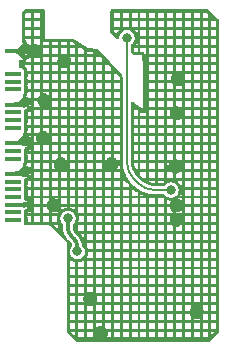
<source format=gbr>
%TF.GenerationSoftware,KiCad,Pcbnew,9.0.4*%
%TF.CreationDate,2025-09-07T07:02:52-04:00*%
%TF.ProjectId,flex_partial,666c6578-5f70-4617-9274-69616c2e6b69,v20231105*%
%TF.SameCoordinates,Original*%
%TF.FileFunction,Copper,L2,Bot*%
%TF.FilePolarity,Positive*%
%FSLAX46Y46*%
G04 Gerber Fmt 4.6, Leading zero omitted, Abs format (unit mm)*
G04 Created by KiCad (PCBNEW 9.0.4) date 2025-09-07 07:02:52*
%MOMM*%
%LPD*%
G01*
G04 APERTURE LIST*
%TA.AperFunction,CastellatedPad*%
%ADD10C,0.450000*%
%TD*%
%TA.AperFunction,SMDPad,CuDef*%
%ADD11R,1.350000X0.450000*%
%TD*%
%TA.AperFunction,ComponentPad*%
%ADD12C,0.450000*%
%TD*%
%TA.AperFunction,ViaPad*%
%ADD13C,0.800000*%
%TD*%
%TA.AperFunction,Conductor*%
%ADD14C,0.300000*%
%TD*%
%TA.AperFunction,Conductor*%
%ADD15C,0.200000*%
%TD*%
G04 APERTURE END LIST*
D10*
%TO.P,X2,1,Pin_1*%
%TO.N,+3.3VA*%
X85760000Y-105980000D03*
D11*
X85985000Y-105980000D03*
D12*
X86435000Y-105980000D03*
%TD*%
D10*
%TO.P,X1,6,SCLK*%
%TO.N,Net-(RN4-R2.1)*%
X85755000Y-107930000D03*
D11*
X85980000Y-107930000D03*
D12*
X86430000Y-107930000D03*
D10*
%TO.P,X1,7,SDATA*%
%TO.N,Net-(RN4-R1.1)*%
X85755000Y-107280000D03*
D11*
X85980000Y-107280000D03*
D12*
X86430000Y-107280000D03*
D10*
%TO.P,X1,8,GND*%
%TO.N,GND*%
X85755000Y-106630000D03*
D11*
X85980000Y-106630000D03*
D12*
X86430000Y-106630000D03*
D10*
%TO.P,X1,10,LRCLK*%
%TO.N,Net-(RN3-R4.1)*%
X85755000Y-105330000D03*
D11*
X85980000Y-105330000D03*
D12*
X86430000Y-105330000D03*
D10*
%TO.P,X1,11,VCLK*%
%TO.N,Net-(RN3-R3.1)*%
X85755000Y-104680000D03*
D11*
X85980000Y-104680000D03*
D12*
X86430000Y-104680000D03*
D10*
%TO.P,X1,12,GND*%
%TO.N,GND*%
X85755000Y-104030000D03*
D11*
X85980000Y-104030000D03*
D12*
X86430000Y-104030000D03*
D10*
%TO.P,X1,14,nDSYNC*%
%TO.N,Net-(RN3-R1.1)*%
X85755000Y-102730000D03*
D11*
X85980000Y-102730000D03*
D12*
X86430000Y-102730000D03*
D10*
%TO.P,X1,15,D6*%
%TO.N,Net-(RN2-R4.1)*%
X85755000Y-102080000D03*
D11*
X85980000Y-102080000D03*
D12*
X86430000Y-102080000D03*
D10*
%TO.P,X1,16,GND*%
%TO.N,GND*%
X85755000Y-101430000D03*
D11*
X85980000Y-101430000D03*
D12*
X86430000Y-101430000D03*
D10*
%TO.P,X1,18,D5*%
%TO.N,Net-(RN2-R3.1)*%
X85755000Y-100130000D03*
D11*
X85980000Y-100130000D03*
D12*
X86430000Y-100130000D03*
D10*
%TO.P,X1,19,D4*%
%TO.N,Net-(RN2-R2.1)*%
X85755000Y-99480000D03*
D11*
X85980000Y-99480000D03*
D12*
X86430000Y-99480000D03*
D10*
%TO.P,X1,20,D3*%
%TO.N,Net-(RN2-R1.1)*%
X85755000Y-98830000D03*
D11*
X85980000Y-98830000D03*
D12*
X86430000Y-98830000D03*
D10*
%TO.P,X1,21,GND*%
%TO.N,GND*%
X85755000Y-98180000D03*
D11*
X85980000Y-98180000D03*
D12*
X86430000Y-98180000D03*
D10*
%TO.P,X1,23,D2*%
%TO.N,Net-(RN1-R4.1)*%
X85755000Y-96880000D03*
D11*
X85980000Y-96880000D03*
D12*
X86430000Y-96880000D03*
D10*
%TO.P,X1,24,D1*%
%TO.N,Net-(RN1-R3.1)*%
X85755000Y-96230000D03*
D11*
X85980000Y-96230000D03*
D12*
X86430000Y-96230000D03*
D10*
%TO.P,X1,25,D0*%
%TO.N,Net-(RN1-R2.1)*%
X85755000Y-95580000D03*
D11*
X85980000Y-95580000D03*
D12*
X86430000Y-95580000D03*
D10*
%TO.P,X1,28,GND*%
%TO.N,GND*%
X85755000Y-93630000D03*
D11*
X85980000Y-93630000D03*
D12*
X86430000Y-93630000D03*
%TD*%
D13*
%TO.N,GND*%
X99800000Y-98900000D03*
%TO.N,+3.3VA*%
X90600000Y-107800000D03*
X91400000Y-110600000D03*
%TO.N,GND*%
X90300000Y-94500000D03*
X99900000Y-96000000D03*
X99700000Y-103400000D03*
X93400000Y-117500000D03*
X89400000Y-106700000D03*
X94300000Y-103200000D03*
X101500000Y-115700000D03*
X92500000Y-114600000D03*
X88500000Y-101000000D03*
X90000000Y-103200000D03*
X87800000Y-93630000D03*
X88600000Y-97800000D03*
%TO.N,Net-(J3-Pin_1)*%
X99314497Y-105391302D03*
X95600000Y-92500000D03*
%TO.N,GND*%
X99800000Y-106700000D03*
X99800000Y-107900000D03*
%TD*%
D14*
%TO.N,+3.3VA*%
X91400000Y-110214214D02*
X91400000Y-110600000D01*
X90600000Y-107800000D02*
X90600000Y-108585786D01*
X90892893Y-109292893D02*
X91107107Y-109507107D01*
X90600000Y-108585786D02*
G75*
G03*
X90892886Y-109292900I1000000J-14D01*
G01*
X91400000Y-110214214D02*
G75*
G03*
X91107114Y-109507100I-1000000J14D01*
G01*
D15*
%TO.N,Net-(J3-Pin_1)*%
X96514214Y-104814214D02*
X96185787Y-104485787D01*
X97928427Y-105400000D02*
X99305799Y-105400000D01*
X99305799Y-105400000D02*
X99314497Y-105391302D01*
X96185787Y-104485787D02*
G75*
G02*
X95600019Y-103071573I1414213J1414187D01*
G01*
X97928427Y-105400000D02*
G75*
G02*
X96514200Y-104814228I-27J2000000D01*
G01*
X95600000Y-103071573D02*
X95600000Y-92500000D01*
%TD*%
%TA.AperFunction,Conductor*%
%TO.N,GND*%
G36*
X88576051Y-90094497D02*
G01*
X88643081Y-90114208D01*
X88688815Y-90167031D01*
X88700000Y-90218497D01*
X88700000Y-92600000D01*
X90964902Y-92600000D01*
X91029890Y-92618394D01*
X91338206Y-92808127D01*
X92300000Y-93400000D01*
X93153340Y-93494815D01*
X93217795Y-93521783D01*
X93231524Y-93534785D01*
X95145124Y-95646343D01*
X95217382Y-95726076D01*
X95247815Y-95788970D01*
X95249500Y-95809344D01*
X95249500Y-103125580D01*
X95249518Y-103125871D01*
X95249518Y-103169631D01*
X95249518Y-103203569D01*
X95278693Y-103462535D01*
X95279074Y-103465917D01*
X95279075Y-103465927D01*
X95337813Y-103723285D01*
X95337818Y-103723300D01*
X95425004Y-103972477D01*
X95487349Y-104101940D01*
X95539551Y-104210341D01*
X95568878Y-104257015D01*
X95680005Y-104433878D01*
X95844609Y-104640290D01*
X95898243Y-104693923D01*
X95898254Y-104693936D01*
X96222783Y-105018465D01*
X96222804Y-105018488D01*
X96230989Y-105026673D01*
X96231019Y-105026728D01*
X96266362Y-105062070D01*
X96266362Y-105062071D01*
X96359702Y-105155410D01*
X96566110Y-105320011D01*
X96789650Y-105460467D01*
X97027511Y-105575011D01*
X97276700Y-105662203D01*
X97534086Y-105720947D01*
X97796430Y-105750502D01*
X97928432Y-105750500D01*
X98705877Y-105750500D01*
X98772916Y-105770185D01*
X98804924Y-105801624D01*
X98805361Y-105801267D01*
X98808686Y-105805319D01*
X98808975Y-105805603D01*
X98809220Y-105805970D01*
X98809225Y-105805976D01*
X98899824Y-105896575D01*
X98899828Y-105896578D01*
X99006363Y-105967763D01*
X99006369Y-105967766D01*
X99006370Y-105967767D01*
X99124753Y-106016803D01*
X99124757Y-106016803D01*
X99124758Y-106016804D01*
X99250425Y-106041802D01*
X99250428Y-106041802D01*
X99378568Y-106041802D01*
X99463112Y-106024984D01*
X99504241Y-106016803D01*
X99622624Y-105967767D01*
X99729166Y-105896578D01*
X99761872Y-105863872D01*
X100109420Y-105863872D01*
X100248000Y-105863872D01*
X100497000Y-105863872D01*
X100999000Y-105863872D01*
X101248000Y-105863872D01*
X101750000Y-105863872D01*
X101999000Y-105863872D01*
X102501000Y-105863872D01*
X102750000Y-105863872D01*
X103126500Y-105863872D01*
X103126500Y-105361872D01*
X102750000Y-105361872D01*
X102750000Y-105863872D01*
X102501000Y-105863872D01*
X102501000Y-105361872D01*
X101999000Y-105361872D01*
X101999000Y-105863872D01*
X101750000Y-105863872D01*
X101750000Y-105361872D01*
X101248000Y-105361872D01*
X101248000Y-105863872D01*
X100999000Y-105863872D01*
X100999000Y-105361872D01*
X100497000Y-105361872D01*
X100497000Y-105863872D01*
X100248000Y-105863872D01*
X100248000Y-105361872D01*
X100237997Y-105361872D01*
X100237997Y-105462077D01*
X100237849Y-105468143D01*
X100237789Y-105469368D01*
X100237340Y-105475451D01*
X100236026Y-105488798D01*
X100235267Y-105494935D01*
X100235086Y-105496149D01*
X100234059Y-105502055D01*
X100206444Y-105640883D01*
X100205119Y-105646789D01*
X100204821Y-105647980D01*
X100203187Y-105653884D01*
X100199293Y-105666718D01*
X100197395Y-105672467D01*
X100196982Y-105673622D01*
X100194783Y-105679324D01*
X100140615Y-105810097D01*
X100138169Y-105815618D01*
X100137645Y-105816727D01*
X100134889Y-105822205D01*
X100128567Y-105834033D01*
X100125573Y-105839319D01*
X100124942Y-105840372D01*
X100121679Y-105845525D01*
X100109420Y-105863872D01*
X99761872Y-105863872D01*
X99819773Y-105805971D01*
X99890962Y-105699429D01*
X99939998Y-105581046D01*
X99962213Y-105469368D01*
X99964997Y-105455373D01*
X99964997Y-105327230D01*
X99939999Y-105201563D01*
X99939998Y-105201562D01*
X99939998Y-105201558D01*
X99890962Y-105083175D01*
X99890961Y-105083174D01*
X99890958Y-105083168D01*
X99819773Y-104976633D01*
X99819770Y-104976629D01*
X99729169Y-104886028D01*
X99729165Y-104886025D01*
X99622630Y-104814840D01*
X99622621Y-104814835D01*
X99504241Y-104765801D01*
X99504235Y-104765799D01*
X99378568Y-104740802D01*
X99378566Y-104740802D01*
X99250428Y-104740802D01*
X99250426Y-104740802D01*
X99124758Y-104765799D01*
X99124752Y-104765801D01*
X99006372Y-104814835D01*
X99006363Y-104814840D01*
X98899828Y-104886025D01*
X98899824Y-104886028D01*
X98809223Y-104976629D01*
X98809220Y-104976633D01*
X98797355Y-104994391D01*
X98743742Y-105039196D01*
X98694253Y-105049500D01*
X97993936Y-105049500D01*
X97993924Y-105049499D01*
X97932485Y-105049499D01*
X97924377Y-105049234D01*
X97721228Y-105035922D01*
X97705147Y-105033805D01*
X97509468Y-104994885D01*
X97493800Y-104990687D01*
X97304879Y-104926559D01*
X97289894Y-104920352D01*
X97110955Y-104832112D01*
X97096907Y-104824002D01*
X96931018Y-104713161D01*
X96918150Y-104703287D01*
X96916814Y-104702115D01*
X97493000Y-104702115D01*
X97572296Y-104729032D01*
X97748829Y-104764144D01*
X97937360Y-104776499D01*
X97994963Y-104776499D01*
X97994987Y-104776500D01*
X97995000Y-104776500D01*
X98244000Y-104776500D01*
X98623273Y-104776500D01*
X98711529Y-104688244D01*
X98715980Y-104684008D01*
X98716890Y-104683184D01*
X98721455Y-104679248D01*
X98731822Y-104670740D01*
X98736589Y-104667018D01*
X98737574Y-104666287D01*
X98742580Y-104662760D01*
X98746000Y-104660474D01*
X98746000Y-104610872D01*
X99808757Y-104610872D01*
X99886413Y-104662760D01*
X99891420Y-104666287D01*
X99892405Y-104667018D01*
X99897172Y-104670740D01*
X99907539Y-104679248D01*
X99912104Y-104683184D01*
X99913014Y-104684008D01*
X99917465Y-104688244D01*
X100017555Y-104788334D01*
X100021791Y-104792785D01*
X100022615Y-104793695D01*
X100026551Y-104798260D01*
X100035059Y-104808627D01*
X100038781Y-104813394D01*
X100039512Y-104814379D01*
X100043039Y-104819386D01*
X100121679Y-104937079D01*
X100124942Y-104942232D01*
X100125573Y-104943285D01*
X100128567Y-104948571D01*
X100134889Y-104960399D01*
X100137645Y-104965877D01*
X100138169Y-104966986D01*
X100140615Y-104972507D01*
X100194783Y-105103280D01*
X100196982Y-105108982D01*
X100197395Y-105110137D01*
X100198298Y-105112872D01*
X100248000Y-105112872D01*
X100497000Y-105112872D01*
X100999000Y-105112872D01*
X101248000Y-105112872D01*
X101750000Y-105112872D01*
X101999000Y-105112872D01*
X102501000Y-105112872D01*
X102750000Y-105112872D01*
X103126500Y-105112872D01*
X103126500Y-104610872D01*
X102750000Y-104610872D01*
X102750000Y-105112872D01*
X102501000Y-105112872D01*
X102501000Y-104610872D01*
X101999000Y-104610872D01*
X101999000Y-105112872D01*
X101750000Y-105112872D01*
X101750000Y-104610872D01*
X101248000Y-104610872D01*
X101248000Y-105112872D01*
X100999000Y-105112872D01*
X100999000Y-104610872D01*
X100497000Y-104610872D01*
X100497000Y-105112872D01*
X100248000Y-105112872D01*
X100248000Y-104610872D01*
X99808757Y-104610872D01*
X98746000Y-104610872D01*
X98244000Y-104610872D01*
X98244000Y-104776500D01*
X97995000Y-104776500D01*
X97995000Y-104610872D01*
X97493000Y-104610872D01*
X97493000Y-104702115D01*
X96916814Y-104702115D01*
X96765305Y-104569248D01*
X96759382Y-104563700D01*
X96436508Y-104240826D01*
X96430970Y-104234914D01*
X96365482Y-104160238D01*
X96742000Y-104160238D01*
X96943634Y-104361872D01*
X97244000Y-104361872D01*
X97493000Y-104361872D01*
X97995000Y-104361872D01*
X98244000Y-104361872D01*
X98746000Y-104361872D01*
X98995000Y-104361872D01*
X99497000Y-104361872D01*
X99497000Y-103999000D01*
X99746000Y-103999000D01*
X99746000Y-104361872D01*
X100248000Y-104361872D01*
X100497000Y-104361872D01*
X100999000Y-104361872D01*
X101248000Y-104361872D01*
X101750000Y-104361872D01*
X101999000Y-104361872D01*
X102501000Y-104361872D01*
X102750000Y-104361872D01*
X103126500Y-104361872D01*
X103126500Y-103859872D01*
X102750000Y-103859872D01*
X102750000Y-104361872D01*
X102501000Y-104361872D01*
X102501000Y-103859872D01*
X101999000Y-103859872D01*
X101999000Y-104361872D01*
X101750000Y-104361872D01*
X101750000Y-103859872D01*
X101248000Y-103859872D01*
X101248000Y-104361872D01*
X100999000Y-104361872D01*
X100999000Y-103859872D01*
X100497000Y-103859872D01*
X100497000Y-104361872D01*
X100248000Y-104361872D01*
X100248000Y-103859872D01*
X100087242Y-103859872D01*
X100079338Y-103867776D01*
X100053657Y-103887482D01*
X99945343Y-103950017D01*
X99915436Y-103962405D01*
X99794628Y-103994775D01*
X99762535Y-103999000D01*
X99746000Y-103999000D01*
X99497000Y-103999000D01*
X99497000Y-103965737D01*
X99484564Y-103962405D01*
X99454657Y-103950017D01*
X99346343Y-103887482D01*
X99320662Y-103867776D01*
X99312758Y-103859872D01*
X98995000Y-103859872D01*
X98995000Y-104361872D01*
X98746000Y-104361872D01*
X98746000Y-103859872D01*
X98244000Y-103859872D01*
X98244000Y-104361872D01*
X97995000Y-104361872D01*
X97995000Y-103859872D01*
X97493000Y-103859872D01*
X97493000Y-104361872D01*
X97244000Y-104361872D01*
X97244000Y-103859872D01*
X96742000Y-103859872D01*
X96742000Y-104160238D01*
X96365482Y-104160238D01*
X96296728Y-104081837D01*
X96286855Y-104068970D01*
X96260817Y-104030000D01*
X96176012Y-103903078D01*
X96167905Y-103889035D01*
X96079666Y-103710098D01*
X96073459Y-103695113D01*
X96043355Y-103606426D01*
X96009329Y-103506185D01*
X96005136Y-103490539D01*
X95966213Y-103294843D01*
X95964098Y-103278777D01*
X95952964Y-103108872D01*
X96226549Y-103108872D01*
X96235873Y-103251165D01*
X96270985Y-103427697D01*
X96328832Y-103598114D01*
X96335123Y-103610872D01*
X96493000Y-103610872D01*
X96742000Y-103610872D01*
X97244000Y-103610872D01*
X97493000Y-103610872D01*
X97995000Y-103610872D01*
X98244000Y-103610872D01*
X98746000Y-103610872D01*
X98995000Y-103610872D01*
X99136372Y-103610872D01*
X100497000Y-103610872D01*
X100999000Y-103610872D01*
X101248000Y-103610872D01*
X101750000Y-103610872D01*
X101999000Y-103610872D01*
X102501000Y-103610872D01*
X102750000Y-103610872D01*
X103126500Y-103610872D01*
X103126500Y-103108872D01*
X102750000Y-103108872D01*
X102750000Y-103610872D01*
X102501000Y-103610872D01*
X102501000Y-103108872D01*
X101999000Y-103108872D01*
X101999000Y-103610872D01*
X101750000Y-103610872D01*
X101750000Y-103108872D01*
X101248000Y-103108872D01*
X101248000Y-103610872D01*
X100999000Y-103610872D01*
X100999000Y-103108872D01*
X100497000Y-103108872D01*
X100497000Y-103610872D01*
X99136372Y-103610872D01*
X99105225Y-103494628D01*
X99101000Y-103462535D01*
X99101000Y-103337465D01*
X99105225Y-103305372D01*
X99137595Y-103184564D01*
X99149983Y-103154657D01*
X99176417Y-103108872D01*
X100223583Y-103108872D01*
X100248000Y-103151163D01*
X100248000Y-103108872D01*
X100223583Y-103108872D01*
X99176417Y-103108872D01*
X98995000Y-103108872D01*
X98995000Y-103610872D01*
X98746000Y-103610872D01*
X98746000Y-103108872D01*
X98244000Y-103108872D01*
X98244000Y-103610872D01*
X97995000Y-103610872D01*
X97995000Y-103108872D01*
X97493000Y-103108872D01*
X97493000Y-103610872D01*
X97244000Y-103610872D01*
X97244000Y-103108872D01*
X96742000Y-103108872D01*
X96742000Y-103610872D01*
X96493000Y-103610872D01*
X96493000Y-103108872D01*
X96226549Y-103108872D01*
X95952964Y-103108872D01*
X95950764Y-103075306D01*
X95950500Y-103067216D01*
X95950500Y-103052735D01*
X95950501Y-103016064D01*
X95950500Y-103016060D01*
X95950500Y-102859872D01*
X96223500Y-102859872D01*
X96493000Y-102859872D01*
X96742000Y-102859872D01*
X97244000Y-102859872D01*
X97493000Y-102859872D01*
X97995000Y-102859872D01*
X98244000Y-102859872D01*
X98746000Y-102859872D01*
X98995000Y-102859872D01*
X99437529Y-102859872D01*
X99454657Y-102849983D01*
X99484563Y-102837595D01*
X99497000Y-102834262D01*
X99497000Y-102801000D01*
X99746000Y-102801000D01*
X99762535Y-102801000D01*
X99794628Y-102805225D01*
X99915436Y-102837595D01*
X99945343Y-102849983D01*
X99962471Y-102859872D01*
X100248000Y-102859872D01*
X100497000Y-102859872D01*
X100999000Y-102859872D01*
X101248000Y-102859872D01*
X101750000Y-102859872D01*
X101999000Y-102859872D01*
X102501000Y-102859872D01*
X102750000Y-102859872D01*
X103126500Y-102859872D01*
X103126500Y-102357872D01*
X102750000Y-102357872D01*
X102750000Y-102859872D01*
X102501000Y-102859872D01*
X102501000Y-102357872D01*
X101999000Y-102357872D01*
X101999000Y-102859872D01*
X101750000Y-102859872D01*
X101750000Y-102357872D01*
X101248000Y-102357872D01*
X101248000Y-102859872D01*
X100999000Y-102859872D01*
X100999000Y-102357872D01*
X100497000Y-102357872D01*
X100497000Y-102859872D01*
X100248000Y-102859872D01*
X100248000Y-102357872D01*
X99746000Y-102357872D01*
X99746000Y-102801000D01*
X99497000Y-102801000D01*
X99497000Y-102357872D01*
X98995000Y-102357872D01*
X98995000Y-102859872D01*
X98746000Y-102859872D01*
X98746000Y-102357872D01*
X98244000Y-102357872D01*
X98244000Y-102859872D01*
X97995000Y-102859872D01*
X97995000Y-102357872D01*
X97493000Y-102357872D01*
X97493000Y-102859872D01*
X97244000Y-102859872D01*
X97244000Y-102357872D01*
X96742000Y-102357872D01*
X96742000Y-102859872D01*
X96493000Y-102859872D01*
X96493000Y-102357872D01*
X96223500Y-102357872D01*
X96223500Y-102859872D01*
X95950500Y-102859872D01*
X95950500Y-102108872D01*
X96223500Y-102108872D01*
X96493000Y-102108872D01*
X96742000Y-102108872D01*
X97244000Y-102108872D01*
X97493000Y-102108872D01*
X97995000Y-102108872D01*
X98244000Y-102108872D01*
X98746000Y-102108872D01*
X98995000Y-102108872D01*
X99497000Y-102108872D01*
X99746000Y-102108872D01*
X100248000Y-102108872D01*
X100497000Y-102108872D01*
X100999000Y-102108872D01*
X101248000Y-102108872D01*
X101750000Y-102108872D01*
X101999000Y-102108872D01*
X102501000Y-102108872D01*
X102750000Y-102108872D01*
X103126500Y-102108872D01*
X103126500Y-101606872D01*
X102750000Y-101606872D01*
X102750000Y-102108872D01*
X102501000Y-102108872D01*
X102501000Y-101606872D01*
X101999000Y-101606872D01*
X101999000Y-102108872D01*
X101750000Y-102108872D01*
X101750000Y-101606872D01*
X101248000Y-101606872D01*
X101248000Y-102108872D01*
X100999000Y-102108872D01*
X100999000Y-101606872D01*
X100497000Y-101606872D01*
X100497000Y-102108872D01*
X100248000Y-102108872D01*
X100248000Y-101606872D01*
X99746000Y-101606872D01*
X99746000Y-102108872D01*
X99497000Y-102108872D01*
X99497000Y-101606872D01*
X98995000Y-101606872D01*
X98995000Y-102108872D01*
X98746000Y-102108872D01*
X98746000Y-101606872D01*
X98244000Y-101606872D01*
X98244000Y-102108872D01*
X97995000Y-102108872D01*
X97995000Y-101606872D01*
X97493000Y-101606872D01*
X97493000Y-102108872D01*
X97244000Y-102108872D01*
X97244000Y-101606872D01*
X96742000Y-101606872D01*
X96742000Y-102108872D01*
X96493000Y-102108872D01*
X96493000Y-101606872D01*
X96223500Y-101606872D01*
X96223500Y-102108872D01*
X95950500Y-102108872D01*
X95950500Y-101357872D01*
X96223500Y-101357872D01*
X96493000Y-101357872D01*
X96742000Y-101357872D01*
X97244000Y-101357872D01*
X97493000Y-101357872D01*
X97995000Y-101357872D01*
X98244000Y-101357872D01*
X98746000Y-101357872D01*
X98995000Y-101357872D01*
X99497000Y-101357872D01*
X99746000Y-101357872D01*
X100248000Y-101357872D01*
X100497000Y-101357872D01*
X100999000Y-101357872D01*
X101248000Y-101357872D01*
X101750000Y-101357872D01*
X101999000Y-101357872D01*
X102501000Y-101357872D01*
X102750000Y-101357872D01*
X103126500Y-101357872D01*
X103126500Y-100855872D01*
X102750000Y-100855872D01*
X102750000Y-101357872D01*
X102501000Y-101357872D01*
X102501000Y-100855872D01*
X101999000Y-100855872D01*
X101999000Y-101357872D01*
X101750000Y-101357872D01*
X101750000Y-100855872D01*
X101248000Y-100855872D01*
X101248000Y-101357872D01*
X100999000Y-101357872D01*
X100999000Y-100855872D01*
X100497000Y-100855872D01*
X100497000Y-101357872D01*
X100248000Y-101357872D01*
X100248000Y-100855872D01*
X99746000Y-100855872D01*
X99746000Y-101357872D01*
X99497000Y-101357872D01*
X99497000Y-100855872D01*
X98995000Y-100855872D01*
X98995000Y-101357872D01*
X98746000Y-101357872D01*
X98746000Y-100855872D01*
X98244000Y-100855872D01*
X98244000Y-101357872D01*
X97995000Y-101357872D01*
X97995000Y-100855872D01*
X97493000Y-100855872D01*
X97493000Y-101357872D01*
X97244000Y-101357872D01*
X97244000Y-100855872D01*
X96742000Y-100855872D01*
X96742000Y-101357872D01*
X96493000Y-101357872D01*
X96493000Y-100855872D01*
X96223500Y-100855872D01*
X96223500Y-101357872D01*
X95950500Y-101357872D01*
X95950500Y-100606872D01*
X96223500Y-100606872D01*
X96493000Y-100606872D01*
X96742000Y-100606872D01*
X97244000Y-100606872D01*
X97493000Y-100606872D01*
X97995000Y-100606872D01*
X98244000Y-100606872D01*
X98746000Y-100606872D01*
X98995000Y-100606872D01*
X99497000Y-100606872D01*
X99746000Y-100606872D01*
X100248000Y-100606872D01*
X100497000Y-100606872D01*
X100999000Y-100606872D01*
X101248000Y-100606872D01*
X101750000Y-100606872D01*
X101999000Y-100606872D01*
X102501000Y-100606872D01*
X102750000Y-100606872D01*
X103126500Y-100606872D01*
X103126500Y-100104872D01*
X102750000Y-100104872D01*
X102750000Y-100606872D01*
X102501000Y-100606872D01*
X102501000Y-100104872D01*
X101999000Y-100104872D01*
X101999000Y-100606872D01*
X101750000Y-100606872D01*
X101750000Y-100104872D01*
X101248000Y-100104872D01*
X101248000Y-100606872D01*
X100999000Y-100606872D01*
X100999000Y-100104872D01*
X100497000Y-100104872D01*
X100497000Y-100606872D01*
X100248000Y-100606872D01*
X100248000Y-100104872D01*
X99746000Y-100104872D01*
X99746000Y-100606872D01*
X99497000Y-100606872D01*
X99497000Y-100104872D01*
X98995000Y-100104872D01*
X98995000Y-100606872D01*
X98746000Y-100606872D01*
X98746000Y-100104872D01*
X98244000Y-100104872D01*
X98244000Y-100606872D01*
X97995000Y-100606872D01*
X97995000Y-100104872D01*
X97493000Y-100104872D01*
X97493000Y-100606872D01*
X97244000Y-100606872D01*
X97244000Y-100104872D01*
X96742000Y-100104872D01*
X96742000Y-100606872D01*
X96493000Y-100606872D01*
X96493000Y-100104872D01*
X96223500Y-100104872D01*
X96223500Y-100606872D01*
X95950500Y-100606872D01*
X95950500Y-99855872D01*
X96223500Y-99855872D01*
X96493000Y-99855872D01*
X96742000Y-99855872D01*
X97244000Y-99855872D01*
X97493000Y-99855872D01*
X97995000Y-99855872D01*
X98244000Y-99855872D01*
X98746000Y-99855872D01*
X98995000Y-99855872D01*
X99497000Y-99855872D01*
X99497000Y-99499000D01*
X99746000Y-99499000D01*
X99746000Y-99855872D01*
X100248000Y-99855872D01*
X100497000Y-99855872D01*
X100999000Y-99855872D01*
X101248000Y-99855872D01*
X101750000Y-99855872D01*
X101999000Y-99855872D01*
X102501000Y-99855872D01*
X102750000Y-99855872D01*
X103126500Y-99855872D01*
X103126500Y-99353872D01*
X102750000Y-99353872D01*
X102750000Y-99855872D01*
X102501000Y-99855872D01*
X102501000Y-99353872D01*
X101999000Y-99353872D01*
X101999000Y-99855872D01*
X101750000Y-99855872D01*
X101750000Y-99353872D01*
X101248000Y-99353872D01*
X101248000Y-99855872D01*
X100999000Y-99855872D01*
X100999000Y-99353872D01*
X100497000Y-99353872D01*
X100497000Y-99855872D01*
X100248000Y-99855872D01*
X100248000Y-99353872D01*
X100193242Y-99353872D01*
X100179338Y-99367776D01*
X100153657Y-99387482D01*
X100045343Y-99450017D01*
X100015436Y-99462405D01*
X99894628Y-99494775D01*
X99862535Y-99499000D01*
X99746000Y-99499000D01*
X99497000Y-99499000D01*
X99497000Y-99416728D01*
X99446343Y-99387482D01*
X99420662Y-99367776D01*
X99406758Y-99353872D01*
X98995000Y-99353872D01*
X98995000Y-99855872D01*
X98746000Y-99855872D01*
X98746000Y-99353872D01*
X98244000Y-99353872D01*
X98244000Y-99855872D01*
X97995000Y-99855872D01*
X97995000Y-99353872D01*
X97493000Y-99353872D01*
X97493000Y-99855872D01*
X97244000Y-99855872D01*
X97244000Y-99353872D01*
X96742000Y-99353872D01*
X96742000Y-99855872D01*
X96493000Y-99855872D01*
X96493000Y-99353872D01*
X96223500Y-99353872D01*
X96223500Y-99855872D01*
X95950500Y-99855872D01*
X95950500Y-99104872D01*
X96223500Y-99104872D01*
X96493000Y-99104872D01*
X96742000Y-99104872D01*
X97244000Y-99104872D01*
X97493000Y-99104872D01*
X97995000Y-99104872D01*
X98244000Y-99104872D01*
X98746000Y-99104872D01*
X98995000Y-99104872D01*
X99234764Y-99104872D01*
X100497000Y-99104872D01*
X100999000Y-99104872D01*
X101248000Y-99104872D01*
X101750000Y-99104872D01*
X101999000Y-99104872D01*
X102501000Y-99104872D01*
X102750000Y-99104872D01*
X103126500Y-99104872D01*
X103126500Y-98602872D01*
X102750000Y-98602872D01*
X102750000Y-99104872D01*
X102501000Y-99104872D01*
X102501000Y-98602872D01*
X101999000Y-98602872D01*
X101999000Y-99104872D01*
X101750000Y-99104872D01*
X101750000Y-98602872D01*
X101248000Y-98602872D01*
X101248000Y-99104872D01*
X100999000Y-99104872D01*
X100999000Y-98602872D01*
X100497000Y-98602872D01*
X100497000Y-99104872D01*
X99234764Y-99104872D01*
X99205225Y-98994628D01*
X99201000Y-98962535D01*
X99201000Y-98837465D01*
X99205225Y-98805372D01*
X99237595Y-98684564D01*
X99249983Y-98654657D01*
X99279881Y-98602872D01*
X98995000Y-98602872D01*
X98995000Y-99104872D01*
X98746000Y-99104872D01*
X98746000Y-98602872D01*
X98244000Y-98602872D01*
X98244000Y-99104872D01*
X97995000Y-99104872D01*
X97995000Y-98602872D01*
X97493000Y-98602872D01*
X97493000Y-99104872D01*
X97244000Y-99104872D01*
X97244000Y-98763837D01*
X97199051Y-98805497D01*
X97046151Y-98882348D01*
X96978381Y-98894965D01*
X96963980Y-98893555D01*
X96899934Y-98868025D01*
X96742000Y-98745187D01*
X96742000Y-99104872D01*
X96493000Y-99104872D01*
X96493000Y-98602872D01*
X96223500Y-98602872D01*
X96223500Y-99104872D01*
X95950500Y-99104872D01*
X95950500Y-98037257D01*
X95970185Y-97970218D01*
X96022989Y-97924463D01*
X96092147Y-97914519D01*
X96150625Y-97939375D01*
X97000000Y-98600000D01*
X96994649Y-98353872D01*
X97493000Y-98353872D01*
X97995000Y-98353872D01*
X98244000Y-98353872D01*
X98746000Y-98353872D01*
X98995000Y-98353872D01*
X99497000Y-98353872D01*
X99497000Y-98301000D01*
X99746000Y-98301000D01*
X99862535Y-98301000D01*
X99894628Y-98305225D01*
X100015436Y-98337595D01*
X100045342Y-98349982D01*
X100052080Y-98353872D01*
X100248000Y-98353872D01*
X100497000Y-98353872D01*
X100999000Y-98353872D01*
X101248000Y-98353872D01*
X101750000Y-98353872D01*
X101999000Y-98353872D01*
X102501000Y-98353872D01*
X102750000Y-98353872D01*
X103126500Y-98353872D01*
X103126500Y-97851872D01*
X102750000Y-97851872D01*
X102750000Y-98353872D01*
X102501000Y-98353872D01*
X102501000Y-97851872D01*
X101999000Y-97851872D01*
X101999000Y-98353872D01*
X101750000Y-98353872D01*
X101750000Y-97851872D01*
X101248000Y-97851872D01*
X101248000Y-98353872D01*
X100999000Y-98353872D01*
X100999000Y-97851872D01*
X100497000Y-97851872D01*
X100497000Y-98353872D01*
X100248000Y-98353872D01*
X100248000Y-97851872D01*
X99746000Y-97851872D01*
X99746000Y-98301000D01*
X99497000Y-98301000D01*
X99497000Y-97851872D01*
X98995000Y-97851872D01*
X98995000Y-98353872D01*
X98746000Y-98353872D01*
X98746000Y-97851872D01*
X98244000Y-97851872D01*
X98244000Y-98353872D01*
X97995000Y-98353872D01*
X97995000Y-97851872D01*
X97493000Y-97851872D01*
X97493000Y-98353872D01*
X96994649Y-98353872D01*
X96978323Y-97602872D01*
X97493000Y-97602872D01*
X97995000Y-97602872D01*
X98244000Y-97602872D01*
X98746000Y-97602872D01*
X98995000Y-97602872D01*
X99497000Y-97602872D01*
X99746000Y-97602872D01*
X100248000Y-97602872D01*
X100497000Y-97602872D01*
X100999000Y-97602872D01*
X101248000Y-97602872D01*
X101750000Y-97602872D01*
X101999000Y-97602872D01*
X102501000Y-97602872D01*
X102750000Y-97602872D01*
X103126500Y-97602872D01*
X103126500Y-97100872D01*
X102750000Y-97100872D01*
X102750000Y-97602872D01*
X102501000Y-97602872D01*
X102501000Y-97100872D01*
X101999000Y-97100872D01*
X101999000Y-97602872D01*
X101750000Y-97602872D01*
X101750000Y-97100872D01*
X101248000Y-97100872D01*
X101248000Y-97602872D01*
X100999000Y-97602872D01*
X100999000Y-97100872D01*
X100497000Y-97100872D01*
X100497000Y-97602872D01*
X100248000Y-97602872D01*
X100248000Y-97100872D01*
X99746000Y-97100872D01*
X99746000Y-97602872D01*
X99497000Y-97602872D01*
X99497000Y-97100872D01*
X98995000Y-97100872D01*
X98995000Y-97602872D01*
X98746000Y-97602872D01*
X98746000Y-97100872D01*
X98244000Y-97100872D01*
X98244000Y-97602872D01*
X97995000Y-97602872D01*
X97995000Y-97100872D01*
X97493000Y-97100872D01*
X97493000Y-97602872D01*
X96978323Y-97602872D01*
X96967410Y-97100872D01*
X97240475Y-97100872D01*
X97244000Y-97263017D01*
X97244000Y-97100872D01*
X97240475Y-97100872D01*
X96967410Y-97100872D01*
X96951084Y-96349872D01*
X97224149Y-96349872D01*
X97235062Y-96851872D01*
X97244000Y-96851872D01*
X97493000Y-96851872D01*
X97995000Y-96851872D01*
X98244000Y-96851872D01*
X98746000Y-96851872D01*
X98995000Y-96851872D01*
X99497000Y-96851872D01*
X99497000Y-96578866D01*
X99746000Y-96578866D01*
X99746000Y-96851872D01*
X100248000Y-96851872D01*
X100497000Y-96851872D01*
X100999000Y-96851872D01*
X101248000Y-96851872D01*
X101750000Y-96851872D01*
X101999000Y-96851872D01*
X102501000Y-96851872D01*
X102750000Y-96851872D01*
X103126500Y-96851872D01*
X103126500Y-96349872D01*
X102750000Y-96349872D01*
X102750000Y-96851872D01*
X102501000Y-96851872D01*
X102501000Y-96349872D01*
X101999000Y-96349872D01*
X101999000Y-96851872D01*
X101750000Y-96851872D01*
X101750000Y-96349872D01*
X101248000Y-96349872D01*
X101248000Y-96851872D01*
X100999000Y-96851872D01*
X100999000Y-96349872D01*
X100497000Y-96349872D01*
X100497000Y-96851872D01*
X100248000Y-96851872D01*
X100248000Y-96490748D01*
X100145343Y-96550017D01*
X100115436Y-96562405D01*
X99994628Y-96594775D01*
X99962535Y-96599000D01*
X99837465Y-96599000D01*
X99805372Y-96594775D01*
X99746000Y-96578866D01*
X99497000Y-96578866D01*
X99497000Y-96444114D01*
X99432224Y-96379338D01*
X99412518Y-96353657D01*
X99410333Y-96349872D01*
X98995000Y-96349872D01*
X98995000Y-96851872D01*
X98746000Y-96851872D01*
X98746000Y-96349872D01*
X98244000Y-96349872D01*
X98244000Y-96851872D01*
X97995000Y-96851872D01*
X97995000Y-96349872D01*
X97493000Y-96349872D01*
X97493000Y-96851872D01*
X97244000Y-96851872D01*
X97244000Y-96349872D01*
X97224149Y-96349872D01*
X96951084Y-96349872D01*
X96934758Y-95598872D01*
X97207823Y-95598872D01*
X97218736Y-96100872D01*
X97244000Y-96100872D01*
X97493000Y-96100872D01*
X97995000Y-96100872D01*
X98244000Y-96100872D01*
X98746000Y-96100872D01*
X98995000Y-96100872D01*
X99306898Y-96100872D01*
X99305225Y-96094628D01*
X99301000Y-96062535D01*
X99301000Y-95937465D01*
X99303000Y-95922270D01*
X100497000Y-95922270D01*
X100499000Y-95937465D01*
X100499000Y-96062535D01*
X100497000Y-96077727D01*
X100497000Y-96100872D01*
X100999000Y-96100872D01*
X101248000Y-96100872D01*
X101750000Y-96100872D01*
X101999000Y-96100872D01*
X102501000Y-96100872D01*
X102750000Y-96100872D01*
X103126500Y-96100872D01*
X103126500Y-95598872D01*
X102750000Y-95598872D01*
X102750000Y-96100872D01*
X102501000Y-96100872D01*
X102501000Y-95598872D01*
X101999000Y-95598872D01*
X101999000Y-96100872D01*
X101750000Y-96100872D01*
X101750000Y-95598872D01*
X101248000Y-95598872D01*
X101248000Y-96100872D01*
X100999000Y-96100872D01*
X100999000Y-95598872D01*
X100497000Y-95598872D01*
X100497000Y-95922270D01*
X99303000Y-95922270D01*
X99305225Y-95905372D01*
X99337595Y-95784564D01*
X99349983Y-95754657D01*
X99412518Y-95646343D01*
X99432224Y-95620662D01*
X99454014Y-95598872D01*
X98995000Y-95598872D01*
X98995000Y-96100872D01*
X98746000Y-96100872D01*
X98746000Y-95598872D01*
X98244000Y-95598872D01*
X98244000Y-96100872D01*
X97995000Y-96100872D01*
X97995000Y-95598872D01*
X97493000Y-95598872D01*
X97493000Y-96100872D01*
X97244000Y-96100872D01*
X97244000Y-95598872D01*
X97207823Y-95598872D01*
X96934758Y-95598872D01*
X96918432Y-94847872D01*
X97191497Y-94847872D01*
X97202410Y-95349872D01*
X97244000Y-95349872D01*
X97493000Y-95349872D01*
X97995000Y-95349872D01*
X98244000Y-95349872D01*
X98746000Y-95349872D01*
X98995000Y-95349872D01*
X99497000Y-95349872D01*
X99746000Y-95349872D01*
X100248000Y-95349872D01*
X100497000Y-95349872D01*
X100999000Y-95349872D01*
X101248000Y-95349872D01*
X101750000Y-95349872D01*
X101999000Y-95349872D01*
X102501000Y-95349872D01*
X102750000Y-95349872D01*
X103126500Y-95349872D01*
X103126500Y-94847872D01*
X102750000Y-94847872D01*
X102750000Y-95349872D01*
X102501000Y-95349872D01*
X102501000Y-94847872D01*
X101999000Y-94847872D01*
X101999000Y-95349872D01*
X101750000Y-95349872D01*
X101750000Y-94847872D01*
X101248000Y-94847872D01*
X101248000Y-95349872D01*
X100999000Y-95349872D01*
X100999000Y-94847872D01*
X100497000Y-94847872D01*
X100497000Y-95349872D01*
X100248000Y-95349872D01*
X100248000Y-94847872D01*
X99746000Y-94847872D01*
X99746000Y-95349872D01*
X99497000Y-95349872D01*
X99497000Y-94847872D01*
X98995000Y-94847872D01*
X98995000Y-95349872D01*
X98746000Y-95349872D01*
X98746000Y-94847872D01*
X98244000Y-94847872D01*
X98244000Y-95349872D01*
X97995000Y-95349872D01*
X97995000Y-94847872D01*
X97493000Y-94847872D01*
X97493000Y-95349872D01*
X97244000Y-95349872D01*
X97244000Y-94847872D01*
X97191497Y-94847872D01*
X96918432Y-94847872D01*
X96902106Y-94096872D01*
X97175171Y-94096872D01*
X97186085Y-94598872D01*
X97244000Y-94598872D01*
X97493000Y-94598872D01*
X97995000Y-94598872D01*
X98244000Y-94598872D01*
X98746000Y-94598872D01*
X98995000Y-94598872D01*
X99497000Y-94598872D01*
X99746000Y-94598872D01*
X100248000Y-94598872D01*
X100497000Y-94598872D01*
X100999000Y-94598872D01*
X101248000Y-94598872D01*
X101750000Y-94598872D01*
X101999000Y-94598872D01*
X102501000Y-94598872D01*
X102750000Y-94598872D01*
X103126500Y-94598872D01*
X103126500Y-94096872D01*
X102750000Y-94096872D01*
X102750000Y-94598872D01*
X102501000Y-94598872D01*
X102501000Y-94096872D01*
X101999000Y-94096872D01*
X101999000Y-94598872D01*
X101750000Y-94598872D01*
X101750000Y-94096872D01*
X101248000Y-94096872D01*
X101248000Y-94598872D01*
X100999000Y-94598872D01*
X100999000Y-94096872D01*
X100497000Y-94096872D01*
X100497000Y-94598872D01*
X100248000Y-94598872D01*
X100248000Y-94096872D01*
X99746000Y-94096872D01*
X99746000Y-94598872D01*
X99497000Y-94598872D01*
X99497000Y-94096872D01*
X98995000Y-94096872D01*
X98995000Y-94598872D01*
X98746000Y-94598872D01*
X98746000Y-94096872D01*
X98244000Y-94096872D01*
X98244000Y-94598872D01*
X97995000Y-94598872D01*
X97995000Y-94096872D01*
X97493000Y-94096872D01*
X97493000Y-94598872D01*
X97244000Y-94598872D01*
X97244000Y-94096872D01*
X97175171Y-94096872D01*
X96902106Y-94096872D01*
X96900000Y-94000000D01*
X96249510Y-94000000D01*
X96182471Y-93980315D01*
X96164105Y-93965900D01*
X96160392Y-93962373D01*
X96073808Y-93880118D01*
X95989095Y-93799640D01*
X95954049Y-93739195D01*
X95950500Y-93709740D01*
X95950500Y-93645772D01*
X96223500Y-93645772D01*
X96309002Y-93727000D01*
X96493000Y-93727000D01*
X96742000Y-93727000D01*
X96955477Y-93727000D01*
X97002307Y-93736183D01*
X97011386Y-93739886D01*
X97051279Y-93766074D01*
X97130583Y-93843673D01*
X97133472Y-93847872D01*
X97244000Y-93847872D01*
X97493000Y-93847872D01*
X97995000Y-93847872D01*
X98244000Y-93847872D01*
X98746000Y-93847872D01*
X98995000Y-93847872D01*
X99497000Y-93847872D01*
X99746000Y-93847872D01*
X100248000Y-93847872D01*
X100497000Y-93847872D01*
X100999000Y-93847872D01*
X101248000Y-93847872D01*
X101750000Y-93847872D01*
X101999000Y-93847872D01*
X102501000Y-93847872D01*
X102750000Y-93847872D01*
X103126500Y-93847872D01*
X103126500Y-93345872D01*
X102750000Y-93345872D01*
X102750000Y-93847872D01*
X102501000Y-93847872D01*
X102501000Y-93345872D01*
X101999000Y-93345872D01*
X101999000Y-93847872D01*
X101750000Y-93847872D01*
X101750000Y-93345872D01*
X101248000Y-93345872D01*
X101248000Y-93847872D01*
X100999000Y-93847872D01*
X100999000Y-93345872D01*
X100497000Y-93345872D01*
X100497000Y-93847872D01*
X100248000Y-93847872D01*
X100248000Y-93345872D01*
X99746000Y-93345872D01*
X99746000Y-93847872D01*
X99497000Y-93847872D01*
X99497000Y-93345872D01*
X98995000Y-93345872D01*
X98995000Y-93847872D01*
X98746000Y-93847872D01*
X98746000Y-93345872D01*
X98244000Y-93345872D01*
X98244000Y-93847872D01*
X97995000Y-93847872D01*
X97995000Y-93345872D01*
X97493000Y-93345872D01*
X97493000Y-93847872D01*
X97244000Y-93847872D01*
X97244000Y-93345872D01*
X96742000Y-93345872D01*
X96742000Y-93727000D01*
X96493000Y-93727000D01*
X96493000Y-93345872D01*
X96223500Y-93345872D01*
X96223500Y-93645772D01*
X95950500Y-93645772D01*
X95950500Y-93114431D01*
X95955656Y-93096872D01*
X96308752Y-93096872D01*
X96493000Y-93096872D01*
X96742000Y-93096872D01*
X97244000Y-93096872D01*
X97493000Y-93096872D01*
X97995000Y-93096872D01*
X98244000Y-93096872D01*
X98746000Y-93096872D01*
X98995000Y-93096872D01*
X99497000Y-93096872D01*
X99746000Y-93096872D01*
X100248000Y-93096872D01*
X100497000Y-93096872D01*
X100999000Y-93096872D01*
X101248000Y-93096872D01*
X101750000Y-93096872D01*
X101999000Y-93096872D01*
X102501000Y-93096872D01*
X102750000Y-93096872D01*
X103126500Y-93096872D01*
X103126500Y-92594872D01*
X102750000Y-92594872D01*
X102750000Y-93096872D01*
X102501000Y-93096872D01*
X102501000Y-92594872D01*
X101999000Y-92594872D01*
X101999000Y-93096872D01*
X101750000Y-93096872D01*
X101750000Y-92594872D01*
X101248000Y-92594872D01*
X101248000Y-93096872D01*
X100999000Y-93096872D01*
X100999000Y-92594872D01*
X100497000Y-92594872D01*
X100497000Y-93096872D01*
X100248000Y-93096872D01*
X100248000Y-92594872D01*
X99746000Y-92594872D01*
X99746000Y-93096872D01*
X99497000Y-93096872D01*
X99497000Y-92594872D01*
X98995000Y-92594872D01*
X98995000Y-93096872D01*
X98746000Y-93096872D01*
X98746000Y-92594872D01*
X98244000Y-92594872D01*
X98244000Y-93096872D01*
X97995000Y-93096872D01*
X97995000Y-92594872D01*
X97493000Y-92594872D01*
X97493000Y-93096872D01*
X97244000Y-93096872D01*
X97244000Y-92594872D01*
X96742000Y-92594872D01*
X96742000Y-93096872D01*
X96493000Y-93096872D01*
X96493000Y-92744287D01*
X96491947Y-92749581D01*
X96490622Y-92755487D01*
X96490324Y-92756678D01*
X96488690Y-92762582D01*
X96484796Y-92775416D01*
X96482898Y-92781165D01*
X96482485Y-92782320D01*
X96480286Y-92788022D01*
X96426118Y-92918795D01*
X96423672Y-92924316D01*
X96423148Y-92925425D01*
X96420392Y-92930903D01*
X96414070Y-92942731D01*
X96411076Y-92948017D01*
X96410445Y-92949070D01*
X96407182Y-92954223D01*
X96328542Y-93071916D01*
X96325015Y-93076923D01*
X96324284Y-93077908D01*
X96320562Y-93082675D01*
X96312054Y-93093042D01*
X96308752Y-93096872D01*
X95955656Y-93096872D01*
X95970185Y-93047392D01*
X96005610Y-93011328D01*
X96014669Y-93005276D01*
X96105276Y-92914669D01*
X96176465Y-92808127D01*
X96225501Y-92689744D01*
X96239694Y-92618394D01*
X96250500Y-92564071D01*
X96250500Y-92435928D01*
X96232586Y-92345872D01*
X96742000Y-92345872D01*
X97244000Y-92345872D01*
X97493000Y-92345872D01*
X97995000Y-92345872D01*
X98244000Y-92345872D01*
X98746000Y-92345872D01*
X98995000Y-92345872D01*
X99497000Y-92345872D01*
X99746000Y-92345872D01*
X100248000Y-92345872D01*
X100497000Y-92345872D01*
X100999000Y-92345872D01*
X101248000Y-92345872D01*
X101750000Y-92345872D01*
X101999000Y-92345872D01*
X102501000Y-92345872D01*
X102750000Y-92345872D01*
X103126500Y-92345872D01*
X103126500Y-91843872D01*
X102750000Y-91843872D01*
X102750000Y-92345872D01*
X102501000Y-92345872D01*
X102501000Y-91843872D01*
X101999000Y-91843872D01*
X101999000Y-92345872D01*
X101750000Y-92345872D01*
X101750000Y-91843872D01*
X101248000Y-91843872D01*
X101248000Y-92345872D01*
X100999000Y-92345872D01*
X100999000Y-91843872D01*
X100497000Y-91843872D01*
X100497000Y-92345872D01*
X100248000Y-92345872D01*
X100248000Y-91843872D01*
X99746000Y-91843872D01*
X99746000Y-92345872D01*
X99497000Y-92345872D01*
X99497000Y-91843872D01*
X98995000Y-91843872D01*
X98995000Y-92345872D01*
X98746000Y-92345872D01*
X98746000Y-91843872D01*
X98244000Y-91843872D01*
X98244000Y-92345872D01*
X97995000Y-92345872D01*
X97995000Y-91843872D01*
X97493000Y-91843872D01*
X97493000Y-92345872D01*
X97244000Y-92345872D01*
X97244000Y-91843872D01*
X96742000Y-91843872D01*
X96742000Y-92345872D01*
X96232586Y-92345872D01*
X96225502Y-92310261D01*
X96225501Y-92310260D01*
X96225501Y-92310256D01*
X96176465Y-92191873D01*
X96176464Y-92191872D01*
X96176461Y-92191866D01*
X96105276Y-92085331D01*
X96105273Y-92085327D01*
X96014672Y-91994726D01*
X96014668Y-91994723D01*
X95908133Y-91923538D01*
X95908124Y-91923533D01*
X95789744Y-91874499D01*
X95789738Y-91874497D01*
X95664071Y-91849500D01*
X95664069Y-91849500D01*
X95535931Y-91849500D01*
X95535929Y-91849500D01*
X95410261Y-91874497D01*
X95410255Y-91874499D01*
X95291875Y-91923533D01*
X95291866Y-91923538D01*
X95185331Y-91994723D01*
X95185327Y-91994726D01*
X95094726Y-92085327D01*
X95094723Y-92085331D01*
X95023538Y-92191866D01*
X95023533Y-92191875D01*
X94974499Y-92310255D01*
X94974497Y-92310261D01*
X94949500Y-92435928D01*
X94949500Y-92523190D01*
X94929815Y-92590229D01*
X94877011Y-92635984D01*
X94807853Y-92645928D01*
X94744297Y-92616903D01*
X94740095Y-92613090D01*
X94238595Y-92136665D01*
X94203549Y-92076220D01*
X94200000Y-92046765D01*
X94200000Y-91997996D01*
X94489000Y-91997996D01*
X94718247Y-92215781D01*
X94719714Y-92211978D01*
X94773882Y-92081205D01*
X94776328Y-92075684D01*
X94776852Y-92074575D01*
X94779608Y-92069097D01*
X94785930Y-92057269D01*
X94788924Y-92051983D01*
X94789555Y-92050930D01*
X94792818Y-92045777D01*
X94871458Y-91928084D01*
X94874985Y-91923077D01*
X94875716Y-91922092D01*
X94879438Y-91917325D01*
X94887946Y-91906958D01*
X94891882Y-91902393D01*
X94892706Y-91901483D01*
X94896942Y-91897032D01*
X94950102Y-91843872D01*
X96249898Y-91843872D01*
X96303058Y-91897032D01*
X96307294Y-91901483D01*
X96308118Y-91902393D01*
X96312054Y-91906958D01*
X96320562Y-91917325D01*
X96324284Y-91922092D01*
X96325015Y-91923077D01*
X96328542Y-91928084D01*
X96407182Y-92045777D01*
X96410445Y-92050930D01*
X96411076Y-92051983D01*
X96414070Y-92057269D01*
X96420392Y-92069097D01*
X96423148Y-92074575D01*
X96423672Y-92075684D01*
X96426118Y-92081205D01*
X96480286Y-92211978D01*
X96482485Y-92217680D01*
X96482898Y-92218835D01*
X96484796Y-92224584D01*
X96488690Y-92237418D01*
X96490324Y-92243322D01*
X96490622Y-92244513D01*
X96491947Y-92250419D01*
X96493000Y-92255712D01*
X96493000Y-91843872D01*
X96249898Y-91843872D01*
X94950102Y-91843872D01*
X94489000Y-91843872D01*
X94489000Y-91997996D01*
X94200000Y-91997996D01*
X94200000Y-91594872D01*
X94489000Y-91594872D01*
X94991000Y-91594872D01*
X95240000Y-91594872D01*
X95416684Y-91594872D01*
X95991000Y-91594872D01*
X96493000Y-91594872D01*
X96742000Y-91594872D01*
X97244000Y-91594872D01*
X97493000Y-91594872D01*
X97995000Y-91594872D01*
X98244000Y-91594872D01*
X98746000Y-91594872D01*
X98995000Y-91594872D01*
X99497000Y-91594872D01*
X99746000Y-91594872D01*
X100248000Y-91594872D01*
X100497000Y-91594872D01*
X100999000Y-91594872D01*
X101248000Y-91594872D01*
X101750000Y-91594872D01*
X101999000Y-91594872D01*
X102501000Y-91594872D01*
X102750000Y-91594872D01*
X103126500Y-91594872D01*
X103126500Y-91096074D01*
X103123299Y-91092872D01*
X102750000Y-91092872D01*
X102750000Y-91594872D01*
X102501000Y-91594872D01*
X102501000Y-91092872D01*
X101999000Y-91092872D01*
X101999000Y-91594872D01*
X101750000Y-91594872D01*
X101750000Y-91092872D01*
X101248000Y-91092872D01*
X101248000Y-91594872D01*
X100999000Y-91594872D01*
X100999000Y-91092872D01*
X100497000Y-91092872D01*
X100497000Y-91594872D01*
X100248000Y-91594872D01*
X100248000Y-91092872D01*
X99746000Y-91092872D01*
X99746000Y-91594872D01*
X99497000Y-91594872D01*
X99497000Y-91092872D01*
X98995000Y-91092872D01*
X98995000Y-91594872D01*
X98746000Y-91594872D01*
X98746000Y-91092872D01*
X98244000Y-91092872D01*
X98244000Y-91594872D01*
X97995000Y-91594872D01*
X97995000Y-91092872D01*
X97493000Y-91092872D01*
X97493000Y-91594872D01*
X97244000Y-91594872D01*
X97244000Y-91092872D01*
X96742000Y-91092872D01*
X96742000Y-91594872D01*
X96493000Y-91594872D01*
X96493000Y-91092872D01*
X95991000Y-91092872D01*
X95991000Y-91594872D01*
X95416684Y-91594872D01*
X95489248Y-91580438D01*
X95495153Y-91579411D01*
X95496367Y-91579230D01*
X95502504Y-91578471D01*
X95515851Y-91577157D01*
X95521934Y-91576708D01*
X95523159Y-91576648D01*
X95529225Y-91576500D01*
X95670775Y-91576500D01*
X95676841Y-91576648D01*
X95678066Y-91576708D01*
X95684149Y-91577157D01*
X95697496Y-91578471D01*
X95703633Y-91579230D01*
X95704847Y-91579411D01*
X95710752Y-91580438D01*
X95742000Y-91586653D01*
X95742000Y-91092872D01*
X95240000Y-91092872D01*
X95240000Y-91594872D01*
X94991000Y-91594872D01*
X94991000Y-91092872D01*
X94489000Y-91092872D01*
X94489000Y-91594872D01*
X94200000Y-91594872D01*
X94200000Y-90843872D01*
X94489000Y-90843872D01*
X94991000Y-90843872D01*
X95240000Y-90843872D01*
X95742000Y-90843872D01*
X95991000Y-90843872D01*
X96493000Y-90843872D01*
X96742000Y-90843872D01*
X97244000Y-90843872D01*
X97493000Y-90843872D01*
X97995000Y-90843872D01*
X98244000Y-90843872D01*
X98746000Y-90843872D01*
X98995000Y-90843872D01*
X99497000Y-90843872D01*
X99746000Y-90843872D01*
X100248000Y-90843872D01*
X100497000Y-90843872D01*
X100999000Y-90843872D01*
X101248000Y-90843872D01*
X101750000Y-90843872D01*
X101999000Y-90843872D01*
X102501000Y-90843872D01*
X102501000Y-90470323D01*
X102403734Y-90373019D01*
X101999000Y-90372857D01*
X101999000Y-90843872D01*
X101750000Y-90843872D01*
X101750000Y-90372757D01*
X101248000Y-90372557D01*
X101248000Y-90843872D01*
X100999000Y-90843872D01*
X100999000Y-90372457D01*
X100497000Y-90372257D01*
X100497000Y-90843872D01*
X100248000Y-90843872D01*
X100248000Y-90372157D01*
X99746000Y-90371957D01*
X99746000Y-90843872D01*
X99497000Y-90843872D01*
X99497000Y-90371857D01*
X98995000Y-90371657D01*
X98995000Y-90843872D01*
X98746000Y-90843872D01*
X98746000Y-90371557D01*
X98244000Y-90371357D01*
X98244000Y-90843872D01*
X97995000Y-90843872D01*
X97995000Y-90371257D01*
X97493000Y-90371057D01*
X97493000Y-90843872D01*
X97244000Y-90843872D01*
X97244000Y-90370957D01*
X96742000Y-90370757D01*
X96742000Y-90843872D01*
X96493000Y-90843872D01*
X96493000Y-90370657D01*
X95991000Y-90370457D01*
X95991000Y-90843872D01*
X95742000Y-90843872D01*
X95742000Y-90370357D01*
X95240000Y-90370157D01*
X95240000Y-90843872D01*
X94991000Y-90843872D01*
X94991000Y-90370057D01*
X94489000Y-90369857D01*
X94489000Y-90843872D01*
X94200000Y-90843872D01*
X94200000Y-90220793D01*
X94219685Y-90153754D01*
X94272489Y-90107999D01*
X94324047Y-90096793D01*
X102465546Y-90100045D01*
X102532576Y-90119756D01*
X102553194Y-90136381D01*
X102958380Y-90541729D01*
X103316547Y-90900040D01*
X103363199Y-90946710D01*
X103396671Y-91008040D01*
X103399500Y-91034374D01*
X103399500Y-117365588D01*
X103379815Y-117432627D01*
X103363181Y-117453269D01*
X102553269Y-118263181D01*
X102491946Y-118296666D01*
X102465588Y-118299500D01*
X91414412Y-118299500D01*
X91347373Y-118279815D01*
X91326731Y-118263181D01*
X90943422Y-117879872D01*
X91485000Y-117879872D01*
X91987000Y-117879872D01*
X92236000Y-117879872D01*
X92738000Y-117879872D01*
X93867242Y-117879872D01*
X94240000Y-117879872D01*
X94489000Y-117879872D01*
X94991000Y-117879872D01*
X95240000Y-117879872D01*
X95742000Y-117879872D01*
X95991000Y-117879872D01*
X96493000Y-117879872D01*
X96742000Y-117879872D01*
X97244000Y-117879872D01*
X97493000Y-117879872D01*
X97995000Y-117879872D01*
X98244000Y-117879872D01*
X98746000Y-117879872D01*
X98995000Y-117879872D01*
X99497000Y-117879872D01*
X99746000Y-117879872D01*
X100248000Y-117879872D01*
X100497000Y-117879872D01*
X100999000Y-117879872D01*
X101248000Y-117879872D01*
X101750000Y-117879872D01*
X101999000Y-117879872D01*
X102501000Y-117879872D01*
X102501000Y-117680370D01*
X102750000Y-117680370D01*
X103052498Y-117377872D01*
X102750000Y-117377872D01*
X102750000Y-117680370D01*
X102501000Y-117680370D01*
X102501000Y-117377872D01*
X101999000Y-117377872D01*
X101999000Y-117879872D01*
X101750000Y-117879872D01*
X101750000Y-117377872D01*
X101248000Y-117377872D01*
X101248000Y-117879872D01*
X100999000Y-117879872D01*
X100999000Y-117377872D01*
X100497000Y-117377872D01*
X100497000Y-117879872D01*
X100248000Y-117879872D01*
X100248000Y-117377872D01*
X99746000Y-117377872D01*
X99746000Y-117879872D01*
X99497000Y-117879872D01*
X99497000Y-117377872D01*
X98995000Y-117377872D01*
X98995000Y-117879872D01*
X98746000Y-117879872D01*
X98746000Y-117377872D01*
X98244000Y-117377872D01*
X98244000Y-117879872D01*
X97995000Y-117879872D01*
X97995000Y-117377872D01*
X97493000Y-117377872D01*
X97493000Y-117879872D01*
X97244000Y-117879872D01*
X97244000Y-117377872D01*
X96742000Y-117377872D01*
X96742000Y-117879872D01*
X96493000Y-117879872D01*
X96493000Y-117377872D01*
X95991000Y-117377872D01*
X95991000Y-117879872D01*
X95742000Y-117879872D01*
X95742000Y-117377872D01*
X95240000Y-117377872D01*
X95240000Y-117879872D01*
X94991000Y-117879872D01*
X94991000Y-117377872D01*
X94489000Y-117377872D01*
X94489000Y-117879872D01*
X94240000Y-117879872D01*
X94240000Y-117377872D01*
X93987406Y-117377872D01*
X93994775Y-117405372D01*
X93999000Y-117437465D01*
X93999000Y-117562535D01*
X93994775Y-117594628D01*
X93962405Y-117715436D01*
X93950017Y-117745343D01*
X93887482Y-117853657D01*
X93867776Y-117879338D01*
X93867242Y-117879872D01*
X92738000Y-117879872D01*
X92738000Y-117377872D01*
X92236000Y-117377872D01*
X92236000Y-117879872D01*
X91987000Y-117879872D01*
X91987000Y-117377872D01*
X91485000Y-117377872D01*
X91485000Y-117879872D01*
X90943422Y-117879872D01*
X90516819Y-117453269D01*
X90483334Y-117391946D01*
X90481821Y-117377872D01*
X90827502Y-117377872D01*
X91236000Y-117786370D01*
X91236000Y-117377872D01*
X90827502Y-117377872D01*
X90481821Y-117377872D01*
X90480500Y-117365588D01*
X90480500Y-117128872D01*
X90753500Y-117128872D01*
X91236000Y-117128872D01*
X91485000Y-117128872D01*
X91987000Y-117128872D01*
X92236000Y-117128872D01*
X92738000Y-117128872D01*
X92738000Y-117065886D01*
X92987000Y-117065886D01*
X93020662Y-117032224D01*
X93046343Y-117012518D01*
X93062003Y-117003477D01*
X93738000Y-117003477D01*
X93753658Y-117012518D01*
X93779338Y-117032224D01*
X93867776Y-117120662D01*
X93874076Y-117128872D01*
X94240000Y-117128872D01*
X94489000Y-117128872D01*
X94991000Y-117128872D01*
X95240000Y-117128872D01*
X95742000Y-117128872D01*
X95991000Y-117128872D01*
X96493000Y-117128872D01*
X96742000Y-117128872D01*
X97244000Y-117128872D01*
X97493000Y-117128872D01*
X97995000Y-117128872D01*
X98244000Y-117128872D01*
X98746000Y-117128872D01*
X98995000Y-117128872D01*
X99497000Y-117128872D01*
X99746000Y-117128872D01*
X100248000Y-117128872D01*
X100497000Y-117128872D01*
X100999000Y-117128872D01*
X101248000Y-117128872D01*
X101750000Y-117128872D01*
X101999000Y-117128872D01*
X102501000Y-117128872D01*
X102750000Y-117128872D01*
X103126500Y-117128872D01*
X103126500Y-116626872D01*
X102750000Y-116626872D01*
X102750000Y-117128872D01*
X102501000Y-117128872D01*
X102501000Y-116626872D01*
X101999000Y-116626872D01*
X101999000Y-117128872D01*
X101750000Y-117128872D01*
X101750000Y-116626872D01*
X101248000Y-116626872D01*
X101248000Y-117128872D01*
X100999000Y-117128872D01*
X100999000Y-116626872D01*
X100497000Y-116626872D01*
X100497000Y-117128872D01*
X100248000Y-117128872D01*
X100248000Y-116626872D01*
X99746000Y-116626872D01*
X99746000Y-117128872D01*
X99497000Y-117128872D01*
X99497000Y-116626872D01*
X98995000Y-116626872D01*
X98995000Y-117128872D01*
X98746000Y-117128872D01*
X98746000Y-116626872D01*
X98244000Y-116626872D01*
X98244000Y-117128872D01*
X97995000Y-117128872D01*
X97995000Y-116626872D01*
X97493000Y-116626872D01*
X97493000Y-117128872D01*
X97244000Y-117128872D01*
X97244000Y-116626872D01*
X96742000Y-116626872D01*
X96742000Y-117128872D01*
X96493000Y-117128872D01*
X96493000Y-116626872D01*
X95991000Y-116626872D01*
X95991000Y-117128872D01*
X95742000Y-117128872D01*
X95742000Y-116626872D01*
X95240000Y-116626872D01*
X95240000Y-117128872D01*
X94991000Y-117128872D01*
X94991000Y-116626872D01*
X94489000Y-116626872D01*
X94489000Y-117128872D01*
X94240000Y-117128872D01*
X94240000Y-116626872D01*
X93738000Y-116626872D01*
X93738000Y-117003477D01*
X93062003Y-117003477D01*
X93154657Y-116949983D01*
X93184564Y-116937595D01*
X93305372Y-116905225D01*
X93337465Y-116901000D01*
X93462535Y-116901000D01*
X93489000Y-116904484D01*
X93489000Y-116626872D01*
X92987000Y-116626872D01*
X92987000Y-117065886D01*
X92738000Y-117065886D01*
X92738000Y-116626872D01*
X92236000Y-116626872D01*
X92236000Y-117128872D01*
X91987000Y-117128872D01*
X91987000Y-116626872D01*
X91485000Y-116626872D01*
X91485000Y-117128872D01*
X91236000Y-117128872D01*
X91236000Y-116626872D01*
X90753500Y-116626872D01*
X90753500Y-117128872D01*
X90480500Y-117128872D01*
X90480500Y-116377872D01*
X90753500Y-116377872D01*
X91236000Y-116377872D01*
X91485000Y-116377872D01*
X91987000Y-116377872D01*
X92236000Y-116377872D01*
X92738000Y-116377872D01*
X92987000Y-116377872D01*
X93489000Y-116377872D01*
X93738000Y-116377872D01*
X94240000Y-116377872D01*
X94489000Y-116377872D01*
X94991000Y-116377872D01*
X95240000Y-116377872D01*
X95742000Y-116377872D01*
X95991000Y-116377872D01*
X96493000Y-116377872D01*
X96742000Y-116377872D01*
X97244000Y-116377872D01*
X97493000Y-116377872D01*
X97995000Y-116377872D01*
X98244000Y-116377872D01*
X98746000Y-116377872D01*
X98995000Y-116377872D01*
X99497000Y-116377872D01*
X99746000Y-116377872D01*
X100248000Y-116377872D01*
X100497000Y-116377872D01*
X100999000Y-116377872D01*
X101248000Y-116377872D01*
X101750000Y-116377872D01*
X101750000Y-116247328D01*
X101745343Y-116250017D01*
X101715436Y-116262405D01*
X101594628Y-116294775D01*
X101562535Y-116299000D01*
X101437465Y-116299000D01*
X101405372Y-116294775D01*
X101284564Y-116262405D01*
X101254657Y-116250017D01*
X101248000Y-116246173D01*
X101248000Y-116377872D01*
X100999000Y-116377872D01*
X100999000Y-116033707D01*
X101999000Y-116033707D01*
X101999000Y-116377872D01*
X102501000Y-116377872D01*
X102750000Y-116377872D01*
X103126500Y-116377872D01*
X103126500Y-115875872D01*
X102750000Y-115875872D01*
X102750000Y-116377872D01*
X102501000Y-116377872D01*
X102501000Y-115875872D01*
X102073006Y-115875872D01*
X102062405Y-115915436D01*
X102050017Y-115945343D01*
X101999000Y-116033707D01*
X100999000Y-116033707D01*
X100999000Y-116030243D01*
X100949983Y-115945343D01*
X100937595Y-115915436D01*
X100926994Y-115875872D01*
X100497000Y-115875872D01*
X100497000Y-116377872D01*
X100248000Y-116377872D01*
X100248000Y-115875872D01*
X99746000Y-115875872D01*
X99746000Y-116377872D01*
X99497000Y-116377872D01*
X99497000Y-115875872D01*
X98995000Y-115875872D01*
X98995000Y-116377872D01*
X98746000Y-116377872D01*
X98746000Y-115875872D01*
X98244000Y-115875872D01*
X98244000Y-116377872D01*
X97995000Y-116377872D01*
X97995000Y-115875872D01*
X97493000Y-115875872D01*
X97493000Y-116377872D01*
X97244000Y-116377872D01*
X97244000Y-115875872D01*
X96742000Y-115875872D01*
X96742000Y-116377872D01*
X96493000Y-116377872D01*
X96493000Y-115875872D01*
X95991000Y-115875872D01*
X95991000Y-116377872D01*
X95742000Y-116377872D01*
X95742000Y-115875872D01*
X95240000Y-115875872D01*
X95240000Y-116377872D01*
X94991000Y-116377872D01*
X94991000Y-115875872D01*
X94489000Y-115875872D01*
X94489000Y-116377872D01*
X94240000Y-116377872D01*
X94240000Y-115875872D01*
X93738000Y-115875872D01*
X93738000Y-116377872D01*
X93489000Y-116377872D01*
X93489000Y-115875872D01*
X92987000Y-115875872D01*
X92987000Y-116377872D01*
X92738000Y-116377872D01*
X92738000Y-115875872D01*
X92236000Y-115875872D01*
X92236000Y-116377872D01*
X91987000Y-116377872D01*
X91987000Y-115875872D01*
X91485000Y-115875872D01*
X91485000Y-116377872D01*
X91236000Y-116377872D01*
X91236000Y-115875872D01*
X90753500Y-115875872D01*
X90753500Y-116377872D01*
X90480500Y-116377872D01*
X90480500Y-115626872D01*
X90753500Y-115626872D01*
X91236000Y-115626872D01*
X91485000Y-115626872D01*
X91987000Y-115626872D01*
X92236000Y-115626872D01*
X92738000Y-115626872D01*
X92987000Y-115626872D01*
X93489000Y-115626872D01*
X93738000Y-115626872D01*
X94240000Y-115626872D01*
X94489000Y-115626872D01*
X94991000Y-115626872D01*
X95240000Y-115626872D01*
X95742000Y-115626872D01*
X95991000Y-115626872D01*
X96493000Y-115626872D01*
X96742000Y-115626872D01*
X97244000Y-115626872D01*
X97493000Y-115626872D01*
X97995000Y-115626872D01*
X98244000Y-115626872D01*
X98746000Y-115626872D01*
X98995000Y-115626872D01*
X99497000Y-115626872D01*
X99746000Y-115626872D01*
X100248000Y-115626872D01*
X100497000Y-115626872D01*
X100902395Y-115626872D01*
X100905225Y-115605372D01*
X100937595Y-115484564D01*
X100949983Y-115454657D01*
X100999000Y-115369756D01*
X100999000Y-115366292D01*
X101999000Y-115366292D01*
X102050017Y-115454657D01*
X102062405Y-115484564D01*
X102094775Y-115605372D01*
X102097605Y-115626872D01*
X102501000Y-115626872D01*
X102750000Y-115626872D01*
X103126500Y-115626872D01*
X103126500Y-115124872D01*
X102750000Y-115124872D01*
X102750000Y-115626872D01*
X102501000Y-115626872D01*
X102501000Y-115124872D01*
X101999000Y-115124872D01*
X101999000Y-115366292D01*
X100999000Y-115366292D01*
X100999000Y-115153826D01*
X101248000Y-115153826D01*
X101254657Y-115149983D01*
X101284564Y-115137595D01*
X101332047Y-115124872D01*
X101667953Y-115124872D01*
X101715436Y-115137595D01*
X101745343Y-115149983D01*
X101750000Y-115152671D01*
X101750000Y-115124872D01*
X101667953Y-115124872D01*
X101332047Y-115124872D01*
X101248000Y-115124872D01*
X101248000Y-115153826D01*
X100999000Y-115153826D01*
X100999000Y-115124872D01*
X100497000Y-115124872D01*
X100497000Y-115626872D01*
X100248000Y-115626872D01*
X100248000Y-115124872D01*
X99746000Y-115124872D01*
X99746000Y-115626872D01*
X99497000Y-115626872D01*
X99497000Y-115124872D01*
X98995000Y-115124872D01*
X98995000Y-115626872D01*
X98746000Y-115626872D01*
X98746000Y-115124872D01*
X98244000Y-115124872D01*
X98244000Y-115626872D01*
X97995000Y-115626872D01*
X97995000Y-115124872D01*
X97493000Y-115124872D01*
X97493000Y-115626872D01*
X97244000Y-115626872D01*
X97244000Y-115124872D01*
X96742000Y-115124872D01*
X96742000Y-115626872D01*
X96493000Y-115626872D01*
X96493000Y-115124872D01*
X95991000Y-115124872D01*
X95991000Y-115626872D01*
X95742000Y-115626872D01*
X95742000Y-115124872D01*
X95240000Y-115124872D01*
X95240000Y-115626872D01*
X94991000Y-115626872D01*
X94991000Y-115124872D01*
X94489000Y-115124872D01*
X94489000Y-115626872D01*
X94240000Y-115626872D01*
X94240000Y-115124872D01*
X93738000Y-115124872D01*
X93738000Y-115626872D01*
X93489000Y-115626872D01*
X93489000Y-115124872D01*
X92987000Y-115124872D01*
X92987000Y-115626872D01*
X92738000Y-115626872D01*
X92738000Y-115153058D01*
X92715436Y-115162405D01*
X92594628Y-115194775D01*
X92562535Y-115199000D01*
X92437465Y-115199000D01*
X92405372Y-115194775D01*
X92284564Y-115162405D01*
X92254657Y-115150017D01*
X92236000Y-115139245D01*
X92236000Y-115626872D01*
X91987000Y-115626872D01*
X91987000Y-115124872D01*
X91485000Y-115124872D01*
X91485000Y-115626872D01*
X91236000Y-115626872D01*
X91236000Y-115124872D01*
X90753500Y-115124872D01*
X90753500Y-115626872D01*
X90480500Y-115626872D01*
X90480500Y-114875872D01*
X90753500Y-114875872D01*
X91236000Y-114875872D01*
X91485000Y-114875872D01*
X91967609Y-114875872D01*
X93032391Y-114875872D01*
X93489000Y-114875872D01*
X93738000Y-114875872D01*
X94240000Y-114875872D01*
X94489000Y-114875872D01*
X94991000Y-114875872D01*
X95240000Y-114875872D01*
X95742000Y-114875872D01*
X95991000Y-114875872D01*
X96493000Y-114875872D01*
X96742000Y-114875872D01*
X97244000Y-114875872D01*
X97493000Y-114875872D01*
X97995000Y-114875872D01*
X98244000Y-114875872D01*
X98746000Y-114875872D01*
X98995000Y-114875872D01*
X99497000Y-114875872D01*
X99746000Y-114875872D01*
X100248000Y-114875872D01*
X100497000Y-114875872D01*
X100999000Y-114875872D01*
X101248000Y-114875872D01*
X101750000Y-114875872D01*
X101999000Y-114875872D01*
X102501000Y-114875872D01*
X102750000Y-114875872D01*
X103126500Y-114875872D01*
X103126500Y-114373872D01*
X102750000Y-114373872D01*
X102750000Y-114875872D01*
X102501000Y-114875872D01*
X102501000Y-114373872D01*
X101999000Y-114373872D01*
X101999000Y-114875872D01*
X101750000Y-114875872D01*
X101750000Y-114373872D01*
X101248000Y-114373872D01*
X101248000Y-114875872D01*
X100999000Y-114875872D01*
X100999000Y-114373872D01*
X100497000Y-114373872D01*
X100497000Y-114875872D01*
X100248000Y-114875872D01*
X100248000Y-114373872D01*
X99746000Y-114373872D01*
X99746000Y-114875872D01*
X99497000Y-114875872D01*
X99497000Y-114373872D01*
X98995000Y-114373872D01*
X98995000Y-114875872D01*
X98746000Y-114875872D01*
X98746000Y-114373872D01*
X98244000Y-114373872D01*
X98244000Y-114875872D01*
X97995000Y-114875872D01*
X97995000Y-114373872D01*
X97493000Y-114373872D01*
X97493000Y-114875872D01*
X97244000Y-114875872D01*
X97244000Y-114373872D01*
X96742000Y-114373872D01*
X96742000Y-114875872D01*
X96493000Y-114875872D01*
X96493000Y-114373872D01*
X95991000Y-114373872D01*
X95991000Y-114875872D01*
X95742000Y-114875872D01*
X95742000Y-114373872D01*
X95240000Y-114373872D01*
X95240000Y-114875872D01*
X94991000Y-114875872D01*
X94991000Y-114373872D01*
X94489000Y-114373872D01*
X94489000Y-114875872D01*
X94240000Y-114875872D01*
X94240000Y-114373872D01*
X93738000Y-114373872D01*
X93738000Y-114875872D01*
X93489000Y-114875872D01*
X93489000Y-114373872D01*
X93057976Y-114373872D01*
X93062405Y-114384564D01*
X93094775Y-114505372D01*
X93099000Y-114537465D01*
X93099000Y-114662535D01*
X93094775Y-114694628D01*
X93062405Y-114815436D01*
X93050017Y-114845343D01*
X93032391Y-114875872D01*
X91967609Y-114875872D01*
X91949983Y-114845343D01*
X91937595Y-114815436D01*
X91905225Y-114694628D01*
X91901000Y-114662535D01*
X91901000Y-114537465D01*
X91905225Y-114505372D01*
X91937595Y-114384564D01*
X91942024Y-114373872D01*
X91485000Y-114373872D01*
X91485000Y-114875872D01*
X91236000Y-114875872D01*
X91236000Y-114373872D01*
X90753500Y-114373872D01*
X90753500Y-114875872D01*
X90480500Y-114875872D01*
X90480500Y-114124872D01*
X90753500Y-114124872D01*
X91236000Y-114124872D01*
X91485000Y-114124872D01*
X91987000Y-114124872D01*
X92987000Y-114124872D01*
X93489000Y-114124872D01*
X93738000Y-114124872D01*
X94240000Y-114124872D01*
X94489000Y-114124872D01*
X94991000Y-114124872D01*
X95240000Y-114124872D01*
X95742000Y-114124872D01*
X95991000Y-114124872D01*
X96493000Y-114124872D01*
X96742000Y-114124872D01*
X97244000Y-114124872D01*
X97493000Y-114124872D01*
X97995000Y-114124872D01*
X98244000Y-114124872D01*
X98746000Y-114124872D01*
X98995000Y-114124872D01*
X99497000Y-114124872D01*
X99746000Y-114124872D01*
X100248000Y-114124872D01*
X100497000Y-114124872D01*
X100999000Y-114124872D01*
X101248000Y-114124872D01*
X101750000Y-114124872D01*
X101999000Y-114124872D01*
X102501000Y-114124872D01*
X102750000Y-114124872D01*
X103126500Y-114124872D01*
X103126500Y-113622872D01*
X102750000Y-113622872D01*
X102750000Y-114124872D01*
X102501000Y-114124872D01*
X102501000Y-113622872D01*
X101999000Y-113622872D01*
X101999000Y-114124872D01*
X101750000Y-114124872D01*
X101750000Y-113622872D01*
X101248000Y-113622872D01*
X101248000Y-114124872D01*
X100999000Y-114124872D01*
X100999000Y-113622872D01*
X100497000Y-113622872D01*
X100497000Y-114124872D01*
X100248000Y-114124872D01*
X100248000Y-113622872D01*
X99746000Y-113622872D01*
X99746000Y-114124872D01*
X99497000Y-114124872D01*
X99497000Y-113622872D01*
X98995000Y-113622872D01*
X98995000Y-114124872D01*
X98746000Y-114124872D01*
X98746000Y-113622872D01*
X98244000Y-113622872D01*
X98244000Y-114124872D01*
X97995000Y-114124872D01*
X97995000Y-113622872D01*
X97493000Y-113622872D01*
X97493000Y-114124872D01*
X97244000Y-114124872D01*
X97244000Y-113622872D01*
X96742000Y-113622872D01*
X96742000Y-114124872D01*
X96493000Y-114124872D01*
X96493000Y-113622872D01*
X95991000Y-113622872D01*
X95991000Y-114124872D01*
X95742000Y-114124872D01*
X95742000Y-113622872D01*
X95240000Y-113622872D01*
X95240000Y-114124872D01*
X94991000Y-114124872D01*
X94991000Y-113622872D01*
X94489000Y-113622872D01*
X94489000Y-114124872D01*
X94240000Y-114124872D01*
X94240000Y-113622872D01*
X93738000Y-113622872D01*
X93738000Y-114124872D01*
X93489000Y-114124872D01*
X93489000Y-113622872D01*
X92987000Y-113622872D01*
X92987000Y-114124872D01*
X91987000Y-114124872D01*
X91987000Y-114060754D01*
X92236000Y-114060754D01*
X92254657Y-114049983D01*
X92284564Y-114037595D01*
X92405372Y-114005225D01*
X92437465Y-114001000D01*
X92562535Y-114001000D01*
X92594628Y-114005225D01*
X92715436Y-114037595D01*
X92738000Y-114046941D01*
X92738000Y-113622872D01*
X92236000Y-113622872D01*
X92236000Y-114060754D01*
X91987000Y-114060754D01*
X91987000Y-113622872D01*
X91485000Y-113622872D01*
X91485000Y-114124872D01*
X91236000Y-114124872D01*
X91236000Y-113622872D01*
X90753500Y-113622872D01*
X90753500Y-114124872D01*
X90480500Y-114124872D01*
X90480500Y-113373872D01*
X90753500Y-113373872D01*
X91236000Y-113373872D01*
X91485000Y-113373872D01*
X91987000Y-113373872D01*
X92236000Y-113373872D01*
X92738000Y-113373872D01*
X92987000Y-113373872D01*
X93489000Y-113373872D01*
X93738000Y-113373872D01*
X94240000Y-113373872D01*
X94489000Y-113373872D01*
X94991000Y-113373872D01*
X95240000Y-113373872D01*
X95742000Y-113373872D01*
X95991000Y-113373872D01*
X96493000Y-113373872D01*
X96742000Y-113373872D01*
X97244000Y-113373872D01*
X97493000Y-113373872D01*
X97995000Y-113373872D01*
X98244000Y-113373872D01*
X98746000Y-113373872D01*
X98995000Y-113373872D01*
X99497000Y-113373872D01*
X99746000Y-113373872D01*
X100248000Y-113373872D01*
X100497000Y-113373872D01*
X100999000Y-113373872D01*
X101248000Y-113373872D01*
X101750000Y-113373872D01*
X101999000Y-113373872D01*
X102501000Y-113373872D01*
X102750000Y-113373872D01*
X103126500Y-113373872D01*
X103126500Y-112871872D01*
X102750000Y-112871872D01*
X102750000Y-113373872D01*
X102501000Y-113373872D01*
X102501000Y-112871872D01*
X101999000Y-112871872D01*
X101999000Y-113373872D01*
X101750000Y-113373872D01*
X101750000Y-112871872D01*
X101248000Y-112871872D01*
X101248000Y-113373872D01*
X100999000Y-113373872D01*
X100999000Y-112871872D01*
X100497000Y-112871872D01*
X100497000Y-113373872D01*
X100248000Y-113373872D01*
X100248000Y-112871872D01*
X99746000Y-112871872D01*
X99746000Y-113373872D01*
X99497000Y-113373872D01*
X99497000Y-112871872D01*
X98995000Y-112871872D01*
X98995000Y-113373872D01*
X98746000Y-113373872D01*
X98746000Y-112871872D01*
X98244000Y-112871872D01*
X98244000Y-113373872D01*
X97995000Y-113373872D01*
X97995000Y-112871872D01*
X97493000Y-112871872D01*
X97493000Y-113373872D01*
X97244000Y-113373872D01*
X97244000Y-112871872D01*
X96742000Y-112871872D01*
X96742000Y-113373872D01*
X96493000Y-113373872D01*
X96493000Y-112871872D01*
X95991000Y-112871872D01*
X95991000Y-113373872D01*
X95742000Y-113373872D01*
X95742000Y-112871872D01*
X95240000Y-112871872D01*
X95240000Y-113373872D01*
X94991000Y-113373872D01*
X94991000Y-112871872D01*
X94489000Y-112871872D01*
X94489000Y-113373872D01*
X94240000Y-113373872D01*
X94240000Y-112871872D01*
X93738000Y-112871872D01*
X93738000Y-113373872D01*
X93489000Y-113373872D01*
X93489000Y-112871872D01*
X92987000Y-112871872D01*
X92987000Y-113373872D01*
X92738000Y-113373872D01*
X92738000Y-112871872D01*
X92236000Y-112871872D01*
X92236000Y-113373872D01*
X91987000Y-113373872D01*
X91987000Y-112871872D01*
X91485000Y-112871872D01*
X91485000Y-113373872D01*
X91236000Y-113373872D01*
X91236000Y-112871872D01*
X90753500Y-112871872D01*
X90753500Y-113373872D01*
X90480500Y-113373872D01*
X90480500Y-112622872D01*
X90753500Y-112622872D01*
X91236000Y-112622872D01*
X91485000Y-112622872D01*
X91987000Y-112622872D01*
X92236000Y-112622872D01*
X92738000Y-112622872D01*
X92987000Y-112622872D01*
X93489000Y-112622872D01*
X93738000Y-112622872D01*
X94240000Y-112622872D01*
X94489000Y-112622872D01*
X94991000Y-112622872D01*
X95240000Y-112622872D01*
X95742000Y-112622872D01*
X95991000Y-112622872D01*
X96493000Y-112622872D01*
X96742000Y-112622872D01*
X97244000Y-112622872D01*
X97493000Y-112622872D01*
X97995000Y-112622872D01*
X98244000Y-112622872D01*
X98746000Y-112622872D01*
X98995000Y-112622872D01*
X99497000Y-112622872D01*
X99746000Y-112622872D01*
X100248000Y-112622872D01*
X100497000Y-112622872D01*
X100999000Y-112622872D01*
X101248000Y-112622872D01*
X101750000Y-112622872D01*
X101999000Y-112622872D01*
X102501000Y-112622872D01*
X102750000Y-112622872D01*
X103126500Y-112622872D01*
X103126500Y-112120872D01*
X102750000Y-112120872D01*
X102750000Y-112622872D01*
X102501000Y-112622872D01*
X102501000Y-112120872D01*
X101999000Y-112120872D01*
X101999000Y-112622872D01*
X101750000Y-112622872D01*
X101750000Y-112120872D01*
X101248000Y-112120872D01*
X101248000Y-112622872D01*
X100999000Y-112622872D01*
X100999000Y-112120872D01*
X100497000Y-112120872D01*
X100497000Y-112622872D01*
X100248000Y-112622872D01*
X100248000Y-112120872D01*
X99746000Y-112120872D01*
X99746000Y-112622872D01*
X99497000Y-112622872D01*
X99497000Y-112120872D01*
X98995000Y-112120872D01*
X98995000Y-112622872D01*
X98746000Y-112622872D01*
X98746000Y-112120872D01*
X98244000Y-112120872D01*
X98244000Y-112622872D01*
X97995000Y-112622872D01*
X97995000Y-112120872D01*
X97493000Y-112120872D01*
X97493000Y-112622872D01*
X97244000Y-112622872D01*
X97244000Y-112120872D01*
X96742000Y-112120872D01*
X96742000Y-112622872D01*
X96493000Y-112622872D01*
X96493000Y-112120872D01*
X95991000Y-112120872D01*
X95991000Y-112622872D01*
X95742000Y-112622872D01*
X95742000Y-112120872D01*
X95240000Y-112120872D01*
X95240000Y-112622872D01*
X94991000Y-112622872D01*
X94991000Y-112120872D01*
X94489000Y-112120872D01*
X94489000Y-112622872D01*
X94240000Y-112622872D01*
X94240000Y-112120872D01*
X93738000Y-112120872D01*
X93738000Y-112622872D01*
X93489000Y-112622872D01*
X93489000Y-112120872D01*
X92987000Y-112120872D01*
X92987000Y-112622872D01*
X92738000Y-112622872D01*
X92738000Y-112120872D01*
X92236000Y-112120872D01*
X92236000Y-112622872D01*
X91987000Y-112622872D01*
X91987000Y-112120872D01*
X91485000Y-112120872D01*
X91485000Y-112622872D01*
X91236000Y-112622872D01*
X91236000Y-112120872D01*
X90753500Y-112120872D01*
X90753500Y-112622872D01*
X90480500Y-112622872D01*
X90480500Y-111871872D01*
X90753500Y-111871872D01*
X91236000Y-111871872D01*
X91236000Y-111522759D01*
X91485000Y-111522759D01*
X91485000Y-111871872D01*
X91987000Y-111871872D01*
X92236000Y-111871872D01*
X92738000Y-111871872D01*
X92987000Y-111871872D01*
X93489000Y-111871872D01*
X93738000Y-111871872D01*
X94240000Y-111871872D01*
X94489000Y-111871872D01*
X94991000Y-111871872D01*
X95240000Y-111871872D01*
X95742000Y-111871872D01*
X95991000Y-111871872D01*
X96493000Y-111871872D01*
X96742000Y-111871872D01*
X97244000Y-111871872D01*
X97493000Y-111871872D01*
X97995000Y-111871872D01*
X98244000Y-111871872D01*
X98746000Y-111871872D01*
X98995000Y-111871872D01*
X99497000Y-111871872D01*
X99746000Y-111871872D01*
X100248000Y-111871872D01*
X100497000Y-111871872D01*
X100999000Y-111871872D01*
X101248000Y-111871872D01*
X101750000Y-111871872D01*
X101999000Y-111871872D01*
X102501000Y-111871872D01*
X102750000Y-111871872D01*
X103126500Y-111871872D01*
X103126500Y-111369872D01*
X102750000Y-111369872D01*
X102750000Y-111871872D01*
X102501000Y-111871872D01*
X102501000Y-111369872D01*
X101999000Y-111369872D01*
X101999000Y-111871872D01*
X101750000Y-111871872D01*
X101750000Y-111369872D01*
X101248000Y-111369872D01*
X101248000Y-111871872D01*
X100999000Y-111871872D01*
X100999000Y-111369872D01*
X100497000Y-111369872D01*
X100497000Y-111871872D01*
X100248000Y-111871872D01*
X100248000Y-111369872D01*
X99746000Y-111369872D01*
X99746000Y-111871872D01*
X99497000Y-111871872D01*
X99497000Y-111369872D01*
X98995000Y-111369872D01*
X98995000Y-111871872D01*
X98746000Y-111871872D01*
X98746000Y-111369872D01*
X98244000Y-111369872D01*
X98244000Y-111871872D01*
X97995000Y-111871872D01*
X97995000Y-111369872D01*
X97493000Y-111369872D01*
X97493000Y-111871872D01*
X97244000Y-111871872D01*
X97244000Y-111369872D01*
X96742000Y-111369872D01*
X96742000Y-111871872D01*
X96493000Y-111871872D01*
X96493000Y-111369872D01*
X95991000Y-111369872D01*
X95991000Y-111871872D01*
X95742000Y-111871872D01*
X95742000Y-111369872D01*
X95240000Y-111369872D01*
X95240000Y-111871872D01*
X94991000Y-111871872D01*
X94991000Y-111369872D01*
X94489000Y-111369872D01*
X94489000Y-111871872D01*
X94240000Y-111871872D01*
X94240000Y-111369872D01*
X93738000Y-111369872D01*
X93738000Y-111871872D01*
X93489000Y-111871872D01*
X93489000Y-111369872D01*
X92987000Y-111369872D01*
X92987000Y-111871872D01*
X92738000Y-111871872D01*
X92738000Y-111369872D01*
X92236000Y-111369872D01*
X92236000Y-111871872D01*
X91987000Y-111871872D01*
X91987000Y-111369872D01*
X91910061Y-111369872D01*
X91854223Y-111407182D01*
X91849070Y-111410445D01*
X91848017Y-111411076D01*
X91842731Y-111414070D01*
X91830903Y-111420392D01*
X91825425Y-111423148D01*
X91824316Y-111423672D01*
X91818795Y-111426118D01*
X91688022Y-111480286D01*
X91682320Y-111482485D01*
X91681165Y-111482898D01*
X91675416Y-111484796D01*
X91662582Y-111488690D01*
X91656678Y-111490324D01*
X91655487Y-111490622D01*
X91649581Y-111491947D01*
X91510753Y-111519562D01*
X91504847Y-111520589D01*
X91503633Y-111520770D01*
X91497496Y-111521529D01*
X91485000Y-111522759D01*
X91236000Y-111522759D01*
X91236000Y-111508970D01*
X91150419Y-111491947D01*
X91144513Y-111490622D01*
X91143322Y-111490324D01*
X91137418Y-111488690D01*
X91124584Y-111484796D01*
X91118835Y-111482898D01*
X91117680Y-111482485D01*
X91111978Y-111480286D01*
X90981205Y-111426118D01*
X90975684Y-111423672D01*
X90974575Y-111423148D01*
X90969097Y-111420392D01*
X90957269Y-111414070D01*
X90951983Y-111411076D01*
X90950930Y-111410445D01*
X90945777Y-111407182D01*
X90889939Y-111369872D01*
X90753500Y-111369872D01*
X90753500Y-111871872D01*
X90480500Y-111871872D01*
X90480500Y-109830119D01*
X90480499Y-109830116D01*
X90465956Y-109795007D01*
X90449976Y-109756426D01*
X90449975Y-109756425D01*
X90448080Y-109751849D01*
X90440611Y-109682379D01*
X90451155Y-109661314D01*
X90408811Y-109671054D01*
X90343061Y-109647417D01*
X90328505Y-109634955D01*
X89093574Y-108400024D01*
X89019883Y-108369500D01*
X89019882Y-108369500D01*
X87018836Y-108369500D01*
X87006481Y-108365872D01*
X89445501Y-108365872D01*
X89734000Y-108654371D01*
X89734000Y-108365872D01*
X89445501Y-108365872D01*
X87006481Y-108365872D01*
X86951797Y-108349815D01*
X86906042Y-108297011D01*
X86896098Y-108227853D01*
X86897219Y-108221309D01*
X86905499Y-108179678D01*
X86905500Y-108179676D01*
X86905500Y-108116872D01*
X89232000Y-108116872D01*
X89731664Y-108116872D01*
X89719714Y-108088022D01*
X89717515Y-108082320D01*
X89717102Y-108081165D01*
X89715204Y-108075416D01*
X89711310Y-108062582D01*
X89709676Y-108056678D01*
X89709378Y-108055487D01*
X89708053Y-108049581D01*
X89680438Y-107910753D01*
X89679411Y-107904847D01*
X89679230Y-107903633D01*
X89678471Y-107897496D01*
X89677157Y-107884149D01*
X89676708Y-107878066D01*
X89676648Y-107876841D01*
X89676500Y-107870775D01*
X89676500Y-107864071D01*
X89949499Y-107864071D01*
X89974497Y-107989738D01*
X89974499Y-107989744D01*
X90023533Y-108108124D01*
X90023538Y-108108133D01*
X90094722Y-108214667D01*
X90094723Y-108214668D01*
X90094724Y-108214669D01*
X90163182Y-108283127D01*
X90196666Y-108344448D01*
X90199500Y-108370807D01*
X90199500Y-108646254D01*
X90199509Y-108646397D01*
X90199509Y-108677576D01*
X90223467Y-108859585D01*
X90223468Y-108859588D01*
X90270980Y-109036916D01*
X90304098Y-109116872D01*
X90341236Y-109206535D01*
X90433028Y-109365527D01*
X90433030Y-109365530D01*
X90433031Y-109365531D01*
X90514563Y-109471789D01*
X90539756Y-109536959D01*
X90529790Y-109585544D01*
X90531975Y-109584248D01*
X90601800Y-109586742D01*
X90650322Y-109616715D01*
X90819596Y-109785989D01*
X90827770Y-109795007D01*
X90890714Y-109871707D01*
X90904218Y-109891918D01*
X90948102Y-109974021D01*
X90957404Y-109996480D01*
X90965195Y-110022165D01*
X90965818Y-110092032D01*
X90934215Y-110145839D01*
X90894726Y-110185327D01*
X90894723Y-110185331D01*
X90823538Y-110291866D01*
X90823533Y-110291875D01*
X90774499Y-110410255D01*
X90774497Y-110410261D01*
X90749500Y-110535928D01*
X90749500Y-110535931D01*
X90749500Y-110664069D01*
X90749500Y-110664071D01*
X90749499Y-110664071D01*
X90774497Y-110789738D01*
X90774499Y-110789744D01*
X90823533Y-110908124D01*
X90823538Y-110908133D01*
X90894723Y-111014668D01*
X90894726Y-111014672D01*
X90985327Y-111105273D01*
X90985331Y-111105276D01*
X91091866Y-111176461D01*
X91091872Y-111176464D01*
X91091873Y-111176465D01*
X91210256Y-111225501D01*
X91210260Y-111225501D01*
X91210261Y-111225502D01*
X91335928Y-111250500D01*
X91335931Y-111250500D01*
X91464071Y-111250500D01*
X91548615Y-111233682D01*
X91589744Y-111225501D01*
X91708127Y-111176465D01*
X91814669Y-111105276D01*
X91905276Y-111014669D01*
X91918460Y-110994937D01*
X92236000Y-110994937D01*
X92236000Y-111120872D01*
X92738000Y-111120872D01*
X92987000Y-111120872D01*
X93489000Y-111120872D01*
X93738000Y-111120872D01*
X94240000Y-111120872D01*
X94489000Y-111120872D01*
X94991000Y-111120872D01*
X95240000Y-111120872D01*
X95742000Y-111120872D01*
X95991000Y-111120872D01*
X96493000Y-111120872D01*
X96742000Y-111120872D01*
X97244000Y-111120872D01*
X97493000Y-111120872D01*
X97995000Y-111120872D01*
X98244000Y-111120872D01*
X98746000Y-111120872D01*
X98995000Y-111120872D01*
X99497000Y-111120872D01*
X99746000Y-111120872D01*
X100248000Y-111120872D01*
X100497000Y-111120872D01*
X100999000Y-111120872D01*
X101248000Y-111120872D01*
X101750000Y-111120872D01*
X101999000Y-111120872D01*
X102501000Y-111120872D01*
X102750000Y-111120872D01*
X103126500Y-111120872D01*
X103126500Y-110618872D01*
X102750000Y-110618872D01*
X102750000Y-111120872D01*
X102501000Y-111120872D01*
X102501000Y-110618872D01*
X101999000Y-110618872D01*
X101999000Y-111120872D01*
X101750000Y-111120872D01*
X101750000Y-110618872D01*
X101248000Y-110618872D01*
X101248000Y-111120872D01*
X100999000Y-111120872D01*
X100999000Y-110618872D01*
X100497000Y-110618872D01*
X100497000Y-111120872D01*
X100248000Y-111120872D01*
X100248000Y-110618872D01*
X99746000Y-110618872D01*
X99746000Y-111120872D01*
X99497000Y-111120872D01*
X99497000Y-110618872D01*
X98995000Y-110618872D01*
X98995000Y-111120872D01*
X98746000Y-111120872D01*
X98746000Y-110618872D01*
X98244000Y-110618872D01*
X98244000Y-111120872D01*
X97995000Y-111120872D01*
X97995000Y-110618872D01*
X97493000Y-110618872D01*
X97493000Y-111120872D01*
X97244000Y-111120872D01*
X97244000Y-110618872D01*
X96742000Y-110618872D01*
X96742000Y-111120872D01*
X96493000Y-111120872D01*
X96493000Y-110618872D01*
X95991000Y-110618872D01*
X95991000Y-111120872D01*
X95742000Y-111120872D01*
X95742000Y-110618872D01*
X95240000Y-110618872D01*
X95240000Y-111120872D01*
X94991000Y-111120872D01*
X94991000Y-110618872D01*
X94489000Y-110618872D01*
X94489000Y-111120872D01*
X94240000Y-111120872D01*
X94240000Y-110618872D01*
X93738000Y-110618872D01*
X93738000Y-111120872D01*
X93489000Y-111120872D01*
X93489000Y-110618872D01*
X92987000Y-110618872D01*
X92987000Y-111120872D01*
X92738000Y-111120872D01*
X92738000Y-110618872D01*
X92323500Y-110618872D01*
X92323500Y-110670775D01*
X92323352Y-110676841D01*
X92323292Y-110678066D01*
X92322843Y-110684149D01*
X92321529Y-110697496D01*
X92320770Y-110703633D01*
X92320589Y-110704847D01*
X92319562Y-110710753D01*
X92291947Y-110849581D01*
X92290622Y-110855487D01*
X92290324Y-110856678D01*
X92288690Y-110862582D01*
X92284796Y-110875416D01*
X92282898Y-110881165D01*
X92282485Y-110882320D01*
X92280286Y-110888022D01*
X92236000Y-110994937D01*
X91918460Y-110994937D01*
X91976465Y-110908127D01*
X92025501Y-110789744D01*
X92047716Y-110678066D01*
X92050500Y-110664071D01*
X92050500Y-110535928D01*
X92025502Y-110410261D01*
X92025501Y-110410260D01*
X92025501Y-110410256D01*
X91976465Y-110291873D01*
X91976464Y-110291872D01*
X91976461Y-110291866D01*
X91918459Y-110205061D01*
X92236000Y-110205061D01*
X92280286Y-110311978D01*
X92282485Y-110317680D01*
X92282898Y-110318835D01*
X92284796Y-110324584D01*
X92288690Y-110337418D01*
X92290324Y-110343322D01*
X92290622Y-110344513D01*
X92291947Y-110350419D01*
X92295817Y-110369872D01*
X92738000Y-110369872D01*
X92987000Y-110369872D01*
X93489000Y-110369872D01*
X93738000Y-110369872D01*
X94240000Y-110369872D01*
X94489000Y-110369872D01*
X94991000Y-110369872D01*
X95240000Y-110369872D01*
X95742000Y-110369872D01*
X95991000Y-110369872D01*
X96493000Y-110369872D01*
X96742000Y-110369872D01*
X97244000Y-110369872D01*
X97493000Y-110369872D01*
X97995000Y-110369872D01*
X98244000Y-110369872D01*
X98746000Y-110369872D01*
X98995000Y-110369872D01*
X99497000Y-110369872D01*
X99746000Y-110369872D01*
X100248000Y-110369872D01*
X100497000Y-110369872D01*
X100999000Y-110369872D01*
X101248000Y-110369872D01*
X101750000Y-110369872D01*
X101999000Y-110369872D01*
X102501000Y-110369872D01*
X102750000Y-110369872D01*
X103126500Y-110369872D01*
X103126500Y-109867872D01*
X102750000Y-109867872D01*
X102750000Y-110369872D01*
X102501000Y-110369872D01*
X102501000Y-109867872D01*
X101999000Y-109867872D01*
X101999000Y-110369872D01*
X101750000Y-110369872D01*
X101750000Y-109867872D01*
X101248000Y-109867872D01*
X101248000Y-110369872D01*
X100999000Y-110369872D01*
X100999000Y-109867872D01*
X100497000Y-109867872D01*
X100497000Y-110369872D01*
X100248000Y-110369872D01*
X100248000Y-109867872D01*
X99746000Y-109867872D01*
X99746000Y-110369872D01*
X99497000Y-110369872D01*
X99497000Y-109867872D01*
X98995000Y-109867872D01*
X98995000Y-110369872D01*
X98746000Y-110369872D01*
X98746000Y-109867872D01*
X98244000Y-109867872D01*
X98244000Y-110369872D01*
X97995000Y-110369872D01*
X97995000Y-109867872D01*
X97493000Y-109867872D01*
X97493000Y-110369872D01*
X97244000Y-110369872D01*
X97244000Y-109867872D01*
X96742000Y-109867872D01*
X96742000Y-110369872D01*
X96493000Y-110369872D01*
X96493000Y-109867872D01*
X95991000Y-109867872D01*
X95991000Y-110369872D01*
X95742000Y-110369872D01*
X95742000Y-109867872D01*
X95240000Y-109867872D01*
X95240000Y-110369872D01*
X94991000Y-110369872D01*
X94991000Y-109867872D01*
X94489000Y-109867872D01*
X94489000Y-110369872D01*
X94240000Y-110369872D01*
X94240000Y-109867872D01*
X93738000Y-109867872D01*
X93738000Y-110369872D01*
X93489000Y-110369872D01*
X93489000Y-109867872D01*
X92987000Y-109867872D01*
X92987000Y-110369872D01*
X92738000Y-110369872D01*
X92738000Y-109867872D01*
X92236000Y-109867872D01*
X92236000Y-110205061D01*
X91918459Y-110205061D01*
X91905276Y-110185331D01*
X91905273Y-110185327D01*
X91823906Y-110103960D01*
X91790421Y-110042637D01*
X91788651Y-110032485D01*
X91776531Y-109940410D01*
X91758123Y-109871707D01*
X91729019Y-109763083D01*
X91702900Y-109700024D01*
X91658764Y-109593465D01*
X91566972Y-109434473D01*
X91553201Y-109416526D01*
X91455218Y-109288827D01*
X91441503Y-109275112D01*
X91431916Y-109265524D01*
X91431904Y-109265510D01*
X91283265Y-109116872D01*
X91667322Y-109116872D01*
X91669081Y-109119087D01*
X91786280Y-109271829D01*
X91788714Y-109275112D01*
X91789191Y-109275778D01*
X91791484Y-109279092D01*
X91796449Y-109286523D01*
X91798684Y-109289992D01*
X91799115Y-109290686D01*
X91801164Y-109294106D01*
X91897424Y-109460837D01*
X91899355Y-109464310D01*
X91899741Y-109465031D01*
X91901637Y-109468719D01*
X91905589Y-109476734D01*
X91907322Y-109480397D01*
X91907660Y-109481143D01*
X91909274Y-109484866D01*
X91964779Y-109618872D01*
X91987000Y-109618872D01*
X92236000Y-109618872D01*
X92738000Y-109618872D01*
X92987000Y-109618872D01*
X93489000Y-109618872D01*
X93738000Y-109618872D01*
X94240000Y-109618872D01*
X94489000Y-109618872D01*
X94991000Y-109618872D01*
X95240000Y-109618872D01*
X95742000Y-109618872D01*
X95991000Y-109618872D01*
X96493000Y-109618872D01*
X96742000Y-109618872D01*
X97244000Y-109618872D01*
X97493000Y-109618872D01*
X97995000Y-109618872D01*
X98244000Y-109618872D01*
X98746000Y-109618872D01*
X98995000Y-109618872D01*
X99497000Y-109618872D01*
X99746000Y-109618872D01*
X100248000Y-109618872D01*
X100497000Y-109618872D01*
X100999000Y-109618872D01*
X101248000Y-109618872D01*
X101750000Y-109618872D01*
X101999000Y-109618872D01*
X102501000Y-109618872D01*
X102750000Y-109618872D01*
X103126500Y-109618872D01*
X103126500Y-109116872D01*
X102750000Y-109116872D01*
X102750000Y-109618872D01*
X102501000Y-109618872D01*
X102501000Y-109116872D01*
X101999000Y-109116872D01*
X101999000Y-109618872D01*
X101750000Y-109618872D01*
X101750000Y-109116872D01*
X101248000Y-109116872D01*
X101248000Y-109618872D01*
X100999000Y-109618872D01*
X100999000Y-109116872D01*
X100497000Y-109116872D01*
X100497000Y-109618872D01*
X100248000Y-109618872D01*
X100248000Y-109116872D01*
X99746000Y-109116872D01*
X99746000Y-109618872D01*
X99497000Y-109618872D01*
X99497000Y-109116872D01*
X98995000Y-109116872D01*
X98995000Y-109618872D01*
X98746000Y-109618872D01*
X98746000Y-109116872D01*
X98244000Y-109116872D01*
X98244000Y-109618872D01*
X97995000Y-109618872D01*
X97995000Y-109116872D01*
X97493000Y-109116872D01*
X97493000Y-109618872D01*
X97244000Y-109618872D01*
X97244000Y-109116872D01*
X96742000Y-109116872D01*
X96742000Y-109618872D01*
X96493000Y-109618872D01*
X96493000Y-109116872D01*
X95991000Y-109116872D01*
X95991000Y-109618872D01*
X95742000Y-109618872D01*
X95742000Y-109116872D01*
X95240000Y-109116872D01*
X95240000Y-109618872D01*
X94991000Y-109618872D01*
X94991000Y-109116872D01*
X94489000Y-109116872D01*
X94489000Y-109618872D01*
X94240000Y-109618872D01*
X94240000Y-109116872D01*
X93738000Y-109116872D01*
X93738000Y-109618872D01*
X93489000Y-109618872D01*
X93489000Y-109116872D01*
X92987000Y-109116872D01*
X92987000Y-109618872D01*
X92738000Y-109618872D01*
X92738000Y-109116872D01*
X92236000Y-109116872D01*
X92236000Y-109618872D01*
X91987000Y-109618872D01*
X91987000Y-109116872D01*
X91667322Y-109116872D01*
X91283265Y-109116872D01*
X91180403Y-109014010D01*
X91172229Y-109004992D01*
X91109285Y-108928292D01*
X91095781Y-108908081D01*
X91074290Y-108867872D01*
X91485000Y-108867872D01*
X91987000Y-108867872D01*
X92236000Y-108867872D01*
X92738000Y-108867872D01*
X92987000Y-108867872D01*
X93489000Y-108867872D01*
X93738000Y-108867872D01*
X94240000Y-108867872D01*
X94489000Y-108867872D01*
X94991000Y-108867872D01*
X95240000Y-108867872D01*
X95742000Y-108867872D01*
X95991000Y-108867872D01*
X96493000Y-108867872D01*
X96742000Y-108867872D01*
X97244000Y-108867872D01*
X97493000Y-108867872D01*
X97995000Y-108867872D01*
X98244000Y-108867872D01*
X98746000Y-108867872D01*
X98995000Y-108867872D01*
X99497000Y-108867872D01*
X99497000Y-108499000D01*
X99746000Y-108499000D01*
X99746000Y-108867872D01*
X100248000Y-108867872D01*
X100497000Y-108867872D01*
X100999000Y-108867872D01*
X101248000Y-108867872D01*
X101750000Y-108867872D01*
X101999000Y-108867872D01*
X102501000Y-108867872D01*
X102750000Y-108867872D01*
X103126500Y-108867872D01*
X103126500Y-108365872D01*
X102750000Y-108365872D01*
X102750000Y-108867872D01*
X102501000Y-108867872D01*
X102501000Y-108365872D01*
X101999000Y-108365872D01*
X101999000Y-108867872D01*
X101750000Y-108867872D01*
X101750000Y-108365872D01*
X101248000Y-108365872D01*
X101248000Y-108867872D01*
X100999000Y-108867872D01*
X100999000Y-108365872D01*
X100497000Y-108365872D01*
X100497000Y-108867872D01*
X100248000Y-108867872D01*
X100248000Y-108365872D01*
X100181242Y-108365872D01*
X100179338Y-108367776D01*
X100153657Y-108387482D01*
X100045343Y-108450017D01*
X100015436Y-108462405D01*
X99894628Y-108494775D01*
X99862535Y-108499000D01*
X99746000Y-108499000D01*
X99497000Y-108499000D01*
X99497000Y-108416728D01*
X99446343Y-108387482D01*
X99420662Y-108367776D01*
X99418758Y-108365872D01*
X98995000Y-108365872D01*
X98995000Y-108867872D01*
X98746000Y-108867872D01*
X98746000Y-108365872D01*
X98244000Y-108365872D01*
X98244000Y-108867872D01*
X97995000Y-108867872D01*
X97995000Y-108365872D01*
X97493000Y-108365872D01*
X97493000Y-108867872D01*
X97244000Y-108867872D01*
X97244000Y-108365872D01*
X96742000Y-108365872D01*
X96742000Y-108867872D01*
X96493000Y-108867872D01*
X96493000Y-108365872D01*
X95991000Y-108365872D01*
X95991000Y-108867872D01*
X95742000Y-108867872D01*
X95742000Y-108365872D01*
X95240000Y-108365872D01*
X95240000Y-108867872D01*
X94991000Y-108867872D01*
X94991000Y-108365872D01*
X94489000Y-108365872D01*
X94489000Y-108867872D01*
X94240000Y-108867872D01*
X94240000Y-108365872D01*
X93738000Y-108365872D01*
X93738000Y-108867872D01*
X93489000Y-108867872D01*
X93489000Y-108365872D01*
X92987000Y-108365872D01*
X92987000Y-108867872D01*
X92738000Y-108867872D01*
X92738000Y-108365872D01*
X92236000Y-108365872D01*
X92236000Y-108867872D01*
X91987000Y-108867872D01*
X91987000Y-108365872D01*
X91485000Y-108365872D01*
X91485000Y-108867872D01*
X91074290Y-108867872D01*
X91051895Y-108825973D01*
X91042595Y-108803519D01*
X91015573Y-108714433D01*
X91010831Y-108690593D01*
X91001097Y-108591752D01*
X91000500Y-108579599D01*
X91000500Y-108370807D01*
X91020185Y-108303768D01*
X91036814Y-108283130D01*
X91105276Y-108214669D01*
X91176465Y-108108127D01*
X91190293Y-108074743D01*
X91485000Y-108074743D01*
X91485000Y-108116872D01*
X91987000Y-108116872D01*
X92236000Y-108116872D01*
X92738000Y-108116872D01*
X92987000Y-108116872D01*
X93489000Y-108116872D01*
X93738000Y-108116872D01*
X94240000Y-108116872D01*
X94489000Y-108116872D01*
X94991000Y-108116872D01*
X95240000Y-108116872D01*
X95742000Y-108116872D01*
X95991000Y-108116872D01*
X96493000Y-108116872D01*
X96742000Y-108116872D01*
X97244000Y-108116872D01*
X97493000Y-108116872D01*
X97995000Y-108116872D01*
X98244000Y-108116872D01*
X98746000Y-108116872D01*
X98995000Y-108116872D01*
X99238190Y-108116872D01*
X100497000Y-108116872D01*
X100999000Y-108116872D01*
X101248000Y-108116872D01*
X101750000Y-108116872D01*
X101999000Y-108116872D01*
X102501000Y-108116872D01*
X102750000Y-108116872D01*
X103126500Y-108116872D01*
X103126500Y-107614872D01*
X102750000Y-107614872D01*
X102750000Y-108116872D01*
X102501000Y-108116872D01*
X102501000Y-107614872D01*
X101999000Y-107614872D01*
X101999000Y-108116872D01*
X101750000Y-108116872D01*
X101750000Y-107614872D01*
X101248000Y-107614872D01*
X101248000Y-108116872D01*
X100999000Y-108116872D01*
X100999000Y-107614872D01*
X100497000Y-107614872D01*
X100497000Y-108116872D01*
X99238190Y-108116872D01*
X99237595Y-108115436D01*
X99205225Y-107994628D01*
X99201000Y-107962535D01*
X99201000Y-107837465D01*
X99205225Y-107805372D01*
X99237595Y-107684564D01*
X99249983Y-107654657D01*
X99272953Y-107614872D01*
X98995000Y-107614872D01*
X98995000Y-108116872D01*
X98746000Y-108116872D01*
X98746000Y-107614872D01*
X98244000Y-107614872D01*
X98244000Y-108116872D01*
X97995000Y-108116872D01*
X97995000Y-107614872D01*
X97493000Y-107614872D01*
X97493000Y-108116872D01*
X97244000Y-108116872D01*
X97244000Y-107614872D01*
X96742000Y-107614872D01*
X96742000Y-108116872D01*
X96493000Y-108116872D01*
X96493000Y-107614872D01*
X95991000Y-107614872D01*
X95991000Y-108116872D01*
X95742000Y-108116872D01*
X95742000Y-107614872D01*
X95240000Y-107614872D01*
X95240000Y-108116872D01*
X94991000Y-108116872D01*
X94991000Y-107614872D01*
X94489000Y-107614872D01*
X94489000Y-108116872D01*
X94240000Y-108116872D01*
X94240000Y-107614872D01*
X93738000Y-107614872D01*
X93738000Y-108116872D01*
X93489000Y-108116872D01*
X93489000Y-107614872D01*
X92987000Y-107614872D01*
X92987000Y-108116872D01*
X92738000Y-108116872D01*
X92738000Y-107614872D01*
X92236000Y-107614872D01*
X92236000Y-108116872D01*
X91987000Y-108116872D01*
X91987000Y-107614872D01*
X91504768Y-107614872D01*
X91519562Y-107689247D01*
X91520589Y-107695153D01*
X91520770Y-107696367D01*
X91521529Y-107702504D01*
X91522843Y-107715851D01*
X91523292Y-107721934D01*
X91523352Y-107723159D01*
X91523500Y-107729225D01*
X91523500Y-107870775D01*
X91523352Y-107876841D01*
X91523292Y-107878066D01*
X91522843Y-107884149D01*
X91521529Y-107897496D01*
X91520770Y-107903633D01*
X91520589Y-107904847D01*
X91519562Y-107910753D01*
X91491947Y-108049581D01*
X91490622Y-108055487D01*
X91490324Y-108056678D01*
X91488690Y-108062582D01*
X91485000Y-108074743D01*
X91190293Y-108074743D01*
X91225501Y-107989744D01*
X91247716Y-107878066D01*
X91250500Y-107864071D01*
X91250500Y-107735928D01*
X91225502Y-107610261D01*
X91225501Y-107610260D01*
X91225501Y-107610256D01*
X91176465Y-107491873D01*
X91176464Y-107491872D01*
X91176461Y-107491866D01*
X91105276Y-107385331D01*
X91105273Y-107385327D01*
X91085818Y-107365872D01*
X91485000Y-107365872D01*
X91987000Y-107365872D01*
X92236000Y-107365872D01*
X92738000Y-107365872D01*
X92987000Y-107365872D01*
X93489000Y-107365872D01*
X93738000Y-107365872D01*
X94240000Y-107365872D01*
X94489000Y-107365872D01*
X94991000Y-107365872D01*
X95240000Y-107365872D01*
X95742000Y-107365872D01*
X95991000Y-107365872D01*
X96493000Y-107365872D01*
X96742000Y-107365872D01*
X97244000Y-107365872D01*
X97493000Y-107365872D01*
X97995000Y-107365872D01*
X98244000Y-107365872D01*
X98746000Y-107365872D01*
X98995000Y-107365872D01*
X99497000Y-107365872D01*
X99497000Y-107299000D01*
X99746000Y-107299000D01*
X99746000Y-107301000D01*
X99862535Y-107301000D01*
X99894628Y-107305225D01*
X100015436Y-107337595D01*
X100045343Y-107349983D01*
X100072863Y-107365872D01*
X100248000Y-107365872D01*
X100497000Y-107365872D01*
X100999000Y-107365872D01*
X101248000Y-107365872D01*
X101750000Y-107365872D01*
X101999000Y-107365872D01*
X102501000Y-107365872D01*
X102750000Y-107365872D01*
X103126500Y-107365872D01*
X103126500Y-106863872D01*
X102750000Y-106863872D01*
X102750000Y-107365872D01*
X102501000Y-107365872D01*
X102501000Y-106863872D01*
X101999000Y-106863872D01*
X101999000Y-107365872D01*
X101750000Y-107365872D01*
X101750000Y-106863872D01*
X101248000Y-106863872D01*
X101248000Y-107365872D01*
X100999000Y-107365872D01*
X100999000Y-106863872D01*
X100497000Y-106863872D01*
X100497000Y-107365872D01*
X100248000Y-107365872D01*
X100248000Y-107099114D01*
X100179338Y-107167776D01*
X100153657Y-107187482D01*
X100045343Y-107250017D01*
X100015436Y-107262405D01*
X99894628Y-107294775D01*
X99862535Y-107299000D01*
X99746000Y-107299000D01*
X99497000Y-107299000D01*
X99497000Y-107216728D01*
X99446343Y-107187482D01*
X99420662Y-107167776D01*
X99332224Y-107079338D01*
X99312518Y-107053657D01*
X99249983Y-106945343D01*
X99237595Y-106915436D01*
X99223779Y-106863872D01*
X98995000Y-106863872D01*
X98995000Y-107365872D01*
X98746000Y-107365872D01*
X98746000Y-106863872D01*
X98244000Y-106863872D01*
X98244000Y-107365872D01*
X97995000Y-107365872D01*
X97995000Y-106863872D01*
X97493000Y-106863872D01*
X97493000Y-107365872D01*
X97244000Y-107365872D01*
X97244000Y-106863872D01*
X96742000Y-106863872D01*
X96742000Y-107365872D01*
X96493000Y-107365872D01*
X96493000Y-106863872D01*
X95991000Y-106863872D01*
X95991000Y-107365872D01*
X95742000Y-107365872D01*
X95742000Y-106863872D01*
X95240000Y-106863872D01*
X95240000Y-107365872D01*
X94991000Y-107365872D01*
X94991000Y-106863872D01*
X94489000Y-106863872D01*
X94489000Y-107365872D01*
X94240000Y-107365872D01*
X94240000Y-106863872D01*
X93738000Y-106863872D01*
X93738000Y-107365872D01*
X93489000Y-107365872D01*
X93489000Y-106863872D01*
X92987000Y-106863872D01*
X92987000Y-107365872D01*
X92738000Y-107365872D01*
X92738000Y-106863872D01*
X92236000Y-106863872D01*
X92236000Y-107365872D01*
X91987000Y-107365872D01*
X91987000Y-106863872D01*
X91485000Y-106863872D01*
X91485000Y-107365872D01*
X91085818Y-107365872D01*
X91014672Y-107294726D01*
X91014668Y-107294723D01*
X90908133Y-107223538D01*
X90908124Y-107223533D01*
X90789744Y-107174499D01*
X90789738Y-107174497D01*
X90664071Y-107149500D01*
X90664069Y-107149500D01*
X90535931Y-107149500D01*
X90535929Y-107149500D01*
X90410261Y-107174497D01*
X90410255Y-107174499D01*
X90291875Y-107223533D01*
X90291866Y-107223538D01*
X90185331Y-107294723D01*
X90185327Y-107294726D01*
X90094726Y-107385327D01*
X90094723Y-107385331D01*
X90023538Y-107491866D01*
X90023533Y-107491875D01*
X89974499Y-107610255D01*
X89974497Y-107610261D01*
X89949500Y-107735928D01*
X89949500Y-107735931D01*
X89949500Y-107864069D01*
X89949500Y-107864071D01*
X89949499Y-107864071D01*
X89676500Y-107864071D01*
X89676500Y-107729225D01*
X89676648Y-107723159D01*
X89676708Y-107721934D01*
X89677157Y-107715851D01*
X89678471Y-107702504D01*
X89679230Y-107696367D01*
X89679411Y-107695153D01*
X89680438Y-107689247D01*
X89695232Y-107614872D01*
X89232000Y-107614872D01*
X89232000Y-108116872D01*
X86905500Y-108116872D01*
X86905500Y-107680326D01*
X86902959Y-107667554D01*
X86895328Y-107629188D01*
X86895328Y-107614872D01*
X87170829Y-107614872D01*
X87174562Y-107633640D01*
X87175606Y-107639661D01*
X87175786Y-107640876D01*
X87176528Y-107646890D01*
X87177843Y-107660237D01*
X87178292Y-107666329D01*
X87178352Y-107667554D01*
X87178500Y-107673620D01*
X87178500Y-108096500D01*
X87481000Y-108096500D01*
X87730000Y-108096500D01*
X88232000Y-108096500D01*
X88481000Y-108096500D01*
X88983000Y-108096500D01*
X88983000Y-107614872D01*
X88481000Y-107614872D01*
X88481000Y-108096500D01*
X88232000Y-108096500D01*
X88232000Y-107614872D01*
X87730000Y-107614872D01*
X87730000Y-108096500D01*
X87481000Y-108096500D01*
X87481000Y-107614872D01*
X87170829Y-107614872D01*
X86895328Y-107614872D01*
X86895328Y-107580811D01*
X86905500Y-107529674D01*
X86905500Y-107280779D01*
X87178500Y-107280779D01*
X87178500Y-107365872D01*
X87481000Y-107365872D01*
X87730000Y-107365872D01*
X88232000Y-107365872D01*
X88481000Y-107365872D01*
X88983000Y-107365872D01*
X88983000Y-107275115D01*
X89232000Y-107275115D01*
X89232000Y-107365872D01*
X89734000Y-107365872D01*
X89734000Y-107198830D01*
X89645343Y-107250017D01*
X89615436Y-107262405D01*
X89494628Y-107294775D01*
X89462535Y-107299000D01*
X89337465Y-107299000D01*
X89305372Y-107294775D01*
X89232000Y-107275115D01*
X88983000Y-107275115D01*
X88983000Y-107130114D01*
X88963860Y-107110974D01*
X89983000Y-107110974D01*
X89997032Y-107096942D01*
X90001483Y-107092706D01*
X90002393Y-107091882D01*
X90006958Y-107087946D01*
X90017325Y-107079438D01*
X90022092Y-107075716D01*
X90023077Y-107074985D01*
X90028084Y-107071458D01*
X90145777Y-106992818D01*
X90150930Y-106989555D01*
X90151983Y-106988924D01*
X90157269Y-106985930D01*
X90169097Y-106979608D01*
X90174575Y-106976852D01*
X90175684Y-106976328D01*
X90181205Y-106973882D01*
X90311978Y-106919714D01*
X90317680Y-106917515D01*
X90318835Y-106917102D01*
X90324584Y-106915204D01*
X90337418Y-106911310D01*
X90343322Y-106909676D01*
X90344513Y-106909378D01*
X90350419Y-106908053D01*
X90465997Y-106885062D01*
X90734000Y-106885062D01*
X90849581Y-106908053D01*
X90855487Y-106909378D01*
X90856678Y-106909676D01*
X90862582Y-106911310D01*
X90875416Y-106915204D01*
X90881165Y-106917102D01*
X90882320Y-106917515D01*
X90888022Y-106919714D01*
X91018795Y-106973882D01*
X91024316Y-106976328D01*
X91025425Y-106976852D01*
X91030903Y-106979608D01*
X91042731Y-106985930D01*
X91048017Y-106988924D01*
X91049070Y-106989555D01*
X91054223Y-106992818D01*
X91171916Y-107071458D01*
X91176923Y-107074985D01*
X91177908Y-107075716D01*
X91182675Y-107079438D01*
X91193042Y-107087946D01*
X91197607Y-107091882D01*
X91198517Y-107092706D01*
X91202968Y-107096942D01*
X91236000Y-107129974D01*
X91236000Y-106863872D01*
X90734000Y-106863872D01*
X90734000Y-106885062D01*
X90465997Y-106885062D01*
X90485000Y-106881282D01*
X90485000Y-106863872D01*
X89983000Y-106863872D01*
X89983000Y-107110974D01*
X88963860Y-107110974D01*
X88932224Y-107079338D01*
X88912518Y-107053657D01*
X88849983Y-106945343D01*
X88837595Y-106915436D01*
X88823779Y-106863872D01*
X88481000Y-106863872D01*
X88481000Y-107365872D01*
X88232000Y-107365872D01*
X88232000Y-106863872D01*
X87730000Y-106863872D01*
X87730000Y-107365872D01*
X87481000Y-107365872D01*
X87481000Y-106863872D01*
X87428000Y-106863872D01*
X87428000Y-106906483D01*
X87427955Y-106909818D01*
X87427937Y-106910487D01*
X87427805Y-106913784D01*
X87427414Y-106921084D01*
X87427203Y-106924260D01*
X87427150Y-106924928D01*
X87426827Y-106928377D01*
X87419120Y-107000050D01*
X87418061Y-107007667D01*
X87417798Y-107009207D01*
X87416243Y-107016854D01*
X87412315Y-107033474D01*
X87410312Y-107040912D01*
X87409859Y-107042407D01*
X87407368Y-107049784D01*
X87360011Y-107176746D01*
X87325030Y-107227125D01*
X87315385Y-107235482D01*
X87260542Y-107262933D01*
X87178500Y-107280779D01*
X86905500Y-107280779D01*
X86905500Y-107086664D01*
X86925185Y-107019625D01*
X86977989Y-106973870D01*
X87047147Y-106963926D01*
X87110703Y-106992951D01*
X87117181Y-106998983D01*
X87130117Y-107011919D01*
X87148598Y-106962373D01*
X87154999Y-106902844D01*
X87155000Y-106902827D01*
X87155000Y-106855000D01*
X86952678Y-106855000D01*
X86951054Y-106857015D01*
X86884759Y-106879078D01*
X86817060Y-106861797D01*
X86811447Y-106858260D01*
X86804468Y-106853597D01*
X86752740Y-106819034D01*
X86752738Y-106819033D01*
X86752735Y-106819032D01*
X86679677Y-106804500D01*
X86679674Y-106804500D01*
X86104000Y-106804500D01*
X86036961Y-106784815D01*
X85991206Y-106732011D01*
X85980000Y-106680500D01*
X85980000Y-106604738D01*
X86303000Y-106604738D01*
X86303000Y-106655262D01*
X86322335Y-106701940D01*
X86358060Y-106737665D01*
X86404738Y-106757000D01*
X86455262Y-106757000D01*
X86501940Y-106737665D01*
X86537665Y-106701940D01*
X86557000Y-106655262D01*
X86557000Y-106614872D01*
X87331207Y-106614872D01*
X87481000Y-106614872D01*
X87730000Y-106614872D01*
X88232000Y-106614872D01*
X88481000Y-106614872D01*
X88803974Y-106614872D01*
X88805225Y-106605372D01*
X88817000Y-106561426D01*
X89983000Y-106561426D01*
X89994775Y-106605372D01*
X89996026Y-106614872D01*
X90485000Y-106614872D01*
X90734000Y-106614872D01*
X91236000Y-106614872D01*
X91485000Y-106614872D01*
X91987000Y-106614872D01*
X92236000Y-106614872D01*
X92738000Y-106614872D01*
X92987000Y-106614872D01*
X93489000Y-106614872D01*
X93738000Y-106614872D01*
X94240000Y-106614872D01*
X94489000Y-106614872D01*
X94991000Y-106614872D01*
X95240000Y-106614872D01*
X95742000Y-106614872D01*
X95991000Y-106614872D01*
X96493000Y-106614872D01*
X96742000Y-106614872D01*
X97244000Y-106614872D01*
X97493000Y-106614872D01*
X97995000Y-106614872D01*
X98244000Y-106614872D01*
X98746000Y-106614872D01*
X98995000Y-106614872D01*
X99203974Y-106614872D01*
X100497000Y-106614872D01*
X100999000Y-106614872D01*
X101248000Y-106614872D01*
X101750000Y-106614872D01*
X101999000Y-106614872D01*
X102501000Y-106614872D01*
X102750000Y-106614872D01*
X103126500Y-106614872D01*
X103126500Y-106112872D01*
X102750000Y-106112872D01*
X102750000Y-106614872D01*
X102501000Y-106614872D01*
X102501000Y-106112872D01*
X101999000Y-106112872D01*
X101999000Y-106614872D01*
X101750000Y-106614872D01*
X101750000Y-106112872D01*
X101248000Y-106112872D01*
X101248000Y-106614872D01*
X100999000Y-106614872D01*
X100999000Y-106112872D01*
X100497000Y-106112872D01*
X100497000Y-106614872D01*
X99203974Y-106614872D01*
X99205225Y-106605372D01*
X99237595Y-106484564D01*
X99249983Y-106454657D01*
X99312518Y-106346343D01*
X99332224Y-106320662D01*
X99338084Y-106314802D01*
X99243722Y-106314802D01*
X99237656Y-106314654D01*
X99236431Y-106314594D01*
X99230348Y-106314145D01*
X99217001Y-106312831D01*
X99210864Y-106312072D01*
X99209650Y-106311891D01*
X99203744Y-106310864D01*
X99064916Y-106283249D01*
X99059010Y-106281924D01*
X99057819Y-106281626D01*
X99051915Y-106279992D01*
X99039081Y-106276098D01*
X99033332Y-106274200D01*
X99032177Y-106273787D01*
X99026475Y-106271588D01*
X98995000Y-106258550D01*
X98995000Y-106614872D01*
X98746000Y-106614872D01*
X98746000Y-106122128D01*
X98742581Y-106119844D01*
X98737574Y-106116317D01*
X98736589Y-106115586D01*
X98733113Y-106112872D01*
X99923167Y-106112872D01*
X100015436Y-106137595D01*
X100045343Y-106149983D01*
X100153657Y-106212518D01*
X100179338Y-106232224D01*
X100248000Y-106300886D01*
X100248000Y-106112872D01*
X99923167Y-106112872D01*
X98733113Y-106112872D01*
X98244000Y-106112872D01*
X98244000Y-106614872D01*
X97995000Y-106614872D01*
X97995000Y-106112872D01*
X97493000Y-106112872D01*
X97493000Y-106614872D01*
X97244000Y-106614872D01*
X97244000Y-106112872D01*
X96742000Y-106112872D01*
X96742000Y-106614872D01*
X96493000Y-106614872D01*
X96493000Y-106112872D01*
X95991000Y-106112872D01*
X95991000Y-106614872D01*
X95742000Y-106614872D01*
X95742000Y-106112872D01*
X95240000Y-106112872D01*
X95240000Y-106614872D01*
X94991000Y-106614872D01*
X94991000Y-106112872D01*
X94489000Y-106112872D01*
X94489000Y-106614872D01*
X94240000Y-106614872D01*
X94240000Y-106112872D01*
X93738000Y-106112872D01*
X93738000Y-106614872D01*
X93489000Y-106614872D01*
X93489000Y-106112872D01*
X92987000Y-106112872D01*
X92987000Y-106614872D01*
X92738000Y-106614872D01*
X92738000Y-106112872D01*
X92236000Y-106112872D01*
X92236000Y-106614872D01*
X91987000Y-106614872D01*
X91987000Y-106112872D01*
X91485000Y-106112872D01*
X91485000Y-106614872D01*
X91236000Y-106614872D01*
X91236000Y-106112872D01*
X90734000Y-106112872D01*
X90734000Y-106614872D01*
X90485000Y-106614872D01*
X90485000Y-106112872D01*
X89983000Y-106112872D01*
X89983000Y-106561426D01*
X88817000Y-106561426D01*
X88837595Y-106484564D01*
X88849983Y-106454657D01*
X88912518Y-106346343D01*
X88932224Y-106320662D01*
X88983000Y-106269886D01*
X88983000Y-106124884D01*
X89232000Y-106124884D01*
X89276833Y-106112872D01*
X89523167Y-106112872D01*
X89615436Y-106137595D01*
X89645343Y-106149983D01*
X89734000Y-106201169D01*
X89734000Y-106112872D01*
X89523167Y-106112872D01*
X89276833Y-106112872D01*
X89232000Y-106112872D01*
X89232000Y-106124884D01*
X88983000Y-106124884D01*
X88983000Y-106112872D01*
X88481000Y-106112872D01*
X88481000Y-106614872D01*
X88232000Y-106614872D01*
X88232000Y-106112872D01*
X87730000Y-106112872D01*
X87730000Y-106614872D01*
X87481000Y-106614872D01*
X87481000Y-106112872D01*
X87371059Y-106112872D01*
X87407368Y-106210217D01*
X87409859Y-106217593D01*
X87410312Y-106219088D01*
X87412315Y-106226526D01*
X87416243Y-106243146D01*
X87417798Y-106250793D01*
X87418061Y-106252333D01*
X87419120Y-106259950D01*
X87426827Y-106331623D01*
X87427150Y-106335072D01*
X87427203Y-106335740D01*
X87427414Y-106338916D01*
X87427805Y-106346216D01*
X87427937Y-106349513D01*
X87427955Y-106350182D01*
X87428000Y-106353517D01*
X87428000Y-106461335D01*
X87418560Y-106508790D01*
X87414754Y-106517978D01*
X87387875Y-106558204D01*
X87331207Y-106614872D01*
X86557000Y-106614872D01*
X86557000Y-106604738D01*
X86537665Y-106558060D01*
X86501940Y-106522335D01*
X86455262Y-106503000D01*
X86404738Y-106503000D01*
X86358060Y-106522335D01*
X86322335Y-106558060D01*
X86303000Y-106604738D01*
X85980000Y-106604738D01*
X85980000Y-106579500D01*
X85999685Y-106512461D01*
X86052489Y-106466706D01*
X86104000Y-106455500D01*
X86684676Y-106455500D01*
X86684677Y-106455499D01*
X86757740Y-106440966D01*
X86812533Y-106404355D01*
X86879207Y-106383478D01*
X86946587Y-106401962D01*
X86949316Y-106405000D01*
X87155000Y-106405000D01*
X87155000Y-106357172D01*
X87154999Y-106357155D01*
X87148598Y-106297624D01*
X87130118Y-106248078D01*
X87122181Y-106256016D01*
X87060858Y-106289501D01*
X86991166Y-106284517D01*
X86935233Y-106242645D01*
X86910816Y-106177181D01*
X86910500Y-106168335D01*
X86910500Y-105730324D01*
X86902408Y-105689647D01*
X86897828Y-105666620D01*
X86897828Y-105642431D01*
X87171364Y-105642431D01*
X87179562Y-105683641D01*
X87180604Y-105689647D01*
X87180784Y-105690861D01*
X87181528Y-105696890D01*
X87182843Y-105710237D01*
X87183292Y-105716329D01*
X87183352Y-105717554D01*
X87183500Y-105723620D01*
X87183500Y-105863872D01*
X87481000Y-105863872D01*
X87730000Y-105863872D01*
X88232000Y-105863872D01*
X88481000Y-105863872D01*
X88983000Y-105863872D01*
X89232000Y-105863872D01*
X89734000Y-105863872D01*
X89983000Y-105863872D01*
X90485000Y-105863872D01*
X90734000Y-105863872D01*
X91236000Y-105863872D01*
X91485000Y-105863872D01*
X91987000Y-105863872D01*
X92236000Y-105863872D01*
X92738000Y-105863872D01*
X92987000Y-105863872D01*
X93489000Y-105863872D01*
X93738000Y-105863872D01*
X94240000Y-105863872D01*
X94489000Y-105863872D01*
X94991000Y-105863872D01*
X95240000Y-105863872D01*
X95742000Y-105863872D01*
X95991000Y-105863872D01*
X96493000Y-105863872D01*
X96742000Y-105863872D01*
X97026458Y-105863872D01*
X96933733Y-105831427D01*
X96930469Y-105830233D01*
X96929814Y-105829983D01*
X96926584Y-105828698D01*
X96919507Y-105825767D01*
X96916216Y-105824348D01*
X96915576Y-105824061D01*
X96912514Y-105822638D01*
X96742000Y-105740525D01*
X96742000Y-105863872D01*
X96493000Y-105863872D01*
X96493000Y-105596491D01*
X96417625Y-105549132D01*
X96414649Y-105547202D01*
X96414066Y-105546812D01*
X96411251Y-105544873D01*
X96405004Y-105540440D01*
X96402139Y-105538344D01*
X96401579Y-105537922D01*
X96398893Y-105535840D01*
X96186497Y-105366464D01*
X96183871Y-105364310D01*
X96183335Y-105363858D01*
X96181047Y-105361872D01*
X95991000Y-105361872D01*
X95991000Y-105863872D01*
X95742000Y-105863872D01*
X95742000Y-105361872D01*
X95240000Y-105361872D01*
X95240000Y-105863872D01*
X94991000Y-105863872D01*
X94991000Y-105361872D01*
X94489000Y-105361872D01*
X94489000Y-105863872D01*
X94240000Y-105863872D01*
X94240000Y-105361872D01*
X93738000Y-105361872D01*
X93738000Y-105863872D01*
X93489000Y-105863872D01*
X93489000Y-105361872D01*
X92987000Y-105361872D01*
X92987000Y-105863872D01*
X92738000Y-105863872D01*
X92738000Y-105361872D01*
X92236000Y-105361872D01*
X92236000Y-105863872D01*
X91987000Y-105863872D01*
X91987000Y-105361872D01*
X91485000Y-105361872D01*
X91485000Y-105863872D01*
X91236000Y-105863872D01*
X91236000Y-105361872D01*
X90734000Y-105361872D01*
X90734000Y-105863872D01*
X90485000Y-105863872D01*
X90485000Y-105361872D01*
X89983000Y-105361872D01*
X89983000Y-105863872D01*
X89734000Y-105863872D01*
X89734000Y-105361872D01*
X89232000Y-105361872D01*
X89232000Y-105863872D01*
X88983000Y-105863872D01*
X88983000Y-105361872D01*
X88481000Y-105361872D01*
X88481000Y-105863872D01*
X88232000Y-105863872D01*
X88232000Y-105361872D01*
X87730000Y-105361872D01*
X87730000Y-105863872D01*
X87481000Y-105863872D01*
X87481000Y-105361872D01*
X87178500Y-105361872D01*
X87178500Y-105586380D01*
X87178352Y-105592446D01*
X87178292Y-105593671D01*
X87177843Y-105599763D01*
X87176528Y-105613110D01*
X87175786Y-105619124D01*
X87175606Y-105620339D01*
X87174561Y-105626366D01*
X87171364Y-105642431D01*
X86897828Y-105642431D01*
X86897828Y-105618242D01*
X86905500Y-105579674D01*
X86905500Y-105080326D01*
X86895328Y-105029188D01*
X86895328Y-105005000D01*
X87168864Y-105005000D01*
X87174562Y-105033640D01*
X87175606Y-105039661D01*
X87175786Y-105040876D01*
X87176528Y-105046890D01*
X87177843Y-105060237D01*
X87178292Y-105066329D01*
X87178352Y-105067554D01*
X87178500Y-105073620D01*
X87178500Y-105112872D01*
X87481000Y-105112872D01*
X87730000Y-105112872D01*
X88232000Y-105112872D01*
X88481000Y-105112872D01*
X88983000Y-105112872D01*
X89232000Y-105112872D01*
X89734000Y-105112872D01*
X89983000Y-105112872D01*
X90485000Y-105112872D01*
X90734000Y-105112872D01*
X91236000Y-105112872D01*
X91485000Y-105112872D01*
X91987000Y-105112872D01*
X92236000Y-105112872D01*
X92738000Y-105112872D01*
X92987000Y-105112872D01*
X93489000Y-105112872D01*
X93738000Y-105112872D01*
X94240000Y-105112872D01*
X94489000Y-105112872D01*
X94991000Y-105112872D01*
X95240000Y-105112872D01*
X95742000Y-105112872D01*
X95742000Y-104923761D01*
X95704479Y-104886240D01*
X95704466Y-104886226D01*
X95648858Y-104830619D01*
X95646418Y-104828109D01*
X95645936Y-104827599D01*
X95643592Y-104825049D01*
X95638488Y-104819337D01*
X95636158Y-104816653D01*
X95635706Y-104816117D01*
X95633552Y-104813491D01*
X95471973Y-104610872D01*
X95240000Y-104610872D01*
X95240000Y-105112872D01*
X94991000Y-105112872D01*
X94991000Y-104610872D01*
X94489000Y-104610872D01*
X94489000Y-105112872D01*
X94240000Y-105112872D01*
X94240000Y-104610872D01*
X93738000Y-104610872D01*
X93738000Y-105112872D01*
X93489000Y-105112872D01*
X93489000Y-104610872D01*
X92987000Y-104610872D01*
X92987000Y-105112872D01*
X92738000Y-105112872D01*
X92738000Y-104610872D01*
X92236000Y-104610872D01*
X92236000Y-105112872D01*
X91987000Y-105112872D01*
X91987000Y-104610872D01*
X91485000Y-104610872D01*
X91485000Y-105112872D01*
X91236000Y-105112872D01*
X91236000Y-104610872D01*
X90734000Y-104610872D01*
X90734000Y-105112872D01*
X90485000Y-105112872D01*
X90485000Y-104610872D01*
X89983000Y-104610872D01*
X89983000Y-105112872D01*
X89734000Y-105112872D01*
X89734000Y-104610872D01*
X89232000Y-104610872D01*
X89232000Y-105112872D01*
X88983000Y-105112872D01*
X88983000Y-104610872D01*
X88481000Y-104610872D01*
X88481000Y-105112872D01*
X88232000Y-105112872D01*
X88232000Y-104610872D01*
X87730000Y-104610872D01*
X87730000Y-105112872D01*
X87481000Y-105112872D01*
X87481000Y-104610872D01*
X87336315Y-104610872D01*
X87325030Y-104627125D01*
X87315385Y-104635482D01*
X87260542Y-104662933D01*
X87178500Y-104680779D01*
X87178500Y-104936380D01*
X87178352Y-104942446D01*
X87178292Y-104943671D01*
X87177843Y-104949763D01*
X87176528Y-104963110D01*
X87175786Y-104969124D01*
X87175606Y-104970339D01*
X87174562Y-104976360D01*
X87168864Y-105005000D01*
X86895328Y-105005000D01*
X86895328Y-104980811D01*
X86905500Y-104929674D01*
X86905500Y-104486664D01*
X86925185Y-104419625D01*
X86977989Y-104373870D01*
X87047147Y-104363926D01*
X87110703Y-104392951D01*
X87117181Y-104398983D01*
X87130117Y-104411919D01*
X87148598Y-104362373D01*
X87154999Y-104302844D01*
X87155000Y-104302827D01*
X87155000Y-104255000D01*
X86952678Y-104255000D01*
X86951054Y-104257015D01*
X86884759Y-104279078D01*
X86817060Y-104261797D01*
X86811447Y-104258260D01*
X86804468Y-104253597D01*
X86752740Y-104219034D01*
X86752738Y-104219033D01*
X86752735Y-104219032D01*
X86679677Y-104204500D01*
X86679674Y-104204500D01*
X86104000Y-104204500D01*
X86036961Y-104184815D01*
X85991206Y-104132011D01*
X85980000Y-104080500D01*
X85980000Y-104004738D01*
X86303000Y-104004738D01*
X86303000Y-104055262D01*
X86322335Y-104101940D01*
X86358060Y-104137665D01*
X86404738Y-104157000D01*
X86455262Y-104157000D01*
X86501940Y-104137665D01*
X86537665Y-104101940D01*
X86557000Y-104055262D01*
X86557000Y-104030000D01*
X87316079Y-104030000D01*
X87387875Y-104101796D01*
X87414754Y-104142022D01*
X87418560Y-104151210D01*
X87428000Y-104198665D01*
X87428000Y-104306483D01*
X87427955Y-104309818D01*
X87427937Y-104310487D01*
X87427805Y-104313784D01*
X87427414Y-104321084D01*
X87427203Y-104324260D01*
X87427150Y-104324928D01*
X87426827Y-104328377D01*
X87423225Y-104361872D01*
X87481000Y-104361872D01*
X87730000Y-104361872D01*
X88232000Y-104361872D01*
X88481000Y-104361872D01*
X88983000Y-104361872D01*
X89232000Y-104361872D01*
X89734000Y-104361872D01*
X89983000Y-104361872D01*
X90485000Y-104361872D01*
X90734000Y-104361872D01*
X91236000Y-104361872D01*
X91485000Y-104361872D01*
X91987000Y-104361872D01*
X92236000Y-104361872D01*
X92738000Y-104361872D01*
X92987000Y-104361872D01*
X93489000Y-104361872D01*
X93738000Y-104361872D01*
X94240000Y-104361872D01*
X94489000Y-104361872D01*
X94991000Y-104361872D01*
X94991000Y-103859872D01*
X94489000Y-103859872D01*
X94489000Y-104361872D01*
X94240000Y-104361872D01*
X94240000Y-103859872D01*
X93738000Y-103859872D01*
X93738000Y-104361872D01*
X93489000Y-104361872D01*
X93489000Y-103859872D01*
X92987000Y-103859872D01*
X92987000Y-104361872D01*
X92738000Y-104361872D01*
X92738000Y-103859872D01*
X92236000Y-103859872D01*
X92236000Y-104361872D01*
X91987000Y-104361872D01*
X91987000Y-103859872D01*
X91485000Y-103859872D01*
X91485000Y-104361872D01*
X91236000Y-104361872D01*
X91236000Y-103859872D01*
X90734000Y-103859872D01*
X90734000Y-104361872D01*
X90485000Y-104361872D01*
X90485000Y-103859872D01*
X89983000Y-103859872D01*
X89983000Y-104361872D01*
X89734000Y-104361872D01*
X89734000Y-103859872D01*
X89232000Y-103859872D01*
X89232000Y-104361872D01*
X88983000Y-104361872D01*
X88983000Y-103859872D01*
X88481000Y-103859872D01*
X88481000Y-104361872D01*
X88232000Y-104361872D01*
X88232000Y-103859872D01*
X87730000Y-103859872D01*
X87730000Y-104361872D01*
X87481000Y-104361872D01*
X87481000Y-103859872D01*
X87428000Y-103859872D01*
X87428000Y-103861335D01*
X87418560Y-103908790D01*
X87414754Y-103917978D01*
X87387875Y-103958204D01*
X87316079Y-104030000D01*
X86557000Y-104030000D01*
X86557000Y-104004738D01*
X86537665Y-103958060D01*
X86501940Y-103922335D01*
X86455262Y-103903000D01*
X86404738Y-103903000D01*
X86358060Y-103922335D01*
X86322335Y-103958060D01*
X86303000Y-104004738D01*
X85980000Y-104004738D01*
X85980000Y-103944500D01*
X85999685Y-103877461D01*
X86052489Y-103831706D01*
X86104000Y-103820500D01*
X86169880Y-103820500D01*
X86169882Y-103820500D01*
X86184516Y-103814438D01*
X86231967Y-103805000D01*
X86336802Y-103805000D01*
X86336802Y-103804999D01*
X86973197Y-103804999D01*
X86973198Y-103805000D01*
X87155000Y-103805000D01*
X87155000Y-103757172D01*
X87154999Y-103757155D01*
X87148598Y-103697624D01*
X87130118Y-103648078D01*
X86973197Y-103804999D01*
X86336802Y-103804999D01*
X86811920Y-103329881D01*
X86801339Y-103281242D01*
X86795400Y-103265318D01*
X87077259Y-103265318D01*
X87094430Y-103344248D01*
X87093640Y-103366359D01*
X87115750Y-103365570D01*
X87260543Y-103397067D01*
X87315386Y-103424518D01*
X87325031Y-103432875D01*
X87360012Y-103483255D01*
X87407368Y-103610217D01*
X87407589Y-103610872D01*
X87481000Y-103610872D01*
X87730000Y-103610872D01*
X88232000Y-103610872D01*
X88481000Y-103610872D01*
X88983000Y-103610872D01*
X89232000Y-103610872D01*
X89563758Y-103610872D01*
X90436242Y-103610872D01*
X90485000Y-103610872D01*
X90734000Y-103610872D01*
X91236000Y-103610872D01*
X91485000Y-103610872D01*
X91987000Y-103610872D01*
X92236000Y-103610872D01*
X92738000Y-103610872D01*
X92987000Y-103610872D01*
X93489000Y-103610872D01*
X93738000Y-103610872D01*
X93863758Y-103610872D01*
X94736242Y-103610872D01*
X94991000Y-103610872D01*
X94991000Y-103347451D01*
X94977805Y-103230326D01*
X94977465Y-103226873D01*
X94977406Y-103226174D01*
X94977162Y-103222691D01*
X94976733Y-103215044D01*
X94976589Y-103211639D01*
X94976569Y-103210939D01*
X94976518Y-103207398D01*
X94976518Y-103127082D01*
X94976500Y-103126498D01*
X94976500Y-103108872D01*
X94895236Y-103108872D01*
X94899000Y-103137465D01*
X94899000Y-103262535D01*
X94894775Y-103294628D01*
X94862405Y-103415436D01*
X94850017Y-103445343D01*
X94787482Y-103553657D01*
X94767776Y-103579338D01*
X94736242Y-103610872D01*
X93863758Y-103610872D01*
X93832224Y-103579338D01*
X93812518Y-103553657D01*
X93749983Y-103445343D01*
X93738000Y-103416413D01*
X93738000Y-103610872D01*
X93489000Y-103610872D01*
X93489000Y-103108872D01*
X92987000Y-103108872D01*
X92987000Y-103610872D01*
X92738000Y-103610872D01*
X92738000Y-103108872D01*
X92236000Y-103108872D01*
X92236000Y-103610872D01*
X91987000Y-103610872D01*
X91987000Y-103108872D01*
X91485000Y-103108872D01*
X91485000Y-103610872D01*
X91236000Y-103610872D01*
X91236000Y-103108872D01*
X90734000Y-103108872D01*
X90734000Y-103610872D01*
X90485000Y-103610872D01*
X90485000Y-103556891D01*
X90467776Y-103579338D01*
X90436242Y-103610872D01*
X89563758Y-103610872D01*
X89532224Y-103579338D01*
X89512518Y-103553657D01*
X89449983Y-103445343D01*
X89437595Y-103415436D01*
X89405225Y-103294628D01*
X89401000Y-103262535D01*
X89401000Y-103137465D01*
X89404764Y-103108872D01*
X89232000Y-103108872D01*
X89232000Y-103610872D01*
X88983000Y-103610872D01*
X88983000Y-103108872D01*
X88481000Y-103108872D01*
X88481000Y-103610872D01*
X88232000Y-103610872D01*
X88232000Y-103108872D01*
X87730000Y-103108872D01*
X87730000Y-103610872D01*
X87481000Y-103610872D01*
X87481000Y-103108872D01*
X87158149Y-103108872D01*
X87156098Y-103119183D01*
X87153144Y-103130980D01*
X87152431Y-103133331D01*
X87148328Y-103144797D01*
X87138041Y-103169631D01*
X87132834Y-103180640D01*
X87131676Y-103182806D01*
X87125425Y-103193234D01*
X87077259Y-103265318D01*
X86795400Y-103265318D01*
X86787184Y-103243287D01*
X86802036Y-103175014D01*
X86828646Y-103145918D01*
X86826965Y-103144237D01*
X86835598Y-103135603D01*
X86835597Y-103135603D01*
X86835601Y-103135601D01*
X86890966Y-103052740D01*
X86905500Y-102979674D01*
X86905500Y-102480326D01*
X86895328Y-102429188D01*
X86895328Y-102405000D01*
X87168864Y-102405000D01*
X87174562Y-102433640D01*
X87175606Y-102439661D01*
X87175786Y-102440876D01*
X87176528Y-102446890D01*
X87177843Y-102460237D01*
X87178292Y-102466329D01*
X87178352Y-102467554D01*
X87178500Y-102473620D01*
X87178500Y-102859872D01*
X87481000Y-102859872D01*
X87730000Y-102859872D01*
X88232000Y-102859872D01*
X88481000Y-102859872D01*
X88983000Y-102859872D01*
X89232000Y-102859872D01*
X89504707Y-102859872D01*
X90734000Y-102859872D01*
X91236000Y-102859872D01*
X91485000Y-102859872D01*
X91987000Y-102859872D01*
X92236000Y-102859872D01*
X92738000Y-102859872D01*
X92987000Y-102859872D01*
X93489000Y-102859872D01*
X93738000Y-102859872D01*
X93804707Y-102859872D01*
X93812518Y-102846343D01*
X93832224Y-102820662D01*
X93920662Y-102732224D01*
X93946343Y-102712518D01*
X94054657Y-102649983D01*
X94084564Y-102637595D01*
X94111002Y-102630511D01*
X94489000Y-102630511D01*
X94515437Y-102637595D01*
X94545343Y-102649983D01*
X94653657Y-102712518D01*
X94679338Y-102732224D01*
X94767776Y-102820662D01*
X94787482Y-102846343D01*
X94795293Y-102859872D01*
X94976500Y-102859872D01*
X94976500Y-102357872D01*
X94489000Y-102357872D01*
X94489000Y-102630511D01*
X94111002Y-102630511D01*
X94205372Y-102605225D01*
X94237465Y-102601000D01*
X94240000Y-102601000D01*
X94240000Y-102357872D01*
X93738000Y-102357872D01*
X93738000Y-102859872D01*
X93489000Y-102859872D01*
X93489000Y-102357872D01*
X92987000Y-102357872D01*
X92987000Y-102859872D01*
X92738000Y-102859872D01*
X92738000Y-102357872D01*
X92236000Y-102357872D01*
X92236000Y-102859872D01*
X91987000Y-102859872D01*
X91987000Y-102357872D01*
X91485000Y-102357872D01*
X91485000Y-102859872D01*
X91236000Y-102859872D01*
X91236000Y-102357872D01*
X90734000Y-102357872D01*
X90734000Y-102859872D01*
X89504707Y-102859872D01*
X89512518Y-102846343D01*
X89532224Y-102820662D01*
X89620662Y-102732224D01*
X89646343Y-102712518D01*
X89734000Y-102661909D01*
X89734000Y-102601000D01*
X89983000Y-102601000D01*
X90062535Y-102601000D01*
X90094628Y-102605225D01*
X90215436Y-102637595D01*
X90245343Y-102649983D01*
X90353657Y-102712518D01*
X90379338Y-102732224D01*
X90467776Y-102820662D01*
X90485000Y-102843108D01*
X90485000Y-102357872D01*
X89983000Y-102357872D01*
X89983000Y-102601000D01*
X89734000Y-102601000D01*
X89734000Y-102357872D01*
X89232000Y-102357872D01*
X89232000Y-102859872D01*
X88983000Y-102859872D01*
X88983000Y-102357872D01*
X88481000Y-102357872D01*
X88481000Y-102859872D01*
X88232000Y-102859872D01*
X88232000Y-102357872D01*
X87730000Y-102357872D01*
X87730000Y-102859872D01*
X87481000Y-102859872D01*
X87481000Y-102357872D01*
X87177044Y-102357872D01*
X87176528Y-102363110D01*
X87175786Y-102369124D01*
X87175606Y-102370339D01*
X87174562Y-102376360D01*
X87168864Y-102405000D01*
X86895328Y-102405000D01*
X86895328Y-102380811D01*
X86905500Y-102329674D01*
X86905500Y-102080779D01*
X87178500Y-102080779D01*
X87178500Y-102108872D01*
X87481000Y-102108872D01*
X87730000Y-102108872D01*
X88232000Y-102108872D01*
X88481000Y-102108872D01*
X88983000Y-102108872D01*
X89232000Y-102108872D01*
X89734000Y-102108872D01*
X89983000Y-102108872D01*
X90485000Y-102108872D01*
X90734000Y-102108872D01*
X91236000Y-102108872D01*
X91485000Y-102108872D01*
X91987000Y-102108872D01*
X92236000Y-102108872D01*
X92738000Y-102108872D01*
X92987000Y-102108872D01*
X93489000Y-102108872D01*
X93738000Y-102108872D01*
X94240000Y-102108872D01*
X94489000Y-102108872D01*
X94976500Y-102108872D01*
X94976500Y-101606872D01*
X94489000Y-101606872D01*
X94489000Y-102108872D01*
X94240000Y-102108872D01*
X94240000Y-101606872D01*
X93738000Y-101606872D01*
X93738000Y-102108872D01*
X93489000Y-102108872D01*
X93489000Y-101606872D01*
X92987000Y-101606872D01*
X92987000Y-102108872D01*
X92738000Y-102108872D01*
X92738000Y-101606872D01*
X92236000Y-101606872D01*
X92236000Y-102108872D01*
X91987000Y-102108872D01*
X91987000Y-101606872D01*
X91485000Y-101606872D01*
X91485000Y-102108872D01*
X91236000Y-102108872D01*
X91236000Y-101606872D01*
X90734000Y-101606872D01*
X90734000Y-102108872D01*
X90485000Y-102108872D01*
X90485000Y-101606872D01*
X89983000Y-101606872D01*
X89983000Y-102108872D01*
X89734000Y-102108872D01*
X89734000Y-101606872D01*
X89232000Y-101606872D01*
X89232000Y-102108872D01*
X88983000Y-102108872D01*
X88983000Y-101606872D01*
X88481000Y-101606872D01*
X88481000Y-102108872D01*
X88232000Y-102108872D01*
X88232000Y-101606872D01*
X87730000Y-101606872D01*
X87730000Y-102108872D01*
X87481000Y-102108872D01*
X87481000Y-101606872D01*
X87428000Y-101606872D01*
X87428000Y-101706483D01*
X87427955Y-101709818D01*
X87427937Y-101710487D01*
X87427805Y-101713784D01*
X87427414Y-101721084D01*
X87427203Y-101724260D01*
X87427150Y-101724928D01*
X87426827Y-101728377D01*
X87419120Y-101800050D01*
X87418061Y-101807667D01*
X87417798Y-101809207D01*
X87416243Y-101816854D01*
X87412315Y-101833474D01*
X87410312Y-101840912D01*
X87409859Y-101842407D01*
X87407368Y-101849784D01*
X87360011Y-101976746D01*
X87325030Y-102027125D01*
X87315385Y-102035482D01*
X87260542Y-102062933D01*
X87178500Y-102080779D01*
X86905500Y-102080779D01*
X86905500Y-101886664D01*
X86925185Y-101819625D01*
X86977989Y-101773870D01*
X87047147Y-101763926D01*
X87110703Y-101792951D01*
X87117181Y-101798983D01*
X87130117Y-101811919D01*
X87148598Y-101762373D01*
X87154999Y-101702844D01*
X87155000Y-101702827D01*
X87155000Y-101655000D01*
X86952678Y-101655000D01*
X86951054Y-101657015D01*
X86884759Y-101679078D01*
X86817060Y-101661797D01*
X86811447Y-101658260D01*
X86804468Y-101653597D01*
X86752740Y-101619034D01*
X86752738Y-101619033D01*
X86752735Y-101619032D01*
X86679677Y-101604500D01*
X86679674Y-101604500D01*
X86104000Y-101604500D01*
X86036961Y-101584815D01*
X85991206Y-101532011D01*
X85980000Y-101480500D01*
X85980000Y-101404738D01*
X86303000Y-101404738D01*
X86303000Y-101455262D01*
X86322335Y-101501940D01*
X86358060Y-101537665D01*
X86404738Y-101557000D01*
X86455262Y-101557000D01*
X86501940Y-101537665D01*
X86537665Y-101501940D01*
X86557000Y-101455262D01*
X86557000Y-101404738D01*
X86537665Y-101358060D01*
X86501940Y-101322335D01*
X86455262Y-101303000D01*
X86404738Y-101303000D01*
X86358060Y-101322335D01*
X86322335Y-101358060D01*
X86303000Y-101404738D01*
X85980000Y-101404738D01*
X85980000Y-101344500D01*
X85999685Y-101277461D01*
X86052489Y-101231706D01*
X86104000Y-101220500D01*
X86169880Y-101220500D01*
X86169882Y-101220500D01*
X86184516Y-101214438D01*
X86231967Y-101205000D01*
X86336802Y-101205000D01*
X86336802Y-101204999D01*
X86973197Y-101204999D01*
X86973198Y-101205000D01*
X87155000Y-101205000D01*
X87155000Y-101157172D01*
X87154999Y-101157155D01*
X87148598Y-101097624D01*
X87130118Y-101048078D01*
X86973197Y-101204999D01*
X86336802Y-101204999D01*
X86685929Y-100855872D01*
X87340999Y-100855872D01*
X87360012Y-100883255D01*
X87407368Y-101010217D01*
X87409859Y-101017593D01*
X87410312Y-101019088D01*
X87412315Y-101026526D01*
X87416243Y-101043146D01*
X87417798Y-101050793D01*
X87418061Y-101052333D01*
X87419120Y-101059950D01*
X87426827Y-101131623D01*
X87427150Y-101135072D01*
X87427203Y-101135740D01*
X87427414Y-101138916D01*
X87427805Y-101146216D01*
X87427937Y-101149513D01*
X87427955Y-101150182D01*
X87428000Y-101153517D01*
X87428000Y-101261335D01*
X87418560Y-101308790D01*
X87414754Y-101317978D01*
X87388097Y-101357872D01*
X87481000Y-101357872D01*
X87730000Y-101357872D01*
X88015752Y-101357872D01*
X89232000Y-101357872D01*
X89734000Y-101357872D01*
X89983000Y-101357872D01*
X90485000Y-101357872D01*
X90734000Y-101357872D01*
X91236000Y-101357872D01*
X91485000Y-101357872D01*
X91987000Y-101357872D01*
X92236000Y-101357872D01*
X92738000Y-101357872D01*
X92987000Y-101357872D01*
X93489000Y-101357872D01*
X93738000Y-101357872D01*
X94240000Y-101357872D01*
X94489000Y-101357872D01*
X94976500Y-101357872D01*
X94976500Y-100855872D01*
X94489000Y-100855872D01*
X94489000Y-101357872D01*
X94240000Y-101357872D01*
X94240000Y-100855872D01*
X93738000Y-100855872D01*
X93738000Y-101357872D01*
X93489000Y-101357872D01*
X93489000Y-100855872D01*
X92987000Y-100855872D01*
X92987000Y-101357872D01*
X92738000Y-101357872D01*
X92738000Y-100855872D01*
X92236000Y-100855872D01*
X92236000Y-101357872D01*
X91987000Y-101357872D01*
X91987000Y-100855872D01*
X91485000Y-100855872D01*
X91485000Y-101357872D01*
X91236000Y-101357872D01*
X91236000Y-100855872D01*
X90734000Y-100855872D01*
X90734000Y-101357872D01*
X90485000Y-101357872D01*
X90485000Y-100855872D01*
X89983000Y-100855872D01*
X89983000Y-101357872D01*
X89734000Y-101357872D01*
X89734000Y-100855872D01*
X89232000Y-100855872D01*
X89232000Y-101357872D01*
X88015752Y-101357872D01*
X88012518Y-101353657D01*
X87949983Y-101245343D01*
X87937595Y-101215436D01*
X87905225Y-101094628D01*
X87901000Y-101062535D01*
X87901000Y-100937465D01*
X87905225Y-100905372D01*
X87918488Y-100855872D01*
X87730000Y-100855872D01*
X87730000Y-101357872D01*
X87481000Y-101357872D01*
X87481000Y-100855872D01*
X87340999Y-100855872D01*
X86685929Y-100855872D01*
X86811920Y-100729881D01*
X86801339Y-100681242D01*
X86787184Y-100643287D01*
X86795106Y-100606872D01*
X87116312Y-100606872D01*
X87481000Y-100606872D01*
X87730000Y-100606872D01*
X88046014Y-100606872D01*
X88120662Y-100532224D01*
X88146343Y-100512518D01*
X88232000Y-100463064D01*
X88232000Y-100401000D01*
X88481000Y-100401000D01*
X88562535Y-100401000D01*
X88594628Y-100405225D01*
X88715436Y-100437595D01*
X88745343Y-100449983D01*
X88853657Y-100512518D01*
X88879338Y-100532224D01*
X88953986Y-100606872D01*
X88983000Y-100606872D01*
X89232000Y-100606872D01*
X89734000Y-100606872D01*
X89983000Y-100606872D01*
X90485000Y-100606872D01*
X90734000Y-100606872D01*
X91236000Y-100606872D01*
X91485000Y-100606872D01*
X91987000Y-100606872D01*
X92236000Y-100606872D01*
X92738000Y-100606872D01*
X92987000Y-100606872D01*
X93489000Y-100606872D01*
X93738000Y-100606872D01*
X94240000Y-100606872D01*
X94489000Y-100606872D01*
X94976500Y-100606872D01*
X94976500Y-100104872D01*
X94489000Y-100104872D01*
X94489000Y-100606872D01*
X94240000Y-100606872D01*
X94240000Y-100104872D01*
X93738000Y-100104872D01*
X93738000Y-100606872D01*
X93489000Y-100606872D01*
X93489000Y-100104872D01*
X92987000Y-100104872D01*
X92987000Y-100606872D01*
X92738000Y-100606872D01*
X92738000Y-100104872D01*
X92236000Y-100104872D01*
X92236000Y-100606872D01*
X91987000Y-100606872D01*
X91987000Y-100104872D01*
X91485000Y-100104872D01*
X91485000Y-100606872D01*
X91236000Y-100606872D01*
X91236000Y-100104872D01*
X90734000Y-100104872D01*
X90734000Y-100606872D01*
X90485000Y-100606872D01*
X90485000Y-100104872D01*
X89983000Y-100104872D01*
X89983000Y-100606872D01*
X89734000Y-100606872D01*
X89734000Y-100104872D01*
X89232000Y-100104872D01*
X89232000Y-100606872D01*
X88983000Y-100606872D01*
X88983000Y-100104872D01*
X88481000Y-100104872D01*
X88481000Y-100401000D01*
X88232000Y-100401000D01*
X88232000Y-100104872D01*
X87730000Y-100104872D01*
X87730000Y-100606872D01*
X87481000Y-100606872D01*
X87481000Y-100104872D01*
X87178500Y-100104872D01*
X87178500Y-100386380D01*
X87178352Y-100392446D01*
X87178292Y-100393671D01*
X87177843Y-100399754D01*
X87176529Y-100413101D01*
X87175770Y-100419238D01*
X87175589Y-100420452D01*
X87174562Y-100426357D01*
X87156098Y-100519183D01*
X87153144Y-100530980D01*
X87152431Y-100533331D01*
X87148328Y-100544797D01*
X87138041Y-100569631D01*
X87132834Y-100580640D01*
X87131676Y-100582806D01*
X87125425Y-100593234D01*
X87116312Y-100606872D01*
X86795106Y-100606872D01*
X86802036Y-100575014D01*
X86828646Y-100545918D01*
X86826965Y-100544237D01*
X86835598Y-100535603D01*
X86835597Y-100535603D01*
X86835601Y-100535601D01*
X86890966Y-100452740D01*
X86905500Y-100379674D01*
X86905500Y-99880326D01*
X86895328Y-99829188D01*
X86895328Y-99805000D01*
X87168864Y-99805000D01*
X87174562Y-99833640D01*
X87175606Y-99839661D01*
X87175786Y-99840876D01*
X87176528Y-99846890D01*
X87177413Y-99855872D01*
X87481000Y-99855872D01*
X87730000Y-99855872D01*
X88232000Y-99855872D01*
X88481000Y-99855872D01*
X88983000Y-99855872D01*
X89232000Y-99855872D01*
X89734000Y-99855872D01*
X89983000Y-99855872D01*
X90485000Y-99855872D01*
X90734000Y-99855872D01*
X91236000Y-99855872D01*
X91485000Y-99855872D01*
X91987000Y-99855872D01*
X92236000Y-99855872D01*
X92738000Y-99855872D01*
X92987000Y-99855872D01*
X93489000Y-99855872D01*
X93738000Y-99855872D01*
X94240000Y-99855872D01*
X94489000Y-99855872D01*
X94976500Y-99855872D01*
X94976500Y-99353872D01*
X94489000Y-99353872D01*
X94489000Y-99855872D01*
X94240000Y-99855872D01*
X94240000Y-99353872D01*
X93738000Y-99353872D01*
X93738000Y-99855872D01*
X93489000Y-99855872D01*
X93489000Y-99353872D01*
X92987000Y-99353872D01*
X92987000Y-99855872D01*
X92738000Y-99855872D01*
X92738000Y-99353872D01*
X92236000Y-99353872D01*
X92236000Y-99855872D01*
X91987000Y-99855872D01*
X91987000Y-99353872D01*
X91485000Y-99353872D01*
X91485000Y-99855872D01*
X91236000Y-99855872D01*
X91236000Y-99353872D01*
X90734000Y-99353872D01*
X90734000Y-99855872D01*
X90485000Y-99855872D01*
X90485000Y-99353872D01*
X89983000Y-99353872D01*
X89983000Y-99855872D01*
X89734000Y-99855872D01*
X89734000Y-99353872D01*
X89232000Y-99353872D01*
X89232000Y-99855872D01*
X88983000Y-99855872D01*
X88983000Y-99353872D01*
X88481000Y-99353872D01*
X88481000Y-99855872D01*
X88232000Y-99855872D01*
X88232000Y-99353872D01*
X87730000Y-99353872D01*
X87730000Y-99855872D01*
X87481000Y-99855872D01*
X87481000Y-99353872D01*
X87178500Y-99353872D01*
X87178500Y-99736380D01*
X87178352Y-99742446D01*
X87178292Y-99743671D01*
X87177843Y-99749763D01*
X87176528Y-99763110D01*
X87175786Y-99769124D01*
X87175606Y-99770339D01*
X87174562Y-99776360D01*
X87168864Y-99805000D01*
X86895328Y-99805000D01*
X86895328Y-99780811D01*
X86905500Y-99729674D01*
X86905500Y-99230326D01*
X86895328Y-99179188D01*
X86895328Y-99130811D01*
X86900488Y-99104872D01*
X87177340Y-99104872D01*
X87481000Y-99104872D01*
X87730000Y-99104872D01*
X88232000Y-99104872D01*
X88481000Y-99104872D01*
X88983000Y-99104872D01*
X89232000Y-99104872D01*
X89734000Y-99104872D01*
X89983000Y-99104872D01*
X90485000Y-99104872D01*
X90734000Y-99104872D01*
X91236000Y-99104872D01*
X91485000Y-99104872D01*
X91987000Y-99104872D01*
X92236000Y-99104872D01*
X92738000Y-99104872D01*
X92987000Y-99104872D01*
X93489000Y-99104872D01*
X93738000Y-99104872D01*
X94240000Y-99104872D01*
X94489000Y-99104872D01*
X94976500Y-99104872D01*
X94976500Y-98602872D01*
X94489000Y-98602872D01*
X94489000Y-99104872D01*
X94240000Y-99104872D01*
X94240000Y-98602872D01*
X93738000Y-98602872D01*
X93738000Y-99104872D01*
X93489000Y-99104872D01*
X93489000Y-98602872D01*
X92987000Y-98602872D01*
X92987000Y-99104872D01*
X92738000Y-99104872D01*
X92738000Y-98602872D01*
X92236000Y-98602872D01*
X92236000Y-99104872D01*
X91987000Y-99104872D01*
X91987000Y-98602872D01*
X91485000Y-98602872D01*
X91485000Y-99104872D01*
X91236000Y-99104872D01*
X91236000Y-98602872D01*
X90734000Y-98602872D01*
X90734000Y-99104872D01*
X90485000Y-99104872D01*
X90485000Y-98602872D01*
X89983000Y-98602872D01*
X89983000Y-99104872D01*
X89734000Y-99104872D01*
X89734000Y-98602872D01*
X89232000Y-98602872D01*
X89232000Y-99104872D01*
X88983000Y-99104872D01*
X88983000Y-98602872D01*
X88481000Y-98602872D01*
X88481000Y-99104872D01*
X88232000Y-99104872D01*
X88232000Y-98602872D01*
X87730000Y-98602872D01*
X87730000Y-99104872D01*
X87481000Y-99104872D01*
X87481000Y-98602872D01*
X87406216Y-98602872D01*
X87360011Y-98726746D01*
X87325030Y-98777125D01*
X87315385Y-98785482D01*
X87260542Y-98812933D01*
X87178500Y-98830779D01*
X87178500Y-99086380D01*
X87178352Y-99092446D01*
X87178292Y-99093671D01*
X87177843Y-99099763D01*
X87177340Y-99104872D01*
X86900488Y-99104872D01*
X86905500Y-99079674D01*
X86905500Y-98636664D01*
X86925185Y-98569625D01*
X86977989Y-98523870D01*
X87047147Y-98513926D01*
X87110703Y-98542951D01*
X87117181Y-98548983D01*
X87130117Y-98561919D01*
X87148598Y-98512373D01*
X87154999Y-98452844D01*
X87155000Y-98452827D01*
X87155000Y-98405000D01*
X86952678Y-98405000D01*
X86951054Y-98407015D01*
X86884759Y-98429078D01*
X86817060Y-98411797D01*
X86811447Y-98408260D01*
X86804468Y-98403597D01*
X86752740Y-98369034D01*
X86752738Y-98369033D01*
X86752735Y-98369032D01*
X86679677Y-98354500D01*
X86679674Y-98354500D01*
X86104000Y-98354500D01*
X86036961Y-98334815D01*
X85991206Y-98282011D01*
X85980000Y-98230500D01*
X85980000Y-98154738D01*
X86303000Y-98154738D01*
X86303000Y-98205262D01*
X86322335Y-98251940D01*
X86358060Y-98287665D01*
X86404738Y-98307000D01*
X86455262Y-98307000D01*
X86501940Y-98287665D01*
X86537665Y-98251940D01*
X86557000Y-98205262D01*
X86557000Y-98180000D01*
X87316079Y-98180000D01*
X87387875Y-98251796D01*
X87414754Y-98292022D01*
X87418560Y-98301210D01*
X87428000Y-98348665D01*
X87428000Y-98353872D01*
X87481000Y-98353872D01*
X87730000Y-98353872D01*
X88232000Y-98353872D01*
X88836036Y-98353872D01*
X88983000Y-98353872D01*
X89232000Y-98353872D01*
X89734000Y-98353872D01*
X89983000Y-98353872D01*
X90485000Y-98353872D01*
X90734000Y-98353872D01*
X91236000Y-98353872D01*
X91485000Y-98353872D01*
X91987000Y-98353872D01*
X92236000Y-98353872D01*
X92738000Y-98353872D01*
X92987000Y-98353872D01*
X93489000Y-98353872D01*
X93738000Y-98353872D01*
X94240000Y-98353872D01*
X94489000Y-98353872D01*
X94976500Y-98353872D01*
X94976500Y-97851872D01*
X94489000Y-97851872D01*
X94489000Y-98353872D01*
X94240000Y-98353872D01*
X94240000Y-97851872D01*
X93738000Y-97851872D01*
X93738000Y-98353872D01*
X93489000Y-98353872D01*
X93489000Y-97851872D01*
X92987000Y-97851872D01*
X92987000Y-98353872D01*
X92738000Y-98353872D01*
X92738000Y-97851872D01*
X92236000Y-97851872D01*
X92236000Y-98353872D01*
X91987000Y-98353872D01*
X91987000Y-97851872D01*
X91485000Y-97851872D01*
X91485000Y-98353872D01*
X91236000Y-98353872D01*
X91236000Y-97851872D01*
X90734000Y-97851872D01*
X90734000Y-98353872D01*
X90485000Y-98353872D01*
X90485000Y-97851872D01*
X89983000Y-97851872D01*
X89983000Y-98353872D01*
X89734000Y-98353872D01*
X89734000Y-97851872D01*
X89232000Y-97851872D01*
X89232000Y-98353872D01*
X88983000Y-98353872D01*
X88983000Y-98264114D01*
X88979338Y-98267776D01*
X88953657Y-98287482D01*
X88845343Y-98350017D01*
X88836036Y-98353872D01*
X88232000Y-98353872D01*
X88232000Y-98276476D01*
X88220662Y-98267776D01*
X88132224Y-98179338D01*
X88112518Y-98153657D01*
X88049983Y-98045343D01*
X88037595Y-98015436D01*
X88005225Y-97894628D01*
X88001000Y-97862535D01*
X88001000Y-97851872D01*
X87730000Y-97851872D01*
X87730000Y-98353872D01*
X87481000Y-98353872D01*
X87481000Y-97851872D01*
X87423628Y-97851872D01*
X87426827Y-97881623D01*
X87427150Y-97885072D01*
X87427203Y-97885740D01*
X87427414Y-97888916D01*
X87427805Y-97896216D01*
X87427937Y-97899513D01*
X87427955Y-97900182D01*
X87428000Y-97903517D01*
X87428000Y-98011335D01*
X87418560Y-98058790D01*
X87414754Y-98067978D01*
X87387875Y-98108204D01*
X87316079Y-98180000D01*
X86557000Y-98180000D01*
X86557000Y-98154738D01*
X86537665Y-98108060D01*
X86501940Y-98072335D01*
X86455262Y-98053000D01*
X86404738Y-98053000D01*
X86358060Y-98072335D01*
X86322335Y-98108060D01*
X86303000Y-98154738D01*
X85980000Y-98154738D01*
X85980000Y-98094500D01*
X85999685Y-98027461D01*
X86052489Y-97981706D01*
X86104000Y-97970500D01*
X86169880Y-97970500D01*
X86169882Y-97970500D01*
X86184516Y-97964438D01*
X86231967Y-97955000D01*
X86336802Y-97955000D01*
X86336802Y-97954999D01*
X86973197Y-97954999D01*
X86973198Y-97955000D01*
X87155000Y-97955000D01*
X87155000Y-97907172D01*
X87154999Y-97907155D01*
X87148598Y-97847624D01*
X87130118Y-97798078D01*
X86973197Y-97954999D01*
X86336802Y-97954999D01*
X86811920Y-97479881D01*
X86801339Y-97431242D01*
X86795400Y-97415318D01*
X87077259Y-97415318D01*
X87094430Y-97494248D01*
X87093640Y-97516359D01*
X87115750Y-97515570D01*
X87260543Y-97547067D01*
X87315386Y-97574518D01*
X87325031Y-97582875D01*
X87338916Y-97602872D01*
X87481000Y-97602872D01*
X87730000Y-97602872D01*
X88032689Y-97602872D01*
X89232000Y-97602872D01*
X89734000Y-97602872D01*
X89983000Y-97602872D01*
X90485000Y-97602872D01*
X90734000Y-97602872D01*
X91236000Y-97602872D01*
X91485000Y-97602872D01*
X91987000Y-97602872D01*
X92236000Y-97602872D01*
X92738000Y-97602872D01*
X92987000Y-97602872D01*
X93489000Y-97602872D01*
X93738000Y-97602872D01*
X94240000Y-97602872D01*
X94489000Y-97602872D01*
X94976500Y-97602872D01*
X94976500Y-97100872D01*
X94489000Y-97100872D01*
X94489000Y-97602872D01*
X94240000Y-97602872D01*
X94240000Y-97100872D01*
X93738000Y-97100872D01*
X93738000Y-97602872D01*
X93489000Y-97602872D01*
X93489000Y-97100872D01*
X92987000Y-97100872D01*
X92987000Y-97602872D01*
X92738000Y-97602872D01*
X92738000Y-97100872D01*
X92236000Y-97100872D01*
X92236000Y-97602872D01*
X91987000Y-97602872D01*
X91987000Y-97100872D01*
X91485000Y-97100872D01*
X91485000Y-97602872D01*
X91236000Y-97602872D01*
X91236000Y-97100872D01*
X90734000Y-97100872D01*
X90734000Y-97602872D01*
X90485000Y-97602872D01*
X90485000Y-97100872D01*
X89983000Y-97100872D01*
X89983000Y-97602872D01*
X89734000Y-97602872D01*
X89734000Y-97100872D01*
X89232000Y-97100872D01*
X89232000Y-97602872D01*
X88032689Y-97602872D01*
X88037595Y-97584563D01*
X88049983Y-97554657D01*
X88112518Y-97446343D01*
X88132224Y-97420662D01*
X88220662Y-97332224D01*
X88232000Y-97323523D01*
X88232000Y-97211755D01*
X88481000Y-97211755D01*
X88505372Y-97205225D01*
X88537465Y-97201000D01*
X88662535Y-97201000D01*
X88694628Y-97205225D01*
X88815436Y-97237595D01*
X88845343Y-97249983D01*
X88953657Y-97312518D01*
X88979338Y-97332224D01*
X88983000Y-97335886D01*
X88983000Y-97100872D01*
X88481000Y-97100872D01*
X88481000Y-97211755D01*
X88232000Y-97211755D01*
X88232000Y-97100872D01*
X87730000Y-97100872D01*
X87730000Y-97602872D01*
X87481000Y-97602872D01*
X87481000Y-97100872D01*
X87178500Y-97100872D01*
X87178500Y-97136380D01*
X87178352Y-97142446D01*
X87178292Y-97143671D01*
X87177843Y-97149754D01*
X87176529Y-97163101D01*
X87175770Y-97169238D01*
X87175589Y-97170452D01*
X87174562Y-97176357D01*
X87156098Y-97269183D01*
X87153144Y-97280980D01*
X87152431Y-97283331D01*
X87148328Y-97294797D01*
X87138041Y-97319631D01*
X87132834Y-97330640D01*
X87131676Y-97332806D01*
X87125425Y-97343234D01*
X87077259Y-97415318D01*
X86795400Y-97415318D01*
X86787184Y-97393287D01*
X86802036Y-97325014D01*
X86828646Y-97295918D01*
X86826965Y-97294237D01*
X86835598Y-97285603D01*
X86835597Y-97285603D01*
X86835601Y-97285601D01*
X86890966Y-97202740D01*
X86905500Y-97129674D01*
X86905500Y-96630326D01*
X86895328Y-96579188D01*
X86895328Y-96555000D01*
X87168864Y-96555000D01*
X87174562Y-96583640D01*
X87175606Y-96589661D01*
X87175786Y-96590876D01*
X87176528Y-96596890D01*
X87177843Y-96610237D01*
X87178292Y-96616329D01*
X87178352Y-96617554D01*
X87178500Y-96623620D01*
X87178500Y-96851872D01*
X87481000Y-96851872D01*
X87730000Y-96851872D01*
X88232000Y-96851872D01*
X88481000Y-96851872D01*
X88983000Y-96851872D01*
X89232000Y-96851872D01*
X89734000Y-96851872D01*
X89983000Y-96851872D01*
X90485000Y-96851872D01*
X90734000Y-96851872D01*
X91236000Y-96851872D01*
X91485000Y-96851872D01*
X91987000Y-96851872D01*
X92236000Y-96851872D01*
X92738000Y-96851872D01*
X92987000Y-96851872D01*
X93489000Y-96851872D01*
X93738000Y-96851872D01*
X94240000Y-96851872D01*
X94489000Y-96851872D01*
X94976500Y-96851872D01*
X94976500Y-96349872D01*
X94489000Y-96349872D01*
X94489000Y-96851872D01*
X94240000Y-96851872D01*
X94240000Y-96349872D01*
X93738000Y-96349872D01*
X93738000Y-96851872D01*
X93489000Y-96851872D01*
X93489000Y-96349872D01*
X92987000Y-96349872D01*
X92987000Y-96851872D01*
X92738000Y-96851872D01*
X92738000Y-96349872D01*
X92236000Y-96349872D01*
X92236000Y-96851872D01*
X91987000Y-96851872D01*
X91987000Y-96349872D01*
X91485000Y-96349872D01*
X91485000Y-96851872D01*
X91236000Y-96851872D01*
X91236000Y-96349872D01*
X90734000Y-96349872D01*
X90734000Y-96851872D01*
X90485000Y-96851872D01*
X90485000Y-96349872D01*
X89983000Y-96349872D01*
X89983000Y-96851872D01*
X89734000Y-96851872D01*
X89734000Y-96349872D01*
X89232000Y-96349872D01*
X89232000Y-96851872D01*
X88983000Y-96851872D01*
X88983000Y-96349872D01*
X88481000Y-96349872D01*
X88481000Y-96851872D01*
X88232000Y-96851872D01*
X88232000Y-96349872D01*
X87730000Y-96349872D01*
X87730000Y-96851872D01*
X87481000Y-96851872D01*
X87481000Y-96349872D01*
X87178500Y-96349872D01*
X87178500Y-96486380D01*
X87178352Y-96492446D01*
X87178292Y-96493671D01*
X87177843Y-96499763D01*
X87176528Y-96513110D01*
X87175786Y-96519124D01*
X87175606Y-96520339D01*
X87174562Y-96526360D01*
X87168864Y-96555000D01*
X86895328Y-96555000D01*
X86895328Y-96530811D01*
X86905500Y-96479674D01*
X86905500Y-95980326D01*
X86895328Y-95929188D01*
X86895328Y-95905000D01*
X87168864Y-95905000D01*
X87174562Y-95933640D01*
X87175606Y-95939661D01*
X87175786Y-95940876D01*
X87176528Y-95946890D01*
X87177843Y-95960237D01*
X87178292Y-95966329D01*
X87178352Y-95967554D01*
X87178500Y-95973620D01*
X87178500Y-96100872D01*
X87481000Y-96100872D01*
X87730000Y-96100872D01*
X88232000Y-96100872D01*
X88481000Y-96100872D01*
X88983000Y-96100872D01*
X89232000Y-96100872D01*
X89734000Y-96100872D01*
X89983000Y-96100872D01*
X90485000Y-96100872D01*
X90734000Y-96100872D01*
X91236000Y-96100872D01*
X91485000Y-96100872D01*
X91987000Y-96100872D01*
X92236000Y-96100872D01*
X92738000Y-96100872D01*
X92987000Y-96100872D01*
X93489000Y-96100872D01*
X93738000Y-96100872D01*
X94240000Y-96100872D01*
X94489000Y-96100872D01*
X94976500Y-96100872D01*
X94976500Y-95866814D01*
X94733677Y-95598872D01*
X94489000Y-95598872D01*
X94489000Y-96100872D01*
X94240000Y-96100872D01*
X94240000Y-95598872D01*
X93738000Y-95598872D01*
X93738000Y-96100872D01*
X93489000Y-96100872D01*
X93489000Y-95598872D01*
X92987000Y-95598872D01*
X92987000Y-96100872D01*
X92738000Y-96100872D01*
X92738000Y-95598872D01*
X92236000Y-95598872D01*
X92236000Y-96100872D01*
X91987000Y-96100872D01*
X91987000Y-95598872D01*
X91485000Y-95598872D01*
X91485000Y-96100872D01*
X91236000Y-96100872D01*
X91236000Y-95598872D01*
X90734000Y-95598872D01*
X90734000Y-96100872D01*
X90485000Y-96100872D01*
X90485000Y-95598872D01*
X89983000Y-95598872D01*
X89983000Y-96100872D01*
X89734000Y-96100872D01*
X89734000Y-95598872D01*
X89232000Y-95598872D01*
X89232000Y-96100872D01*
X88983000Y-96100872D01*
X88983000Y-95598872D01*
X88481000Y-95598872D01*
X88481000Y-96100872D01*
X88232000Y-96100872D01*
X88232000Y-95598872D01*
X87730000Y-95598872D01*
X87730000Y-96100872D01*
X87481000Y-96100872D01*
X87481000Y-95598872D01*
X87178500Y-95598872D01*
X87178500Y-95836380D01*
X87178352Y-95842446D01*
X87178292Y-95843671D01*
X87177843Y-95849763D01*
X87176528Y-95863110D01*
X87175786Y-95869124D01*
X87175606Y-95870339D01*
X87174562Y-95876360D01*
X87168864Y-95905000D01*
X86895328Y-95905000D01*
X86895328Y-95880811D01*
X86905500Y-95829674D01*
X86905500Y-95330326D01*
X86905500Y-95330323D01*
X86905499Y-95330321D01*
X86890967Y-95257264D01*
X86890966Y-95257260D01*
X86835601Y-95174399D01*
X86752740Y-95119034D01*
X86752739Y-95119033D01*
X86752735Y-95119032D01*
X86679677Y-95104500D01*
X86679674Y-95104500D01*
X86554500Y-95104500D01*
X86487461Y-95084815D01*
X86441706Y-95032011D01*
X86430500Y-94980500D01*
X86430500Y-94941881D01*
X86979000Y-94941881D01*
X86998447Y-94954876D01*
X87008207Y-94962113D01*
X87010106Y-94963671D01*
X87019136Y-94971855D01*
X87038145Y-94990864D01*
X87046329Y-94999894D01*
X87047887Y-95001793D01*
X87055124Y-95011553D01*
X87125425Y-95116766D01*
X87131676Y-95127194D01*
X87132834Y-95129360D01*
X87138041Y-95140369D01*
X87148328Y-95165203D01*
X87152431Y-95176669D01*
X87153144Y-95179020D01*
X87156098Y-95190817D01*
X87174562Y-95283643D01*
X87175589Y-95289548D01*
X87175770Y-95290762D01*
X87176529Y-95296899D01*
X87177843Y-95310246D01*
X87178292Y-95316329D01*
X87178352Y-95317554D01*
X87178500Y-95323620D01*
X87178500Y-95349872D01*
X87481000Y-95349872D01*
X87730000Y-95349872D01*
X88232000Y-95349872D01*
X88481000Y-95349872D01*
X88983000Y-95349872D01*
X89232000Y-95349872D01*
X89734000Y-95349872D01*
X89983000Y-95349872D01*
X90485000Y-95349872D01*
X90485000Y-95070560D01*
X90394628Y-95094775D01*
X90362535Y-95099000D01*
X90237465Y-95099000D01*
X90205372Y-95094775D01*
X90084564Y-95062405D01*
X90054657Y-95050017D01*
X89983000Y-95008645D01*
X89983000Y-95349872D01*
X89734000Y-95349872D01*
X89734000Y-94913114D01*
X90734000Y-94913114D01*
X90734000Y-95349872D01*
X91236000Y-95349872D01*
X91485000Y-95349872D01*
X91987000Y-95349872D01*
X92236000Y-95349872D01*
X92738000Y-95349872D01*
X92987000Y-95349872D01*
X93489000Y-95349872D01*
X93738000Y-95349872D01*
X94240000Y-95349872D01*
X94240000Y-95054124D01*
X94053083Y-94847872D01*
X93738000Y-94847872D01*
X93738000Y-95349872D01*
X93489000Y-95349872D01*
X93489000Y-94847872D01*
X92987000Y-94847872D01*
X92987000Y-95349872D01*
X92738000Y-95349872D01*
X92738000Y-94847872D01*
X92236000Y-94847872D01*
X92236000Y-95349872D01*
X91987000Y-95349872D01*
X91987000Y-94847872D01*
X91485000Y-94847872D01*
X91485000Y-95349872D01*
X91236000Y-95349872D01*
X91236000Y-94847872D01*
X90790822Y-94847872D01*
X90787482Y-94853657D01*
X90767776Y-94879338D01*
X90734000Y-94913114D01*
X89734000Y-94913114D01*
X89734000Y-94847872D01*
X89232000Y-94847872D01*
X89232000Y-95349872D01*
X88983000Y-95349872D01*
X88983000Y-94847872D01*
X88481000Y-94847872D01*
X88481000Y-95349872D01*
X88232000Y-95349872D01*
X88232000Y-94847872D01*
X87730000Y-94847872D01*
X87730000Y-95349872D01*
X87481000Y-95349872D01*
X87481000Y-94847872D01*
X86979000Y-94847872D01*
X86979000Y-94941881D01*
X86430500Y-94941881D01*
X86430500Y-94558445D01*
X86979000Y-94558445D01*
X86979000Y-94598872D01*
X87481000Y-94598872D01*
X87481000Y-94228017D01*
X87730000Y-94228017D01*
X87730000Y-94598872D01*
X88232000Y-94598872D01*
X88481000Y-94598872D01*
X88983000Y-94598872D01*
X89232000Y-94598872D01*
X89706362Y-94598872D01*
X89705225Y-94594628D01*
X89701000Y-94562535D01*
X89701000Y-94437465D01*
X89705225Y-94405372D01*
X89734000Y-94297980D01*
X89734000Y-94096872D01*
X90743986Y-94096872D01*
X90767776Y-94120662D01*
X90787482Y-94146343D01*
X90850017Y-94254657D01*
X90862405Y-94284564D01*
X90894775Y-94405372D01*
X90899000Y-94437465D01*
X90899000Y-94562535D01*
X90894775Y-94594628D01*
X90893638Y-94598872D01*
X91236000Y-94598872D01*
X91485000Y-94598872D01*
X91987000Y-94598872D01*
X92236000Y-94598872D01*
X92738000Y-94598872D01*
X92987000Y-94598872D01*
X93489000Y-94598872D01*
X93489000Y-94225435D01*
X93372489Y-94096872D01*
X92987000Y-94096872D01*
X92987000Y-94598872D01*
X92738000Y-94598872D01*
X92738000Y-94096872D01*
X92236000Y-94096872D01*
X92236000Y-94598872D01*
X91987000Y-94598872D01*
X91987000Y-94096872D01*
X91485000Y-94096872D01*
X91485000Y-94598872D01*
X91236000Y-94598872D01*
X91236000Y-94096872D01*
X90743986Y-94096872D01*
X89734000Y-94096872D01*
X89232000Y-94096872D01*
X89232000Y-94598872D01*
X88983000Y-94598872D01*
X88983000Y-94096872D01*
X88481000Y-94096872D01*
X88481000Y-94598872D01*
X88232000Y-94598872D01*
X88232000Y-94096872D01*
X88180242Y-94096872D01*
X88179338Y-94097776D01*
X88153657Y-94117482D01*
X88045343Y-94180017D01*
X88015436Y-94192405D01*
X87894628Y-94224775D01*
X87862535Y-94229000D01*
X87737465Y-94229000D01*
X87730000Y-94228017D01*
X87481000Y-94228017D01*
X87481000Y-94137491D01*
X87446344Y-94117483D01*
X87420662Y-94097776D01*
X87419758Y-94096872D01*
X87389804Y-94096872D01*
X87360011Y-94176746D01*
X87325030Y-94227125D01*
X87315385Y-94235482D01*
X87260542Y-94262933D01*
X87115750Y-94294429D01*
X87093639Y-94293639D01*
X87094429Y-94315750D01*
X87062933Y-94460542D01*
X87035482Y-94515385D01*
X87027125Y-94525030D01*
X86979000Y-94558445D01*
X86430500Y-94558445D01*
X86430500Y-94479000D01*
X86450185Y-94411961D01*
X86502989Y-94366206D01*
X86554500Y-94355000D01*
X86702828Y-94355000D01*
X86702844Y-94354999D01*
X86762373Y-94348598D01*
X86811919Y-94330117D01*
X86336802Y-93855000D01*
X86973197Y-93855000D01*
X87130117Y-94011919D01*
X87148598Y-93962373D01*
X87154999Y-93902844D01*
X87155000Y-93902827D01*
X87155000Y-93855000D01*
X86973197Y-93855000D01*
X86336802Y-93855000D01*
X86280251Y-93855000D01*
X86244418Y-93847872D01*
X88481000Y-93847872D01*
X88983000Y-93847872D01*
X89232000Y-93847872D01*
X89734000Y-93847872D01*
X89983000Y-93847872D01*
X90485000Y-93847872D01*
X90734000Y-93847872D01*
X91236000Y-93847872D01*
X91485000Y-93847872D01*
X91987000Y-93847872D01*
X92236000Y-93847872D01*
X92738000Y-93847872D01*
X92738000Y-93723346D01*
X92254839Y-93669663D01*
X92241342Y-93667403D01*
X92238650Y-93666798D01*
X92236000Y-93666047D01*
X92236000Y-93847872D01*
X91987000Y-93847872D01*
X91987000Y-93527935D01*
X91691146Y-93345872D01*
X91485000Y-93345872D01*
X91485000Y-93847872D01*
X91236000Y-93847872D01*
X91236000Y-93345872D01*
X90734000Y-93345872D01*
X90734000Y-93847872D01*
X90485000Y-93847872D01*
X90485000Y-93345872D01*
X89983000Y-93345872D01*
X89983000Y-93847872D01*
X89734000Y-93847872D01*
X89734000Y-93345872D01*
X89232000Y-93345872D01*
X89232000Y-93847872D01*
X88983000Y-93847872D01*
X88983000Y-93345872D01*
X88481000Y-93345872D01*
X88481000Y-93847872D01*
X86244418Y-93847872D01*
X86232800Y-93845561D01*
X86197415Y-93830904D01*
X86169883Y-93819500D01*
X86169882Y-93819500D01*
X86104000Y-93819500D01*
X86036961Y-93799815D01*
X85991206Y-93747011D01*
X85980000Y-93695500D01*
X85980000Y-93604738D01*
X86303000Y-93604738D01*
X86303000Y-93655262D01*
X86322335Y-93701940D01*
X86358060Y-93737665D01*
X86404738Y-93757000D01*
X86455262Y-93757000D01*
X86501940Y-93737665D01*
X86537665Y-93701940D01*
X86557000Y-93655262D01*
X86557000Y-93604738D01*
X86537665Y-93558060D01*
X86501940Y-93522335D01*
X86455262Y-93503000D01*
X86404738Y-93503000D01*
X86358060Y-93522335D01*
X86322335Y-93558060D01*
X86303000Y-93604738D01*
X85980000Y-93604738D01*
X85980000Y-93544500D01*
X85999685Y-93477461D01*
X86052489Y-93431706D01*
X86104000Y-93420500D01*
X86269880Y-93420500D01*
X86269882Y-93420500D01*
X86284516Y-93414438D01*
X86331967Y-93405000D01*
X86336802Y-93405000D01*
X86336802Y-93404999D01*
X86973197Y-93404999D01*
X86973198Y-93405000D01*
X87155000Y-93405000D01*
X87155000Y-93357172D01*
X87154999Y-93357155D01*
X87148598Y-93297624D01*
X87130118Y-93248078D01*
X86973197Y-93404999D01*
X86336802Y-93404999D01*
X86811920Y-92929881D01*
X86811920Y-92929879D01*
X86761166Y-92910949D01*
X86705232Y-92869078D01*
X86680816Y-92803613D01*
X86680500Y-92794768D01*
X86680500Y-92701551D01*
X86979000Y-92701551D01*
X87027124Y-92734967D01*
X87035481Y-92744612D01*
X87062932Y-92799454D01*
X87094430Y-92944248D01*
X87093640Y-92966359D01*
X87115750Y-92965570D01*
X87260543Y-92997067D01*
X87315386Y-93024518D01*
X87325031Y-93032875D01*
X87360012Y-93083255D01*
X87365091Y-93096872D01*
X87481000Y-93096872D01*
X87481000Y-93031982D01*
X87730000Y-93031982D01*
X87737465Y-93031000D01*
X87862535Y-93031000D01*
X87894628Y-93035225D01*
X88015436Y-93067595D01*
X88045343Y-93079983D01*
X88074596Y-93096872D01*
X88232000Y-93096872D01*
X88481000Y-93096872D01*
X88983000Y-93096872D01*
X89232000Y-93096872D01*
X89734000Y-93096872D01*
X89983000Y-93096872D01*
X90485000Y-93096872D01*
X90734000Y-93096872D01*
X91236000Y-93096872D01*
X91236000Y-93065781D01*
X90922729Y-92873000D01*
X90734000Y-92873000D01*
X90734000Y-93096872D01*
X90485000Y-93096872D01*
X90485000Y-92873000D01*
X89983000Y-92873000D01*
X89983000Y-93096872D01*
X89734000Y-93096872D01*
X89734000Y-92873000D01*
X89232000Y-92873000D01*
X89232000Y-93096872D01*
X88983000Y-93096872D01*
X88983000Y-92873000D01*
X88643665Y-92873000D01*
X88596210Y-92863560D01*
X88587022Y-92859754D01*
X88546796Y-92832875D01*
X88481000Y-92767079D01*
X88481000Y-93096872D01*
X88232000Y-93096872D01*
X88232000Y-92594872D01*
X87730000Y-92594872D01*
X87730000Y-93031982D01*
X87481000Y-93031982D01*
X87481000Y-92594872D01*
X86979000Y-92594872D01*
X86979000Y-92701551D01*
X86680500Y-92701551D01*
X86680500Y-92345872D01*
X86979000Y-92345872D01*
X87481000Y-92345872D01*
X87730000Y-92345872D01*
X88232000Y-92345872D01*
X88232000Y-91843872D01*
X87730000Y-91843872D01*
X87730000Y-92345872D01*
X87481000Y-92345872D01*
X87481000Y-91843872D01*
X86979000Y-91843872D01*
X86979000Y-92345872D01*
X86680500Y-92345872D01*
X86680500Y-91594872D01*
X86979000Y-91594872D01*
X87481000Y-91594872D01*
X87730000Y-91594872D01*
X88232000Y-91594872D01*
X88232000Y-91092872D01*
X87730000Y-91092872D01*
X87730000Y-91594872D01*
X87481000Y-91594872D01*
X87481000Y-91092872D01*
X86979000Y-91092872D01*
X86979000Y-91594872D01*
X86680500Y-91594872D01*
X86680500Y-90461447D01*
X86979000Y-90461447D01*
X86979000Y-90843872D01*
X87481000Y-90843872D01*
X87730000Y-90843872D01*
X88232000Y-90843872D01*
X88232000Y-90367359D01*
X87730000Y-90367158D01*
X87730000Y-90843872D01*
X87481000Y-90843872D01*
X87481000Y-90367058D01*
X87073550Y-90366896D01*
X86979000Y-90461447D01*
X86680500Y-90461447D01*
X86680500Y-90425231D01*
X86700185Y-90358192D01*
X86716819Y-90337550D01*
X86800932Y-90253437D01*
X86924179Y-90130189D01*
X86985500Y-90096706D01*
X87011903Y-90093872D01*
X88576051Y-90094497D01*
G37*
%TD.AperFunction*%
%TD*%
M02*

</source>
